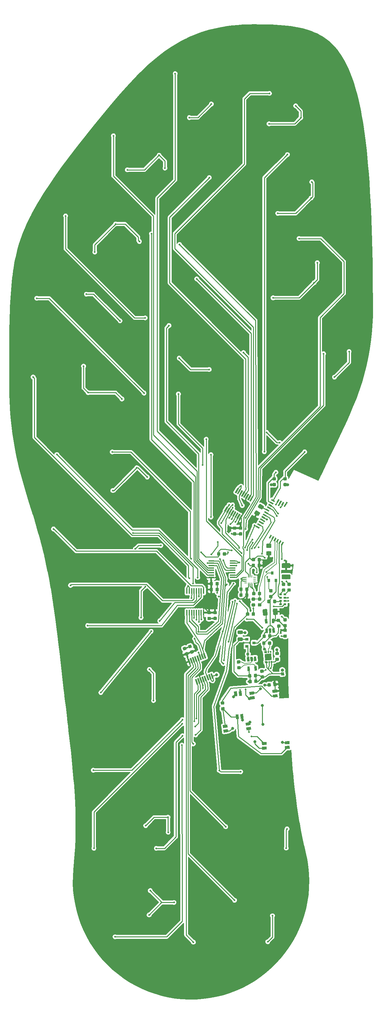
<source format=gbl>
G04 #@! TF.GenerationSoftware,KiCad,Pcbnew,(5.0.0)*
G04 #@! TF.CreationDate,2020-01-29T13:46:14+01:00*
G04 #@! TF.ProjectId,Insole_PCB,496E736F6C655F5043422E6B69636164,rev?*
G04 #@! TF.SameCoordinates,Original*
G04 #@! TF.FileFunction,Copper,L2,Bot,Signal*
G04 #@! TF.FilePolarity,Positive*
%FSLAX46Y46*%
G04 Gerber Fmt 4.6, Leading zero omitted, Abs format (unit mm)*
G04 Created by KiCad (PCBNEW (5.0.0)) date 01/29/20 13:46:14*
%MOMM*%
%LPD*%
G01*
G04 APERTURE LIST*
G04 #@! TA.AperFunction,ComponentPad*
%ADD10C,0.850000*%
G04 #@! TD*
G04 #@! TA.AperFunction,Conductor*
%ADD11C,0.850000*%
G04 #@! TD*
G04 #@! TA.AperFunction,Conductor*
%ADD12C,0.100000*%
G04 #@! TD*
G04 #@! TA.AperFunction,SMDPad,CuDef*
%ADD13R,0.675000X0.250000*%
G04 #@! TD*
G04 #@! TA.AperFunction,SMDPad,CuDef*
%ADD14R,0.250000X0.675000*%
G04 #@! TD*
G04 #@! TA.AperFunction,SMDPad,CuDef*
%ADD15C,0.875000*%
G04 #@! TD*
G04 #@! TA.AperFunction,SMDPad,CuDef*
%ADD16C,1.150000*%
G04 #@! TD*
G04 #@! TA.AperFunction,SMDPad,CuDef*
%ADD17C,0.450000*%
G04 #@! TD*
G04 #@! TA.AperFunction,SMDPad,CuDef*
%ADD18R,1.500000X0.450000*%
G04 #@! TD*
G04 #@! TA.AperFunction,SMDPad,CuDef*
%ADD19R,0.450000X1.500000*%
G04 #@! TD*
G04 #@! TA.AperFunction,SMDPad,CuDef*
%ADD20R,0.800000X0.900000*%
G04 #@! TD*
G04 #@! TA.AperFunction,SMDPad,CuDef*
%ADD21C,0.650000*%
G04 #@! TD*
G04 #@! TA.AperFunction,SMDPad,CuDef*
%ADD22C,0.410000*%
G04 #@! TD*
G04 #@! TA.AperFunction,SMDPad,CuDef*
%ADD23C,1.800000*%
G04 #@! TD*
G04 #@! TA.AperFunction,SMDPad,CuDef*
%ADD24C,0.500000*%
G04 #@! TD*
G04 #@! TA.AperFunction,SMDPad,CuDef*
%ADD25C,0.400000*%
G04 #@! TD*
G04 #@! TA.AperFunction,SMDPad,CuDef*
%ADD26C,0.800000*%
G04 #@! TD*
G04 #@! TA.AperFunction,SMDPad,CuDef*
%ADD27C,1.325000*%
G04 #@! TD*
G04 #@! TA.AperFunction,SMDPad,CuDef*
%ADD28C,1.250000*%
G04 #@! TD*
G04 #@! TA.AperFunction,SMDPad,CuDef*
%ADD29R,0.900000X0.800000*%
G04 #@! TD*
G04 #@! TA.AperFunction,SMDPad,CuDef*
%ADD30C,0.975000*%
G04 #@! TD*
G04 #@! TA.AperFunction,SMDPad,CuDef*
%ADD31R,0.800000X0.500000*%
G04 #@! TD*
G04 #@! TA.AperFunction,ViaPad*
%ADD32C,0.800000*%
G04 #@! TD*
G04 #@! TA.AperFunction,ViaPad*
%ADD33C,0.500000*%
G04 #@! TD*
G04 #@! TA.AperFunction,ViaPad*
%ADD34C,0.600000*%
G04 #@! TD*
G04 #@! TA.AperFunction,Conductor*
%ADD35C,0.250000*%
G04 #@! TD*
G04 #@! TA.AperFunction,Conductor*
%ADD36C,0.160000*%
G04 #@! TD*
G04 #@! TA.AperFunction,Conductor*
%ADD37C,0.200000*%
G04 #@! TD*
G04 APERTURE END LIST*
D10*
G04 #@! TO.P,J2,2*
G04 #@! TO.N,+BATT*
X201259697Y-188783143D03*
D11*
G04 #@! TD*
G04 #@! TO.N,+BATT*
G04 #@! TO.C,J2*
X201259697Y-188783143D02*
X201259697Y-188783143D01*
D10*
G04 #@! TO.P,J2,1*
G04 #@! TO.N,-BATT*
X201329453Y-189780707D03*
D12*
G04 #@! TD*
G04 #@! TO.N,-BATT*
G04 #@! TO.C,J2*
G36*
X200935135Y-190234318D02*
X200875842Y-189386389D01*
X201723771Y-189327096D01*
X201783064Y-190175025D01*
X200935135Y-190234318D01*
X200935135Y-190234318D01*
G37*
D13*
G04 #@! TO.P,U2,11*
G04 #@! TO.N,N/C*
X193701953Y-163380707D03*
G04 #@! TO.P,U2,10*
X193701953Y-163880707D03*
G04 #@! TO.P,U2,9*
X193701953Y-164380707D03*
G04 #@! TO.P,U2,8*
G04 #@! TO.N,+3V3*
X193701953Y-164880707D03*
G04 #@! TO.P,U2,4*
G04 #@! TO.N,N/C*
X191176953Y-164880707D03*
G04 #@! TO.P,U2,3*
G04 #@! TO.N,GND*
X191176953Y-164380707D03*
G04 #@! TO.P,U2,2*
X191176953Y-163880707D03*
G04 #@! TO.P,U2,1*
X191176953Y-163380707D03*
D14*
G04 #@! TO.P,U2,7*
X192939453Y-165143207D03*
G04 #@! TO.P,U2,6*
X192439453Y-165143207D03*
G04 #@! TO.P,U2,5*
G04 #@! TO.N,+3V3*
X191939453Y-165143207D03*
G04 #@! TO.P,U2,12*
G04 #@! TO.N,N/C*
X192939453Y-163118207D03*
G04 #@! TO.P,U2,14*
G04 #@! TO.N,/SDA*
X191939453Y-163118207D03*
G04 #@! TO.P,U2,13*
G04 #@! TO.N,/SCL*
X192439453Y-163118207D03*
G04 #@! TD*
D12*
G04 #@! TO.N,-BATT*
G04 #@! TO.C,C1*
G36*
X196062359Y-190163196D02*
X196083496Y-190166947D01*
X196104163Y-190172751D01*
X196124162Y-190180554D01*
X196143300Y-190190279D01*
X196161393Y-190201833D01*
X196178266Y-190215104D01*
X196193757Y-190229966D01*
X196207716Y-190246275D01*
X196220010Y-190263873D01*
X196230520Y-190282591D01*
X196239144Y-190302250D01*
X196245800Y-190322659D01*
X196250424Y-190343622D01*
X196252970Y-190364938D01*
X196283488Y-190801372D01*
X196283933Y-190822834D01*
X196282272Y-190844237D01*
X196278521Y-190865374D01*
X196272717Y-190886042D01*
X196264914Y-190906041D01*
X196255189Y-190925179D01*
X196243635Y-190943271D01*
X196230364Y-190960144D01*
X196215502Y-190975635D01*
X196199193Y-190989594D01*
X196181595Y-191001888D01*
X196162877Y-191012398D01*
X196143218Y-191021022D01*
X196122809Y-191027678D01*
X196101846Y-191032302D01*
X196080530Y-191034848D01*
X195569278Y-191070598D01*
X195547816Y-191071043D01*
X195526413Y-191069382D01*
X195505276Y-191065631D01*
X195484609Y-191059827D01*
X195464610Y-191052024D01*
X195445472Y-191042299D01*
X195427379Y-191030745D01*
X195410506Y-191017474D01*
X195395015Y-191002612D01*
X195381056Y-190986303D01*
X195368762Y-190968705D01*
X195358252Y-190949987D01*
X195349628Y-190930328D01*
X195342972Y-190909919D01*
X195338348Y-190888956D01*
X195335802Y-190867640D01*
X195305284Y-190431206D01*
X195304839Y-190409744D01*
X195306500Y-190388341D01*
X195310251Y-190367204D01*
X195316055Y-190346536D01*
X195323858Y-190326537D01*
X195333583Y-190307399D01*
X195345137Y-190289307D01*
X195358408Y-190272434D01*
X195373270Y-190256943D01*
X195389579Y-190242984D01*
X195407177Y-190230690D01*
X195425895Y-190220180D01*
X195445554Y-190211556D01*
X195465963Y-190204900D01*
X195486926Y-190200276D01*
X195508242Y-190197730D01*
X196019494Y-190161980D01*
X196040956Y-190161535D01*
X196062359Y-190163196D01*
X196062359Y-190163196D01*
G37*
D15*
G04 #@! TD*
G04 #@! TO.P,C1,2*
G04 #@! TO.N,-BATT*
X195794386Y-190616289D03*
D12*
G04 #@! TO.N,Net-(C1-Pad1)*
G04 #@! TO.C,C1*
G36*
X195952493Y-188592032D02*
X195973630Y-188595783D01*
X195994297Y-188601587D01*
X196014296Y-188609390D01*
X196033434Y-188619115D01*
X196051527Y-188630669D01*
X196068400Y-188643940D01*
X196083891Y-188658802D01*
X196097850Y-188675111D01*
X196110144Y-188692709D01*
X196120654Y-188711427D01*
X196129278Y-188731086D01*
X196135934Y-188751495D01*
X196140558Y-188772458D01*
X196143104Y-188793774D01*
X196173622Y-189230208D01*
X196174067Y-189251670D01*
X196172406Y-189273073D01*
X196168655Y-189294210D01*
X196162851Y-189314878D01*
X196155048Y-189334877D01*
X196145323Y-189354015D01*
X196133769Y-189372107D01*
X196120498Y-189388980D01*
X196105636Y-189404471D01*
X196089327Y-189418430D01*
X196071729Y-189430724D01*
X196053011Y-189441234D01*
X196033352Y-189449858D01*
X196012943Y-189456514D01*
X195991980Y-189461138D01*
X195970664Y-189463684D01*
X195459412Y-189499434D01*
X195437950Y-189499879D01*
X195416547Y-189498218D01*
X195395410Y-189494467D01*
X195374743Y-189488663D01*
X195354744Y-189480860D01*
X195335606Y-189471135D01*
X195317513Y-189459581D01*
X195300640Y-189446310D01*
X195285149Y-189431448D01*
X195271190Y-189415139D01*
X195258896Y-189397541D01*
X195248386Y-189378823D01*
X195239762Y-189359164D01*
X195233106Y-189338755D01*
X195228482Y-189317792D01*
X195225936Y-189296476D01*
X195195418Y-188860042D01*
X195194973Y-188838580D01*
X195196634Y-188817177D01*
X195200385Y-188796040D01*
X195206189Y-188775372D01*
X195213992Y-188755373D01*
X195223717Y-188736235D01*
X195235271Y-188718143D01*
X195248542Y-188701270D01*
X195263404Y-188685779D01*
X195279713Y-188671820D01*
X195297311Y-188659526D01*
X195316029Y-188649016D01*
X195335688Y-188640392D01*
X195356097Y-188633736D01*
X195377060Y-188629112D01*
X195398376Y-188626566D01*
X195909628Y-188590816D01*
X195931090Y-188590371D01*
X195952493Y-188592032D01*
X195952493Y-188592032D01*
G37*
D15*
G04 #@! TD*
G04 #@! TO.P,C1,1*
G04 #@! TO.N,Net-(C1-Pad1)*
X195684520Y-189045125D03*
D12*
G04 #@! TO.N,+3V3*
G04 #@! TO.C,C2*
G36*
X175255690Y-183810961D02*
X175276767Y-183815034D01*
X175297343Y-183821153D01*
X175317221Y-183829260D01*
X175336208Y-183839276D01*
X175354122Y-183851105D01*
X175370790Y-183864633D01*
X175386052Y-183879730D01*
X175399761Y-183896249D01*
X175411785Y-183914033D01*
X175422008Y-183932910D01*
X175430331Y-183952698D01*
X175579965Y-184363813D01*
X175586308Y-184384321D01*
X175590611Y-184405353D01*
X175592832Y-184426705D01*
X175592949Y-184448172D01*
X175590961Y-184469546D01*
X175586888Y-184490624D01*
X175580769Y-184511200D01*
X175572662Y-184531078D01*
X175562646Y-184550065D01*
X175550817Y-184567979D01*
X175537289Y-184584647D01*
X175522192Y-184599909D01*
X175505673Y-184613618D01*
X175487889Y-184625642D01*
X175469012Y-184635865D01*
X175449224Y-184644188D01*
X174967632Y-184819473D01*
X174947123Y-184825816D01*
X174926092Y-184830119D01*
X174904740Y-184832340D01*
X174883273Y-184832457D01*
X174861898Y-184830469D01*
X174840821Y-184826396D01*
X174820245Y-184820277D01*
X174800367Y-184812170D01*
X174781380Y-184802154D01*
X174763466Y-184790325D01*
X174746798Y-184776797D01*
X174731536Y-184761700D01*
X174717827Y-184745181D01*
X174705803Y-184727397D01*
X174695580Y-184708520D01*
X174687257Y-184688732D01*
X174537623Y-184277617D01*
X174531280Y-184257109D01*
X174526977Y-184236077D01*
X174524756Y-184214725D01*
X174524639Y-184193258D01*
X174526627Y-184171884D01*
X174530700Y-184150806D01*
X174536819Y-184130230D01*
X174544926Y-184110352D01*
X174554942Y-184091365D01*
X174566771Y-184073451D01*
X174580299Y-184056783D01*
X174595396Y-184041521D01*
X174611915Y-184027812D01*
X174629699Y-184015788D01*
X174648576Y-184005565D01*
X174668364Y-183997242D01*
X175149956Y-183821957D01*
X175170465Y-183815614D01*
X175191496Y-183811311D01*
X175212848Y-183809090D01*
X175234315Y-183808973D01*
X175255690Y-183810961D01*
X175255690Y-183810961D01*
G37*
D15*
G04 #@! TD*
G04 #@! TO.P,C2,2*
G04 #@! TO.N,+3V3*
X175058794Y-184320715D03*
D12*
G04 #@! TO.N,GND*
G04 #@! TO.C,C2*
G36*
X174717008Y-182330945D02*
X174738085Y-182335018D01*
X174758661Y-182341137D01*
X174778539Y-182349244D01*
X174797526Y-182359260D01*
X174815440Y-182371089D01*
X174832108Y-182384617D01*
X174847370Y-182399714D01*
X174861079Y-182416233D01*
X174873103Y-182434017D01*
X174883326Y-182452894D01*
X174891649Y-182472682D01*
X175041283Y-182883797D01*
X175047626Y-182904305D01*
X175051929Y-182925337D01*
X175054150Y-182946689D01*
X175054267Y-182968156D01*
X175052279Y-182989530D01*
X175048206Y-183010608D01*
X175042087Y-183031184D01*
X175033980Y-183051062D01*
X175023964Y-183070049D01*
X175012135Y-183087963D01*
X174998607Y-183104631D01*
X174983510Y-183119893D01*
X174966991Y-183133602D01*
X174949207Y-183145626D01*
X174930330Y-183155849D01*
X174910542Y-183164172D01*
X174428950Y-183339457D01*
X174408441Y-183345800D01*
X174387410Y-183350103D01*
X174366058Y-183352324D01*
X174344591Y-183352441D01*
X174323216Y-183350453D01*
X174302139Y-183346380D01*
X174281563Y-183340261D01*
X174261685Y-183332154D01*
X174242698Y-183322138D01*
X174224784Y-183310309D01*
X174208116Y-183296781D01*
X174192854Y-183281684D01*
X174179145Y-183265165D01*
X174167121Y-183247381D01*
X174156898Y-183228504D01*
X174148575Y-183208716D01*
X173998941Y-182797601D01*
X173992598Y-182777093D01*
X173988295Y-182756061D01*
X173986074Y-182734709D01*
X173985957Y-182713242D01*
X173987945Y-182691868D01*
X173992018Y-182670790D01*
X173998137Y-182650214D01*
X174006244Y-182630336D01*
X174016260Y-182611349D01*
X174028089Y-182593435D01*
X174041617Y-182576767D01*
X174056714Y-182561505D01*
X174073233Y-182547796D01*
X174091017Y-182535772D01*
X174109894Y-182525549D01*
X174129682Y-182517226D01*
X174611274Y-182341941D01*
X174631783Y-182335598D01*
X174652814Y-182331295D01*
X174674166Y-182329074D01*
X174695633Y-182328957D01*
X174717008Y-182330945D01*
X174717008Y-182330945D01*
G37*
D15*
G04 #@! TD*
G04 #@! TO.P,C2,1*
G04 #@! TO.N,GND*
X174520112Y-182840699D03*
D12*
G04 #@! TO.N,GND*
G04 #@! TO.C,C3*
G36*
X198092302Y-178925659D02*
X198113370Y-178929778D01*
X198133933Y-178935942D01*
X198153793Y-178944092D01*
X198172758Y-178954150D01*
X198190647Y-178966018D01*
X198207285Y-178979582D01*
X198222514Y-178994712D01*
X198236187Y-179011261D01*
X198248172Y-179029072D01*
X198258354Y-179047971D01*
X198266633Y-179067777D01*
X198272932Y-179088299D01*
X198277189Y-179109340D01*
X198279363Y-179130697D01*
X198306185Y-179642494D01*
X198306255Y-179663961D01*
X198304221Y-179685331D01*
X198300102Y-179706399D01*
X198293938Y-179726962D01*
X198285788Y-179746822D01*
X198275730Y-179765787D01*
X198263862Y-179783676D01*
X198250298Y-179800314D01*
X198235168Y-179815543D01*
X198218618Y-179829216D01*
X198200808Y-179841201D01*
X198181909Y-179851383D01*
X198162103Y-179859663D01*
X198141581Y-179865961D01*
X198120540Y-179870218D01*
X198099184Y-179872392D01*
X197662284Y-179895289D01*
X197640817Y-179895359D01*
X197619446Y-179893325D01*
X197598378Y-179889206D01*
X197577815Y-179883042D01*
X197557955Y-179874892D01*
X197538990Y-179864834D01*
X197521101Y-179852966D01*
X197504463Y-179839402D01*
X197489234Y-179824272D01*
X197475561Y-179807723D01*
X197463576Y-179789912D01*
X197453394Y-179771013D01*
X197445115Y-179751207D01*
X197438816Y-179730685D01*
X197434559Y-179709644D01*
X197432385Y-179688287D01*
X197405563Y-179176490D01*
X197405493Y-179155023D01*
X197407527Y-179133653D01*
X197411646Y-179112585D01*
X197417810Y-179092022D01*
X197425960Y-179072162D01*
X197436018Y-179053197D01*
X197447886Y-179035308D01*
X197461450Y-179018670D01*
X197476580Y-179003441D01*
X197493130Y-178989768D01*
X197510940Y-178977783D01*
X197529839Y-178967601D01*
X197549645Y-178959321D01*
X197570167Y-178953023D01*
X197591208Y-178948766D01*
X197612564Y-178946592D01*
X198049464Y-178923695D01*
X198070931Y-178923625D01*
X198092302Y-178925659D01*
X198092302Y-178925659D01*
G37*
D15*
G04 #@! TD*
G04 #@! TO.P,C3,1*
G04 #@! TO.N,GND*
X197855874Y-179409492D03*
D12*
G04 #@! TO.N,/+BATT_CUT*
G04 #@! TO.C,C3*
G36*
X196519460Y-179008089D02*
X196540528Y-179012208D01*
X196561091Y-179018372D01*
X196580951Y-179026522D01*
X196599916Y-179036580D01*
X196617805Y-179048448D01*
X196634443Y-179062012D01*
X196649672Y-179077142D01*
X196663345Y-179093691D01*
X196675330Y-179111502D01*
X196685512Y-179130401D01*
X196693791Y-179150207D01*
X196700090Y-179170729D01*
X196704347Y-179191770D01*
X196706521Y-179213127D01*
X196733343Y-179724924D01*
X196733413Y-179746391D01*
X196731379Y-179767761D01*
X196727260Y-179788829D01*
X196721096Y-179809392D01*
X196712946Y-179829252D01*
X196702888Y-179848217D01*
X196691020Y-179866106D01*
X196677456Y-179882744D01*
X196662326Y-179897973D01*
X196645776Y-179911646D01*
X196627966Y-179923631D01*
X196609067Y-179933813D01*
X196589261Y-179942093D01*
X196568739Y-179948391D01*
X196547698Y-179952648D01*
X196526342Y-179954822D01*
X196089442Y-179977719D01*
X196067975Y-179977789D01*
X196046604Y-179975755D01*
X196025536Y-179971636D01*
X196004973Y-179965472D01*
X195985113Y-179957322D01*
X195966148Y-179947264D01*
X195948259Y-179935396D01*
X195931621Y-179921832D01*
X195916392Y-179906702D01*
X195902719Y-179890153D01*
X195890734Y-179872342D01*
X195880552Y-179853443D01*
X195872273Y-179833637D01*
X195865974Y-179813115D01*
X195861717Y-179792074D01*
X195859543Y-179770717D01*
X195832721Y-179258920D01*
X195832651Y-179237453D01*
X195834685Y-179216083D01*
X195838804Y-179195015D01*
X195844968Y-179174452D01*
X195853118Y-179154592D01*
X195863176Y-179135627D01*
X195875044Y-179117738D01*
X195888608Y-179101100D01*
X195903738Y-179085871D01*
X195920288Y-179072198D01*
X195938098Y-179060213D01*
X195956997Y-179050031D01*
X195976803Y-179041751D01*
X195997325Y-179035453D01*
X196018366Y-179031196D01*
X196039722Y-179029022D01*
X196476622Y-179006125D01*
X196498089Y-179006055D01*
X196519460Y-179008089D01*
X196519460Y-179008089D01*
G37*
D15*
G04 #@! TD*
G04 #@! TO.P,C3,2*
G04 #@! TO.N,/+BATT_CUT*
X196283032Y-179491922D03*
D12*
G04 #@! TO.N,GND*
G04 #@! TO.C,C4*
G36*
X200574359Y-176251196D02*
X200595496Y-176254947D01*
X200616163Y-176260751D01*
X200636162Y-176268554D01*
X200655300Y-176278279D01*
X200673393Y-176289833D01*
X200690266Y-176303104D01*
X200705757Y-176317966D01*
X200719716Y-176334275D01*
X200732010Y-176351873D01*
X200742520Y-176370591D01*
X200751144Y-176390250D01*
X200757800Y-176410659D01*
X200762424Y-176431622D01*
X200764970Y-176452938D01*
X200795488Y-176889372D01*
X200795933Y-176910834D01*
X200794272Y-176932237D01*
X200790521Y-176953374D01*
X200784717Y-176974042D01*
X200776914Y-176994041D01*
X200767189Y-177013179D01*
X200755635Y-177031271D01*
X200742364Y-177048144D01*
X200727502Y-177063635D01*
X200711193Y-177077594D01*
X200693595Y-177089888D01*
X200674877Y-177100398D01*
X200655218Y-177109022D01*
X200634809Y-177115678D01*
X200613846Y-177120302D01*
X200592530Y-177122848D01*
X200081278Y-177158598D01*
X200059816Y-177159043D01*
X200038413Y-177157382D01*
X200017276Y-177153631D01*
X199996609Y-177147827D01*
X199976610Y-177140024D01*
X199957472Y-177130299D01*
X199939379Y-177118745D01*
X199922506Y-177105474D01*
X199907015Y-177090612D01*
X199893056Y-177074303D01*
X199880762Y-177056705D01*
X199870252Y-177037987D01*
X199861628Y-177018328D01*
X199854972Y-176997919D01*
X199850348Y-176976956D01*
X199847802Y-176955640D01*
X199817284Y-176519206D01*
X199816839Y-176497744D01*
X199818500Y-176476341D01*
X199822251Y-176455204D01*
X199828055Y-176434536D01*
X199835858Y-176414537D01*
X199845583Y-176395399D01*
X199857137Y-176377307D01*
X199870408Y-176360434D01*
X199885270Y-176344943D01*
X199901579Y-176330984D01*
X199919177Y-176318690D01*
X199937895Y-176308180D01*
X199957554Y-176299556D01*
X199977963Y-176292900D01*
X199998926Y-176288276D01*
X200020242Y-176285730D01*
X200531494Y-176249980D01*
X200552956Y-176249535D01*
X200574359Y-176251196D01*
X200574359Y-176251196D01*
G37*
D15*
G04 #@! TD*
G04 #@! TO.P,C4,2*
G04 #@! TO.N,GND*
X200306386Y-176704289D03*
D12*
G04 #@! TO.N,+3V3*
G04 #@! TO.C,C4*
G36*
X200464493Y-174680032D02*
X200485630Y-174683783D01*
X200506297Y-174689587D01*
X200526296Y-174697390D01*
X200545434Y-174707115D01*
X200563527Y-174718669D01*
X200580400Y-174731940D01*
X200595891Y-174746802D01*
X200609850Y-174763111D01*
X200622144Y-174780709D01*
X200632654Y-174799427D01*
X200641278Y-174819086D01*
X200647934Y-174839495D01*
X200652558Y-174860458D01*
X200655104Y-174881774D01*
X200685622Y-175318208D01*
X200686067Y-175339670D01*
X200684406Y-175361073D01*
X200680655Y-175382210D01*
X200674851Y-175402878D01*
X200667048Y-175422877D01*
X200657323Y-175442015D01*
X200645769Y-175460107D01*
X200632498Y-175476980D01*
X200617636Y-175492471D01*
X200601327Y-175506430D01*
X200583729Y-175518724D01*
X200565011Y-175529234D01*
X200545352Y-175537858D01*
X200524943Y-175544514D01*
X200503980Y-175549138D01*
X200482664Y-175551684D01*
X199971412Y-175587434D01*
X199949950Y-175587879D01*
X199928547Y-175586218D01*
X199907410Y-175582467D01*
X199886743Y-175576663D01*
X199866744Y-175568860D01*
X199847606Y-175559135D01*
X199829513Y-175547581D01*
X199812640Y-175534310D01*
X199797149Y-175519448D01*
X199783190Y-175503139D01*
X199770896Y-175485541D01*
X199760386Y-175466823D01*
X199751762Y-175447164D01*
X199745106Y-175426755D01*
X199740482Y-175405792D01*
X199737936Y-175384476D01*
X199707418Y-174948042D01*
X199706973Y-174926580D01*
X199708634Y-174905177D01*
X199712385Y-174884040D01*
X199718189Y-174863372D01*
X199725992Y-174843373D01*
X199735717Y-174824235D01*
X199747271Y-174806143D01*
X199760542Y-174789270D01*
X199775404Y-174773779D01*
X199791713Y-174759820D01*
X199809311Y-174747526D01*
X199828029Y-174737016D01*
X199847688Y-174728392D01*
X199868097Y-174721736D01*
X199889060Y-174717112D01*
X199910376Y-174714566D01*
X200421628Y-174678816D01*
X200443090Y-174678371D01*
X200464493Y-174680032D01*
X200464493Y-174680032D01*
G37*
D15*
G04 #@! TD*
G04 #@! TO.P,C4,1*
G04 #@! TO.N,+3V3*
X200196520Y-175133125D03*
D12*
G04 #@! TO.N,+3V3*
G04 #@! TO.C,C5*
G36*
X176705690Y-183260961D02*
X176726767Y-183265034D01*
X176747343Y-183271153D01*
X176767221Y-183279260D01*
X176786208Y-183289276D01*
X176804122Y-183301105D01*
X176820790Y-183314633D01*
X176836052Y-183329730D01*
X176849761Y-183346249D01*
X176861785Y-183364033D01*
X176872008Y-183382910D01*
X176880331Y-183402698D01*
X177029965Y-183813813D01*
X177036308Y-183834321D01*
X177040611Y-183855353D01*
X177042832Y-183876705D01*
X177042949Y-183898172D01*
X177040961Y-183919546D01*
X177036888Y-183940624D01*
X177030769Y-183961200D01*
X177022662Y-183981078D01*
X177012646Y-184000065D01*
X177000817Y-184017979D01*
X176987289Y-184034647D01*
X176972192Y-184049909D01*
X176955673Y-184063618D01*
X176937889Y-184075642D01*
X176919012Y-184085865D01*
X176899224Y-184094188D01*
X176417632Y-184269473D01*
X176397123Y-184275816D01*
X176376092Y-184280119D01*
X176354740Y-184282340D01*
X176333273Y-184282457D01*
X176311898Y-184280469D01*
X176290821Y-184276396D01*
X176270245Y-184270277D01*
X176250367Y-184262170D01*
X176231380Y-184252154D01*
X176213466Y-184240325D01*
X176196798Y-184226797D01*
X176181536Y-184211700D01*
X176167827Y-184195181D01*
X176155803Y-184177397D01*
X176145580Y-184158520D01*
X176137257Y-184138732D01*
X175987623Y-183727617D01*
X175981280Y-183707109D01*
X175976977Y-183686077D01*
X175974756Y-183664725D01*
X175974639Y-183643258D01*
X175976627Y-183621884D01*
X175980700Y-183600806D01*
X175986819Y-183580230D01*
X175994926Y-183560352D01*
X176004942Y-183541365D01*
X176016771Y-183523451D01*
X176030299Y-183506783D01*
X176045396Y-183491521D01*
X176061915Y-183477812D01*
X176079699Y-183465788D01*
X176098576Y-183455565D01*
X176118364Y-183447242D01*
X176599956Y-183271957D01*
X176620465Y-183265614D01*
X176641496Y-183261311D01*
X176662848Y-183259090D01*
X176684315Y-183258973D01*
X176705690Y-183260961D01*
X176705690Y-183260961D01*
G37*
D15*
G04 #@! TD*
G04 #@! TO.P,C5,2*
G04 #@! TO.N,+3V3*
X176508794Y-183770715D03*
D12*
G04 #@! TO.N,GND*
G04 #@! TO.C,C5*
G36*
X176167008Y-181780945D02*
X176188085Y-181785018D01*
X176208661Y-181791137D01*
X176228539Y-181799244D01*
X176247526Y-181809260D01*
X176265440Y-181821089D01*
X176282108Y-181834617D01*
X176297370Y-181849714D01*
X176311079Y-181866233D01*
X176323103Y-181884017D01*
X176333326Y-181902894D01*
X176341649Y-181922682D01*
X176491283Y-182333797D01*
X176497626Y-182354305D01*
X176501929Y-182375337D01*
X176504150Y-182396689D01*
X176504267Y-182418156D01*
X176502279Y-182439530D01*
X176498206Y-182460608D01*
X176492087Y-182481184D01*
X176483980Y-182501062D01*
X176473964Y-182520049D01*
X176462135Y-182537963D01*
X176448607Y-182554631D01*
X176433510Y-182569893D01*
X176416991Y-182583602D01*
X176399207Y-182595626D01*
X176380330Y-182605849D01*
X176360542Y-182614172D01*
X175878950Y-182789457D01*
X175858441Y-182795800D01*
X175837410Y-182800103D01*
X175816058Y-182802324D01*
X175794591Y-182802441D01*
X175773216Y-182800453D01*
X175752139Y-182796380D01*
X175731563Y-182790261D01*
X175711685Y-182782154D01*
X175692698Y-182772138D01*
X175674784Y-182760309D01*
X175658116Y-182746781D01*
X175642854Y-182731684D01*
X175629145Y-182715165D01*
X175617121Y-182697381D01*
X175606898Y-182678504D01*
X175598575Y-182658716D01*
X175448941Y-182247601D01*
X175442598Y-182227093D01*
X175438295Y-182206061D01*
X175436074Y-182184709D01*
X175435957Y-182163242D01*
X175437945Y-182141868D01*
X175442018Y-182120790D01*
X175448137Y-182100214D01*
X175456244Y-182080336D01*
X175466260Y-182061349D01*
X175478089Y-182043435D01*
X175491617Y-182026767D01*
X175506714Y-182011505D01*
X175523233Y-181997796D01*
X175541017Y-181985772D01*
X175559894Y-181975549D01*
X175579682Y-181967226D01*
X176061274Y-181791941D01*
X176081783Y-181785598D01*
X176102814Y-181781295D01*
X176124166Y-181779074D01*
X176145633Y-181778957D01*
X176167008Y-181780945D01*
X176167008Y-181780945D01*
G37*
D15*
G04 #@! TD*
G04 #@! TO.P,C5,1*
G04 #@! TO.N,GND*
X175970112Y-182290699D03*
D12*
G04 #@! TO.N,+3V3*
G04 #@! TO.C,C6*
G36*
X183117144Y-172594260D02*
X183138379Y-172597410D01*
X183159203Y-172602626D01*
X183179415Y-172609858D01*
X183198821Y-172619037D01*
X183217234Y-172630073D01*
X183234477Y-172642861D01*
X183250383Y-172657277D01*
X183264799Y-172673183D01*
X183277587Y-172690426D01*
X183288623Y-172708839D01*
X183297802Y-172728245D01*
X183305034Y-172748457D01*
X183310250Y-172769281D01*
X183313400Y-172790516D01*
X183314453Y-172811957D01*
X183314453Y-173249457D01*
X183313400Y-173270898D01*
X183310250Y-173292133D01*
X183305034Y-173312957D01*
X183297802Y-173333169D01*
X183288623Y-173352575D01*
X183277587Y-173370988D01*
X183264799Y-173388231D01*
X183250383Y-173404137D01*
X183234477Y-173418553D01*
X183217234Y-173431341D01*
X183198821Y-173442377D01*
X183179415Y-173451556D01*
X183159203Y-173458788D01*
X183138379Y-173464004D01*
X183117144Y-173467154D01*
X183095703Y-173468207D01*
X182583203Y-173468207D01*
X182561762Y-173467154D01*
X182540527Y-173464004D01*
X182519703Y-173458788D01*
X182499491Y-173451556D01*
X182480085Y-173442377D01*
X182461672Y-173431341D01*
X182444429Y-173418553D01*
X182428523Y-173404137D01*
X182414107Y-173388231D01*
X182401319Y-173370988D01*
X182390283Y-173352575D01*
X182381104Y-173333169D01*
X182373872Y-173312957D01*
X182368656Y-173292133D01*
X182365506Y-173270898D01*
X182364453Y-173249457D01*
X182364453Y-172811957D01*
X182365506Y-172790516D01*
X182368656Y-172769281D01*
X182373872Y-172748457D01*
X182381104Y-172728245D01*
X182390283Y-172708839D01*
X182401319Y-172690426D01*
X182414107Y-172673183D01*
X182428523Y-172657277D01*
X182444429Y-172642861D01*
X182461672Y-172630073D01*
X182480085Y-172619037D01*
X182499491Y-172609858D01*
X182519703Y-172602626D01*
X182540527Y-172597410D01*
X182561762Y-172594260D01*
X182583203Y-172593207D01*
X183095703Y-172593207D01*
X183117144Y-172594260D01*
X183117144Y-172594260D01*
G37*
D15*
G04 #@! TD*
G04 #@! TO.P,C6,2*
G04 #@! TO.N,+3V3*
X182839453Y-173030707D03*
D12*
G04 #@! TO.N,GND*
G04 #@! TO.C,C6*
G36*
X183117144Y-174169260D02*
X183138379Y-174172410D01*
X183159203Y-174177626D01*
X183179415Y-174184858D01*
X183198821Y-174194037D01*
X183217234Y-174205073D01*
X183234477Y-174217861D01*
X183250383Y-174232277D01*
X183264799Y-174248183D01*
X183277587Y-174265426D01*
X183288623Y-174283839D01*
X183297802Y-174303245D01*
X183305034Y-174323457D01*
X183310250Y-174344281D01*
X183313400Y-174365516D01*
X183314453Y-174386957D01*
X183314453Y-174824457D01*
X183313400Y-174845898D01*
X183310250Y-174867133D01*
X183305034Y-174887957D01*
X183297802Y-174908169D01*
X183288623Y-174927575D01*
X183277587Y-174945988D01*
X183264799Y-174963231D01*
X183250383Y-174979137D01*
X183234477Y-174993553D01*
X183217234Y-175006341D01*
X183198821Y-175017377D01*
X183179415Y-175026556D01*
X183159203Y-175033788D01*
X183138379Y-175039004D01*
X183117144Y-175042154D01*
X183095703Y-175043207D01*
X182583203Y-175043207D01*
X182561762Y-175042154D01*
X182540527Y-175039004D01*
X182519703Y-175033788D01*
X182499491Y-175026556D01*
X182480085Y-175017377D01*
X182461672Y-175006341D01*
X182444429Y-174993553D01*
X182428523Y-174979137D01*
X182414107Y-174963231D01*
X182401319Y-174945988D01*
X182390283Y-174927575D01*
X182381104Y-174908169D01*
X182373872Y-174887957D01*
X182368656Y-174867133D01*
X182365506Y-174845898D01*
X182364453Y-174824457D01*
X182364453Y-174386957D01*
X182365506Y-174365516D01*
X182368656Y-174344281D01*
X182373872Y-174323457D01*
X182381104Y-174303245D01*
X182390283Y-174283839D01*
X182401319Y-174265426D01*
X182414107Y-174248183D01*
X182428523Y-174232277D01*
X182444429Y-174217861D01*
X182461672Y-174205073D01*
X182480085Y-174194037D01*
X182499491Y-174184858D01*
X182519703Y-174177626D01*
X182540527Y-174172410D01*
X182561762Y-174169260D01*
X182583203Y-174168207D01*
X183095703Y-174168207D01*
X183117144Y-174169260D01*
X183117144Y-174169260D01*
G37*
D15*
G04 #@! TD*
G04 #@! TO.P,C6,1*
G04 #@! TO.N,GND*
X182839453Y-174605707D03*
D12*
G04 #@! TO.N,+3V3*
G04 #@! TO.C,C7*
G36*
X181517144Y-172606760D02*
X181538379Y-172609910D01*
X181559203Y-172615126D01*
X181579415Y-172622358D01*
X181598821Y-172631537D01*
X181617234Y-172642573D01*
X181634477Y-172655361D01*
X181650383Y-172669777D01*
X181664799Y-172685683D01*
X181677587Y-172702926D01*
X181688623Y-172721339D01*
X181697802Y-172740745D01*
X181705034Y-172760957D01*
X181710250Y-172781781D01*
X181713400Y-172803016D01*
X181714453Y-172824457D01*
X181714453Y-173261957D01*
X181713400Y-173283398D01*
X181710250Y-173304633D01*
X181705034Y-173325457D01*
X181697802Y-173345669D01*
X181688623Y-173365075D01*
X181677587Y-173383488D01*
X181664799Y-173400731D01*
X181650383Y-173416637D01*
X181634477Y-173431053D01*
X181617234Y-173443841D01*
X181598821Y-173454877D01*
X181579415Y-173464056D01*
X181559203Y-173471288D01*
X181538379Y-173476504D01*
X181517144Y-173479654D01*
X181495703Y-173480707D01*
X180983203Y-173480707D01*
X180961762Y-173479654D01*
X180940527Y-173476504D01*
X180919703Y-173471288D01*
X180899491Y-173464056D01*
X180880085Y-173454877D01*
X180861672Y-173443841D01*
X180844429Y-173431053D01*
X180828523Y-173416637D01*
X180814107Y-173400731D01*
X180801319Y-173383488D01*
X180790283Y-173365075D01*
X180781104Y-173345669D01*
X180773872Y-173325457D01*
X180768656Y-173304633D01*
X180765506Y-173283398D01*
X180764453Y-173261957D01*
X180764453Y-172824457D01*
X180765506Y-172803016D01*
X180768656Y-172781781D01*
X180773872Y-172760957D01*
X180781104Y-172740745D01*
X180790283Y-172721339D01*
X180801319Y-172702926D01*
X180814107Y-172685683D01*
X180828523Y-172669777D01*
X180844429Y-172655361D01*
X180861672Y-172642573D01*
X180880085Y-172631537D01*
X180899491Y-172622358D01*
X180919703Y-172615126D01*
X180940527Y-172609910D01*
X180961762Y-172606760D01*
X180983203Y-172605707D01*
X181495703Y-172605707D01*
X181517144Y-172606760D01*
X181517144Y-172606760D01*
G37*
D15*
G04 #@! TD*
G04 #@! TO.P,C7,2*
G04 #@! TO.N,+3V3*
X181239453Y-173043207D03*
D12*
G04 #@! TO.N,GND*
G04 #@! TO.C,C7*
G36*
X181517144Y-174181760D02*
X181538379Y-174184910D01*
X181559203Y-174190126D01*
X181579415Y-174197358D01*
X181598821Y-174206537D01*
X181617234Y-174217573D01*
X181634477Y-174230361D01*
X181650383Y-174244777D01*
X181664799Y-174260683D01*
X181677587Y-174277926D01*
X181688623Y-174296339D01*
X181697802Y-174315745D01*
X181705034Y-174335957D01*
X181710250Y-174356781D01*
X181713400Y-174378016D01*
X181714453Y-174399457D01*
X181714453Y-174836957D01*
X181713400Y-174858398D01*
X181710250Y-174879633D01*
X181705034Y-174900457D01*
X181697802Y-174920669D01*
X181688623Y-174940075D01*
X181677587Y-174958488D01*
X181664799Y-174975731D01*
X181650383Y-174991637D01*
X181634477Y-175006053D01*
X181617234Y-175018841D01*
X181598821Y-175029877D01*
X181579415Y-175039056D01*
X181559203Y-175046288D01*
X181538379Y-175051504D01*
X181517144Y-175054654D01*
X181495703Y-175055707D01*
X180983203Y-175055707D01*
X180961762Y-175054654D01*
X180940527Y-175051504D01*
X180919703Y-175046288D01*
X180899491Y-175039056D01*
X180880085Y-175029877D01*
X180861672Y-175018841D01*
X180844429Y-175006053D01*
X180828523Y-174991637D01*
X180814107Y-174975731D01*
X180801319Y-174958488D01*
X180790283Y-174940075D01*
X180781104Y-174920669D01*
X180773872Y-174900457D01*
X180768656Y-174879633D01*
X180765506Y-174858398D01*
X180764453Y-174836957D01*
X180764453Y-174399457D01*
X180765506Y-174378016D01*
X180768656Y-174356781D01*
X180773872Y-174335957D01*
X180781104Y-174315745D01*
X180790283Y-174296339D01*
X180801319Y-174277926D01*
X180814107Y-174260683D01*
X180828523Y-174244777D01*
X180844429Y-174230361D01*
X180861672Y-174217573D01*
X180880085Y-174206537D01*
X180899491Y-174197358D01*
X180919703Y-174190126D01*
X180940527Y-174184910D01*
X180961762Y-174181760D01*
X180983203Y-174180707D01*
X181495703Y-174180707D01*
X181517144Y-174181760D01*
X181517144Y-174181760D01*
G37*
D15*
G04 #@! TD*
G04 #@! TO.P,C7,1*
G04 #@! TO.N,GND*
X181239453Y-174618207D03*
D12*
G04 #@! TO.N,+3V3*
G04 #@! TO.C,C8*
G36*
X182079644Y-166256760D02*
X182100879Y-166259910D01*
X182121703Y-166265126D01*
X182141915Y-166272358D01*
X182161321Y-166281537D01*
X182179734Y-166292573D01*
X182196977Y-166305361D01*
X182212883Y-166319777D01*
X182227299Y-166335683D01*
X182240087Y-166352926D01*
X182251123Y-166371339D01*
X182260302Y-166390745D01*
X182267534Y-166410957D01*
X182272750Y-166431781D01*
X182275900Y-166453016D01*
X182276953Y-166474457D01*
X182276953Y-166986957D01*
X182275900Y-167008398D01*
X182272750Y-167029633D01*
X182267534Y-167050457D01*
X182260302Y-167070669D01*
X182251123Y-167090075D01*
X182240087Y-167108488D01*
X182227299Y-167125731D01*
X182212883Y-167141637D01*
X182196977Y-167156053D01*
X182179734Y-167168841D01*
X182161321Y-167179877D01*
X182141915Y-167189056D01*
X182121703Y-167196288D01*
X182100879Y-167201504D01*
X182079644Y-167204654D01*
X182058203Y-167205707D01*
X181620703Y-167205707D01*
X181599262Y-167204654D01*
X181578027Y-167201504D01*
X181557203Y-167196288D01*
X181536991Y-167189056D01*
X181517585Y-167179877D01*
X181499172Y-167168841D01*
X181481929Y-167156053D01*
X181466023Y-167141637D01*
X181451607Y-167125731D01*
X181438819Y-167108488D01*
X181427783Y-167090075D01*
X181418604Y-167070669D01*
X181411372Y-167050457D01*
X181406156Y-167029633D01*
X181403006Y-167008398D01*
X181401953Y-166986957D01*
X181401953Y-166474457D01*
X181403006Y-166453016D01*
X181406156Y-166431781D01*
X181411372Y-166410957D01*
X181418604Y-166390745D01*
X181427783Y-166371339D01*
X181438819Y-166352926D01*
X181451607Y-166335683D01*
X181466023Y-166319777D01*
X181481929Y-166305361D01*
X181499172Y-166292573D01*
X181517585Y-166281537D01*
X181536991Y-166272358D01*
X181557203Y-166265126D01*
X181578027Y-166259910D01*
X181599262Y-166256760D01*
X181620703Y-166255707D01*
X182058203Y-166255707D01*
X182079644Y-166256760D01*
X182079644Y-166256760D01*
G37*
D15*
G04 #@! TD*
G04 #@! TO.P,C8,2*
G04 #@! TO.N,+3V3*
X181839453Y-166730707D03*
D12*
G04 #@! TO.N,GND*
G04 #@! TO.C,C8*
G36*
X183654644Y-166256760D02*
X183675879Y-166259910D01*
X183696703Y-166265126D01*
X183716915Y-166272358D01*
X183736321Y-166281537D01*
X183754734Y-166292573D01*
X183771977Y-166305361D01*
X183787883Y-166319777D01*
X183802299Y-166335683D01*
X183815087Y-166352926D01*
X183826123Y-166371339D01*
X183835302Y-166390745D01*
X183842534Y-166410957D01*
X183847750Y-166431781D01*
X183850900Y-166453016D01*
X183851953Y-166474457D01*
X183851953Y-166986957D01*
X183850900Y-167008398D01*
X183847750Y-167029633D01*
X183842534Y-167050457D01*
X183835302Y-167070669D01*
X183826123Y-167090075D01*
X183815087Y-167108488D01*
X183802299Y-167125731D01*
X183787883Y-167141637D01*
X183771977Y-167156053D01*
X183754734Y-167168841D01*
X183736321Y-167179877D01*
X183716915Y-167189056D01*
X183696703Y-167196288D01*
X183675879Y-167201504D01*
X183654644Y-167204654D01*
X183633203Y-167205707D01*
X183195703Y-167205707D01*
X183174262Y-167204654D01*
X183153027Y-167201504D01*
X183132203Y-167196288D01*
X183111991Y-167189056D01*
X183092585Y-167179877D01*
X183074172Y-167168841D01*
X183056929Y-167156053D01*
X183041023Y-167141637D01*
X183026607Y-167125731D01*
X183013819Y-167108488D01*
X183002783Y-167090075D01*
X182993604Y-167070669D01*
X182986372Y-167050457D01*
X182981156Y-167029633D01*
X182978006Y-167008398D01*
X182976953Y-166986957D01*
X182976953Y-166474457D01*
X182978006Y-166453016D01*
X182981156Y-166431781D01*
X182986372Y-166410957D01*
X182993604Y-166390745D01*
X183002783Y-166371339D01*
X183013819Y-166352926D01*
X183026607Y-166335683D01*
X183041023Y-166319777D01*
X183056929Y-166305361D01*
X183074172Y-166292573D01*
X183092585Y-166281537D01*
X183111991Y-166272358D01*
X183132203Y-166265126D01*
X183153027Y-166259910D01*
X183174262Y-166256760D01*
X183195703Y-166255707D01*
X183633203Y-166255707D01*
X183654644Y-166256760D01*
X183654644Y-166256760D01*
G37*
D15*
G04 #@! TD*
G04 #@! TO.P,C8,1*
G04 #@! TO.N,GND*
X183414453Y-166730707D03*
D12*
G04 #@! TO.N,+3V3*
G04 #@! TO.C,C9*
G36*
X182079644Y-164656760D02*
X182100879Y-164659910D01*
X182121703Y-164665126D01*
X182141915Y-164672358D01*
X182161321Y-164681537D01*
X182179734Y-164692573D01*
X182196977Y-164705361D01*
X182212883Y-164719777D01*
X182227299Y-164735683D01*
X182240087Y-164752926D01*
X182251123Y-164771339D01*
X182260302Y-164790745D01*
X182267534Y-164810957D01*
X182272750Y-164831781D01*
X182275900Y-164853016D01*
X182276953Y-164874457D01*
X182276953Y-165386957D01*
X182275900Y-165408398D01*
X182272750Y-165429633D01*
X182267534Y-165450457D01*
X182260302Y-165470669D01*
X182251123Y-165490075D01*
X182240087Y-165508488D01*
X182227299Y-165525731D01*
X182212883Y-165541637D01*
X182196977Y-165556053D01*
X182179734Y-165568841D01*
X182161321Y-165579877D01*
X182141915Y-165589056D01*
X182121703Y-165596288D01*
X182100879Y-165601504D01*
X182079644Y-165604654D01*
X182058203Y-165605707D01*
X181620703Y-165605707D01*
X181599262Y-165604654D01*
X181578027Y-165601504D01*
X181557203Y-165596288D01*
X181536991Y-165589056D01*
X181517585Y-165579877D01*
X181499172Y-165568841D01*
X181481929Y-165556053D01*
X181466023Y-165541637D01*
X181451607Y-165525731D01*
X181438819Y-165508488D01*
X181427783Y-165490075D01*
X181418604Y-165470669D01*
X181411372Y-165450457D01*
X181406156Y-165429633D01*
X181403006Y-165408398D01*
X181401953Y-165386957D01*
X181401953Y-164874457D01*
X181403006Y-164853016D01*
X181406156Y-164831781D01*
X181411372Y-164810957D01*
X181418604Y-164790745D01*
X181427783Y-164771339D01*
X181438819Y-164752926D01*
X181451607Y-164735683D01*
X181466023Y-164719777D01*
X181481929Y-164705361D01*
X181499172Y-164692573D01*
X181517585Y-164681537D01*
X181536991Y-164672358D01*
X181557203Y-164665126D01*
X181578027Y-164659910D01*
X181599262Y-164656760D01*
X181620703Y-164655707D01*
X182058203Y-164655707D01*
X182079644Y-164656760D01*
X182079644Y-164656760D01*
G37*
D15*
G04 #@! TD*
G04 #@! TO.P,C9,2*
G04 #@! TO.N,+3V3*
X181839453Y-165130707D03*
D12*
G04 #@! TO.N,GND*
G04 #@! TO.C,C9*
G36*
X183654644Y-164656760D02*
X183675879Y-164659910D01*
X183696703Y-164665126D01*
X183716915Y-164672358D01*
X183736321Y-164681537D01*
X183754734Y-164692573D01*
X183771977Y-164705361D01*
X183787883Y-164719777D01*
X183802299Y-164735683D01*
X183815087Y-164752926D01*
X183826123Y-164771339D01*
X183835302Y-164790745D01*
X183842534Y-164810957D01*
X183847750Y-164831781D01*
X183850900Y-164853016D01*
X183851953Y-164874457D01*
X183851953Y-165386957D01*
X183850900Y-165408398D01*
X183847750Y-165429633D01*
X183842534Y-165450457D01*
X183835302Y-165470669D01*
X183826123Y-165490075D01*
X183815087Y-165508488D01*
X183802299Y-165525731D01*
X183787883Y-165541637D01*
X183771977Y-165556053D01*
X183754734Y-165568841D01*
X183736321Y-165579877D01*
X183716915Y-165589056D01*
X183696703Y-165596288D01*
X183675879Y-165601504D01*
X183654644Y-165604654D01*
X183633203Y-165605707D01*
X183195703Y-165605707D01*
X183174262Y-165604654D01*
X183153027Y-165601504D01*
X183132203Y-165596288D01*
X183111991Y-165589056D01*
X183092585Y-165579877D01*
X183074172Y-165568841D01*
X183056929Y-165556053D01*
X183041023Y-165541637D01*
X183026607Y-165525731D01*
X183013819Y-165508488D01*
X183002783Y-165490075D01*
X182993604Y-165470669D01*
X182986372Y-165450457D01*
X182981156Y-165429633D01*
X182978006Y-165408398D01*
X182976953Y-165386957D01*
X182976953Y-164874457D01*
X182978006Y-164853016D01*
X182981156Y-164831781D01*
X182986372Y-164810957D01*
X182993604Y-164790745D01*
X183002783Y-164771339D01*
X183013819Y-164752926D01*
X183026607Y-164735683D01*
X183041023Y-164719777D01*
X183056929Y-164705361D01*
X183074172Y-164692573D01*
X183092585Y-164681537D01*
X183111991Y-164672358D01*
X183132203Y-164665126D01*
X183153027Y-164659910D01*
X183174262Y-164656760D01*
X183195703Y-164655707D01*
X183633203Y-164655707D01*
X183654644Y-164656760D01*
X183654644Y-164656760D01*
G37*
D15*
G04 #@! TD*
G04 #@! TO.P,C9,1*
G04 #@! TO.N,GND*
X183414453Y-165130707D03*
D12*
G04 #@! TO.N,+3V3*
G04 #@! TO.C,C10*
G36*
X188492144Y-149469260D02*
X188513379Y-149472410D01*
X188534203Y-149477626D01*
X188554415Y-149484858D01*
X188573821Y-149494037D01*
X188592234Y-149505073D01*
X188609477Y-149517861D01*
X188625383Y-149532277D01*
X188639799Y-149548183D01*
X188652587Y-149565426D01*
X188663623Y-149583839D01*
X188672802Y-149603245D01*
X188680034Y-149623457D01*
X188685250Y-149644281D01*
X188688400Y-149665516D01*
X188689453Y-149686957D01*
X188689453Y-150124457D01*
X188688400Y-150145898D01*
X188685250Y-150167133D01*
X188680034Y-150187957D01*
X188672802Y-150208169D01*
X188663623Y-150227575D01*
X188652587Y-150245988D01*
X188639799Y-150263231D01*
X188625383Y-150279137D01*
X188609477Y-150293553D01*
X188592234Y-150306341D01*
X188573821Y-150317377D01*
X188554415Y-150326556D01*
X188534203Y-150333788D01*
X188513379Y-150339004D01*
X188492144Y-150342154D01*
X188470703Y-150343207D01*
X187958203Y-150343207D01*
X187936762Y-150342154D01*
X187915527Y-150339004D01*
X187894703Y-150333788D01*
X187874491Y-150326556D01*
X187855085Y-150317377D01*
X187836672Y-150306341D01*
X187819429Y-150293553D01*
X187803523Y-150279137D01*
X187789107Y-150263231D01*
X187776319Y-150245988D01*
X187765283Y-150227575D01*
X187756104Y-150208169D01*
X187748872Y-150187957D01*
X187743656Y-150167133D01*
X187740506Y-150145898D01*
X187739453Y-150124457D01*
X187739453Y-149686957D01*
X187740506Y-149665516D01*
X187743656Y-149644281D01*
X187748872Y-149623457D01*
X187756104Y-149603245D01*
X187765283Y-149583839D01*
X187776319Y-149565426D01*
X187789107Y-149548183D01*
X187803523Y-149532277D01*
X187819429Y-149517861D01*
X187836672Y-149505073D01*
X187855085Y-149494037D01*
X187874491Y-149484858D01*
X187894703Y-149477626D01*
X187915527Y-149472410D01*
X187936762Y-149469260D01*
X187958203Y-149468207D01*
X188470703Y-149468207D01*
X188492144Y-149469260D01*
X188492144Y-149469260D01*
G37*
D15*
G04 #@! TD*
G04 #@! TO.P,C10,2*
G04 #@! TO.N,+3V3*
X188214453Y-149905707D03*
D12*
G04 #@! TO.N,GND*
G04 #@! TO.C,C10*
G36*
X188492144Y-151044260D02*
X188513379Y-151047410D01*
X188534203Y-151052626D01*
X188554415Y-151059858D01*
X188573821Y-151069037D01*
X188592234Y-151080073D01*
X188609477Y-151092861D01*
X188625383Y-151107277D01*
X188639799Y-151123183D01*
X188652587Y-151140426D01*
X188663623Y-151158839D01*
X188672802Y-151178245D01*
X188680034Y-151198457D01*
X188685250Y-151219281D01*
X188688400Y-151240516D01*
X188689453Y-151261957D01*
X188689453Y-151699457D01*
X188688400Y-151720898D01*
X188685250Y-151742133D01*
X188680034Y-151762957D01*
X188672802Y-151783169D01*
X188663623Y-151802575D01*
X188652587Y-151820988D01*
X188639799Y-151838231D01*
X188625383Y-151854137D01*
X188609477Y-151868553D01*
X188592234Y-151881341D01*
X188573821Y-151892377D01*
X188554415Y-151901556D01*
X188534203Y-151908788D01*
X188513379Y-151914004D01*
X188492144Y-151917154D01*
X188470703Y-151918207D01*
X187958203Y-151918207D01*
X187936762Y-151917154D01*
X187915527Y-151914004D01*
X187894703Y-151908788D01*
X187874491Y-151901556D01*
X187855085Y-151892377D01*
X187836672Y-151881341D01*
X187819429Y-151868553D01*
X187803523Y-151854137D01*
X187789107Y-151838231D01*
X187776319Y-151820988D01*
X187765283Y-151802575D01*
X187756104Y-151783169D01*
X187748872Y-151762957D01*
X187743656Y-151742133D01*
X187740506Y-151720898D01*
X187739453Y-151699457D01*
X187739453Y-151261957D01*
X187740506Y-151240516D01*
X187743656Y-151219281D01*
X187748872Y-151198457D01*
X187756104Y-151178245D01*
X187765283Y-151158839D01*
X187776319Y-151140426D01*
X187789107Y-151123183D01*
X187803523Y-151107277D01*
X187819429Y-151092861D01*
X187836672Y-151080073D01*
X187855085Y-151069037D01*
X187874491Y-151059858D01*
X187894703Y-151052626D01*
X187915527Y-151047410D01*
X187936762Y-151044260D01*
X187958203Y-151043207D01*
X188470703Y-151043207D01*
X188492144Y-151044260D01*
X188492144Y-151044260D01*
G37*
D15*
G04 #@! TD*
G04 #@! TO.P,C10,1*
G04 #@! TO.N,GND*
X188214453Y-151480707D03*
D12*
G04 #@! TO.N,+3V3*
G04 #@! TO.C,C11*
G36*
X190117144Y-149481760D02*
X190138379Y-149484910D01*
X190159203Y-149490126D01*
X190179415Y-149497358D01*
X190198821Y-149506537D01*
X190217234Y-149517573D01*
X190234477Y-149530361D01*
X190250383Y-149544777D01*
X190264799Y-149560683D01*
X190277587Y-149577926D01*
X190288623Y-149596339D01*
X190297802Y-149615745D01*
X190305034Y-149635957D01*
X190310250Y-149656781D01*
X190313400Y-149678016D01*
X190314453Y-149699457D01*
X190314453Y-150136957D01*
X190313400Y-150158398D01*
X190310250Y-150179633D01*
X190305034Y-150200457D01*
X190297802Y-150220669D01*
X190288623Y-150240075D01*
X190277587Y-150258488D01*
X190264799Y-150275731D01*
X190250383Y-150291637D01*
X190234477Y-150306053D01*
X190217234Y-150318841D01*
X190198821Y-150329877D01*
X190179415Y-150339056D01*
X190159203Y-150346288D01*
X190138379Y-150351504D01*
X190117144Y-150354654D01*
X190095703Y-150355707D01*
X189583203Y-150355707D01*
X189561762Y-150354654D01*
X189540527Y-150351504D01*
X189519703Y-150346288D01*
X189499491Y-150339056D01*
X189480085Y-150329877D01*
X189461672Y-150318841D01*
X189444429Y-150306053D01*
X189428523Y-150291637D01*
X189414107Y-150275731D01*
X189401319Y-150258488D01*
X189390283Y-150240075D01*
X189381104Y-150220669D01*
X189373872Y-150200457D01*
X189368656Y-150179633D01*
X189365506Y-150158398D01*
X189364453Y-150136957D01*
X189364453Y-149699457D01*
X189365506Y-149678016D01*
X189368656Y-149656781D01*
X189373872Y-149635957D01*
X189381104Y-149615745D01*
X189390283Y-149596339D01*
X189401319Y-149577926D01*
X189414107Y-149560683D01*
X189428523Y-149544777D01*
X189444429Y-149530361D01*
X189461672Y-149517573D01*
X189480085Y-149506537D01*
X189499491Y-149497358D01*
X189519703Y-149490126D01*
X189540527Y-149484910D01*
X189561762Y-149481760D01*
X189583203Y-149480707D01*
X190095703Y-149480707D01*
X190117144Y-149481760D01*
X190117144Y-149481760D01*
G37*
D15*
G04 #@! TD*
G04 #@! TO.P,C11,2*
G04 #@! TO.N,+3V3*
X189839453Y-149918207D03*
D12*
G04 #@! TO.N,GND*
G04 #@! TO.C,C11*
G36*
X190117144Y-151056760D02*
X190138379Y-151059910D01*
X190159203Y-151065126D01*
X190179415Y-151072358D01*
X190198821Y-151081537D01*
X190217234Y-151092573D01*
X190234477Y-151105361D01*
X190250383Y-151119777D01*
X190264799Y-151135683D01*
X190277587Y-151152926D01*
X190288623Y-151171339D01*
X190297802Y-151190745D01*
X190305034Y-151210957D01*
X190310250Y-151231781D01*
X190313400Y-151253016D01*
X190314453Y-151274457D01*
X190314453Y-151711957D01*
X190313400Y-151733398D01*
X190310250Y-151754633D01*
X190305034Y-151775457D01*
X190297802Y-151795669D01*
X190288623Y-151815075D01*
X190277587Y-151833488D01*
X190264799Y-151850731D01*
X190250383Y-151866637D01*
X190234477Y-151881053D01*
X190217234Y-151893841D01*
X190198821Y-151904877D01*
X190179415Y-151914056D01*
X190159203Y-151921288D01*
X190138379Y-151926504D01*
X190117144Y-151929654D01*
X190095703Y-151930707D01*
X189583203Y-151930707D01*
X189561762Y-151929654D01*
X189540527Y-151926504D01*
X189519703Y-151921288D01*
X189499491Y-151914056D01*
X189480085Y-151904877D01*
X189461672Y-151893841D01*
X189444429Y-151881053D01*
X189428523Y-151866637D01*
X189414107Y-151850731D01*
X189401319Y-151833488D01*
X189390283Y-151815075D01*
X189381104Y-151795669D01*
X189373872Y-151775457D01*
X189368656Y-151754633D01*
X189365506Y-151733398D01*
X189364453Y-151711957D01*
X189364453Y-151274457D01*
X189365506Y-151253016D01*
X189368656Y-151231781D01*
X189373872Y-151210957D01*
X189381104Y-151190745D01*
X189390283Y-151171339D01*
X189401319Y-151152926D01*
X189414107Y-151135683D01*
X189428523Y-151119777D01*
X189444429Y-151105361D01*
X189461672Y-151092573D01*
X189480085Y-151081537D01*
X189499491Y-151072358D01*
X189519703Y-151065126D01*
X189540527Y-151059910D01*
X189561762Y-151056760D01*
X189583203Y-151055707D01*
X190095703Y-151055707D01*
X190117144Y-151056760D01*
X190117144Y-151056760D01*
G37*
D15*
G04 #@! TD*
G04 #@! TO.P,C11,1*
G04 #@! TO.N,GND*
X189839453Y-151493207D03*
D12*
G04 #@! TO.N,+3V3*
G04 #@! TO.C,C12*
G36*
X191779644Y-167756760D02*
X191800879Y-167759910D01*
X191821703Y-167765126D01*
X191841915Y-167772358D01*
X191861321Y-167781537D01*
X191879734Y-167792573D01*
X191896977Y-167805361D01*
X191912883Y-167819777D01*
X191927299Y-167835683D01*
X191940087Y-167852926D01*
X191951123Y-167871339D01*
X191960302Y-167890745D01*
X191967534Y-167910957D01*
X191972750Y-167931781D01*
X191975900Y-167953016D01*
X191976953Y-167974457D01*
X191976953Y-168486957D01*
X191975900Y-168508398D01*
X191972750Y-168529633D01*
X191967534Y-168550457D01*
X191960302Y-168570669D01*
X191951123Y-168590075D01*
X191940087Y-168608488D01*
X191927299Y-168625731D01*
X191912883Y-168641637D01*
X191896977Y-168656053D01*
X191879734Y-168668841D01*
X191861321Y-168679877D01*
X191841915Y-168689056D01*
X191821703Y-168696288D01*
X191800879Y-168701504D01*
X191779644Y-168704654D01*
X191758203Y-168705707D01*
X191320703Y-168705707D01*
X191299262Y-168704654D01*
X191278027Y-168701504D01*
X191257203Y-168696288D01*
X191236991Y-168689056D01*
X191217585Y-168679877D01*
X191199172Y-168668841D01*
X191181929Y-168656053D01*
X191166023Y-168641637D01*
X191151607Y-168625731D01*
X191138819Y-168608488D01*
X191127783Y-168590075D01*
X191118604Y-168570669D01*
X191111372Y-168550457D01*
X191106156Y-168529633D01*
X191103006Y-168508398D01*
X191101953Y-168486957D01*
X191101953Y-167974457D01*
X191103006Y-167953016D01*
X191106156Y-167931781D01*
X191111372Y-167910957D01*
X191118604Y-167890745D01*
X191127783Y-167871339D01*
X191138819Y-167852926D01*
X191151607Y-167835683D01*
X191166023Y-167819777D01*
X191181929Y-167805361D01*
X191199172Y-167792573D01*
X191217585Y-167781537D01*
X191236991Y-167772358D01*
X191257203Y-167765126D01*
X191278027Y-167759910D01*
X191299262Y-167756760D01*
X191320703Y-167755707D01*
X191758203Y-167755707D01*
X191779644Y-167756760D01*
X191779644Y-167756760D01*
G37*
D15*
G04 #@! TD*
G04 #@! TO.P,C12,2*
G04 #@! TO.N,+3V3*
X191539453Y-168230707D03*
D12*
G04 #@! TO.N,GND*
G04 #@! TO.C,C12*
G36*
X190204644Y-167756760D02*
X190225879Y-167759910D01*
X190246703Y-167765126D01*
X190266915Y-167772358D01*
X190286321Y-167781537D01*
X190304734Y-167792573D01*
X190321977Y-167805361D01*
X190337883Y-167819777D01*
X190352299Y-167835683D01*
X190365087Y-167852926D01*
X190376123Y-167871339D01*
X190385302Y-167890745D01*
X190392534Y-167910957D01*
X190397750Y-167931781D01*
X190400900Y-167953016D01*
X190401953Y-167974457D01*
X190401953Y-168486957D01*
X190400900Y-168508398D01*
X190397750Y-168529633D01*
X190392534Y-168550457D01*
X190385302Y-168570669D01*
X190376123Y-168590075D01*
X190365087Y-168608488D01*
X190352299Y-168625731D01*
X190337883Y-168641637D01*
X190321977Y-168656053D01*
X190304734Y-168668841D01*
X190286321Y-168679877D01*
X190266915Y-168689056D01*
X190246703Y-168696288D01*
X190225879Y-168701504D01*
X190204644Y-168704654D01*
X190183203Y-168705707D01*
X189745703Y-168705707D01*
X189724262Y-168704654D01*
X189703027Y-168701504D01*
X189682203Y-168696288D01*
X189661991Y-168689056D01*
X189642585Y-168679877D01*
X189624172Y-168668841D01*
X189606929Y-168656053D01*
X189591023Y-168641637D01*
X189576607Y-168625731D01*
X189563819Y-168608488D01*
X189552783Y-168590075D01*
X189543604Y-168570669D01*
X189536372Y-168550457D01*
X189531156Y-168529633D01*
X189528006Y-168508398D01*
X189526953Y-168486957D01*
X189526953Y-167974457D01*
X189528006Y-167953016D01*
X189531156Y-167931781D01*
X189536372Y-167910957D01*
X189543604Y-167890745D01*
X189552783Y-167871339D01*
X189563819Y-167852926D01*
X189576607Y-167835683D01*
X189591023Y-167819777D01*
X189606929Y-167805361D01*
X189624172Y-167792573D01*
X189642585Y-167781537D01*
X189661991Y-167772358D01*
X189682203Y-167765126D01*
X189703027Y-167759910D01*
X189724262Y-167756760D01*
X189745703Y-167755707D01*
X190183203Y-167755707D01*
X190204644Y-167756760D01*
X190204644Y-167756760D01*
G37*
D15*
G04 #@! TD*
G04 #@! TO.P,C12,1*
G04 #@! TO.N,GND*
X189964453Y-168230707D03*
D12*
G04 #@! TO.N,+3V3*
G04 #@! TO.C,C13*
G36*
X191779644Y-166156760D02*
X191800879Y-166159910D01*
X191821703Y-166165126D01*
X191841915Y-166172358D01*
X191861321Y-166181537D01*
X191879734Y-166192573D01*
X191896977Y-166205361D01*
X191912883Y-166219777D01*
X191927299Y-166235683D01*
X191940087Y-166252926D01*
X191951123Y-166271339D01*
X191960302Y-166290745D01*
X191967534Y-166310957D01*
X191972750Y-166331781D01*
X191975900Y-166353016D01*
X191976953Y-166374457D01*
X191976953Y-166886957D01*
X191975900Y-166908398D01*
X191972750Y-166929633D01*
X191967534Y-166950457D01*
X191960302Y-166970669D01*
X191951123Y-166990075D01*
X191940087Y-167008488D01*
X191927299Y-167025731D01*
X191912883Y-167041637D01*
X191896977Y-167056053D01*
X191879734Y-167068841D01*
X191861321Y-167079877D01*
X191841915Y-167089056D01*
X191821703Y-167096288D01*
X191800879Y-167101504D01*
X191779644Y-167104654D01*
X191758203Y-167105707D01*
X191320703Y-167105707D01*
X191299262Y-167104654D01*
X191278027Y-167101504D01*
X191257203Y-167096288D01*
X191236991Y-167089056D01*
X191217585Y-167079877D01*
X191199172Y-167068841D01*
X191181929Y-167056053D01*
X191166023Y-167041637D01*
X191151607Y-167025731D01*
X191138819Y-167008488D01*
X191127783Y-166990075D01*
X191118604Y-166970669D01*
X191111372Y-166950457D01*
X191106156Y-166929633D01*
X191103006Y-166908398D01*
X191101953Y-166886957D01*
X191101953Y-166374457D01*
X191103006Y-166353016D01*
X191106156Y-166331781D01*
X191111372Y-166310957D01*
X191118604Y-166290745D01*
X191127783Y-166271339D01*
X191138819Y-166252926D01*
X191151607Y-166235683D01*
X191166023Y-166219777D01*
X191181929Y-166205361D01*
X191199172Y-166192573D01*
X191217585Y-166181537D01*
X191236991Y-166172358D01*
X191257203Y-166165126D01*
X191278027Y-166159910D01*
X191299262Y-166156760D01*
X191320703Y-166155707D01*
X191758203Y-166155707D01*
X191779644Y-166156760D01*
X191779644Y-166156760D01*
G37*
D15*
G04 #@! TD*
G04 #@! TO.P,C13,2*
G04 #@! TO.N,+3V3*
X191539453Y-166630707D03*
D12*
G04 #@! TO.N,GND*
G04 #@! TO.C,C13*
G36*
X190204644Y-166156760D02*
X190225879Y-166159910D01*
X190246703Y-166165126D01*
X190266915Y-166172358D01*
X190286321Y-166181537D01*
X190304734Y-166192573D01*
X190321977Y-166205361D01*
X190337883Y-166219777D01*
X190352299Y-166235683D01*
X190365087Y-166252926D01*
X190376123Y-166271339D01*
X190385302Y-166290745D01*
X190392534Y-166310957D01*
X190397750Y-166331781D01*
X190400900Y-166353016D01*
X190401953Y-166374457D01*
X190401953Y-166886957D01*
X190400900Y-166908398D01*
X190397750Y-166929633D01*
X190392534Y-166950457D01*
X190385302Y-166970669D01*
X190376123Y-166990075D01*
X190365087Y-167008488D01*
X190352299Y-167025731D01*
X190337883Y-167041637D01*
X190321977Y-167056053D01*
X190304734Y-167068841D01*
X190286321Y-167079877D01*
X190266915Y-167089056D01*
X190246703Y-167096288D01*
X190225879Y-167101504D01*
X190204644Y-167104654D01*
X190183203Y-167105707D01*
X189745703Y-167105707D01*
X189724262Y-167104654D01*
X189703027Y-167101504D01*
X189682203Y-167096288D01*
X189661991Y-167089056D01*
X189642585Y-167079877D01*
X189624172Y-167068841D01*
X189606929Y-167056053D01*
X189591023Y-167041637D01*
X189576607Y-167025731D01*
X189563819Y-167008488D01*
X189552783Y-166990075D01*
X189543604Y-166970669D01*
X189536372Y-166950457D01*
X189531156Y-166929633D01*
X189528006Y-166908398D01*
X189526953Y-166886957D01*
X189526953Y-166374457D01*
X189528006Y-166353016D01*
X189531156Y-166331781D01*
X189536372Y-166310957D01*
X189543604Y-166290745D01*
X189552783Y-166271339D01*
X189563819Y-166252926D01*
X189576607Y-166235683D01*
X189591023Y-166219777D01*
X189606929Y-166205361D01*
X189624172Y-166192573D01*
X189642585Y-166181537D01*
X189661991Y-166172358D01*
X189682203Y-166165126D01*
X189703027Y-166159910D01*
X189724262Y-166156760D01*
X189745703Y-166155707D01*
X190183203Y-166155707D01*
X190204644Y-166156760D01*
X190204644Y-166156760D01*
G37*
D15*
G04 #@! TD*
G04 #@! TO.P,C13,1*
G04 #@! TO.N,GND*
X189964453Y-166630707D03*
D12*
G04 #@! TO.N,GND*
G04 #@! TO.C,C14*
G36*
X193692144Y-167356760D02*
X193713379Y-167359910D01*
X193734203Y-167365126D01*
X193754415Y-167372358D01*
X193773821Y-167381537D01*
X193792234Y-167392573D01*
X193809477Y-167405361D01*
X193825383Y-167419777D01*
X193839799Y-167435683D01*
X193852587Y-167452926D01*
X193863623Y-167471339D01*
X193872802Y-167490745D01*
X193880034Y-167510957D01*
X193885250Y-167531781D01*
X193888400Y-167553016D01*
X193889453Y-167574457D01*
X193889453Y-168086957D01*
X193888400Y-168108398D01*
X193885250Y-168129633D01*
X193880034Y-168150457D01*
X193872802Y-168170669D01*
X193863623Y-168190075D01*
X193852587Y-168208488D01*
X193839799Y-168225731D01*
X193825383Y-168241637D01*
X193809477Y-168256053D01*
X193792234Y-168268841D01*
X193773821Y-168279877D01*
X193754415Y-168289056D01*
X193734203Y-168296288D01*
X193713379Y-168301504D01*
X193692144Y-168304654D01*
X193670703Y-168305707D01*
X193233203Y-168305707D01*
X193211762Y-168304654D01*
X193190527Y-168301504D01*
X193169703Y-168296288D01*
X193149491Y-168289056D01*
X193130085Y-168279877D01*
X193111672Y-168268841D01*
X193094429Y-168256053D01*
X193078523Y-168241637D01*
X193064107Y-168225731D01*
X193051319Y-168208488D01*
X193040283Y-168190075D01*
X193031104Y-168170669D01*
X193023872Y-168150457D01*
X193018656Y-168129633D01*
X193015506Y-168108398D01*
X193014453Y-168086957D01*
X193014453Y-167574457D01*
X193015506Y-167553016D01*
X193018656Y-167531781D01*
X193023872Y-167510957D01*
X193031104Y-167490745D01*
X193040283Y-167471339D01*
X193051319Y-167452926D01*
X193064107Y-167435683D01*
X193078523Y-167419777D01*
X193094429Y-167405361D01*
X193111672Y-167392573D01*
X193130085Y-167381537D01*
X193149491Y-167372358D01*
X193169703Y-167365126D01*
X193190527Y-167359910D01*
X193211762Y-167356760D01*
X193233203Y-167355707D01*
X193670703Y-167355707D01*
X193692144Y-167356760D01*
X193692144Y-167356760D01*
G37*
D15*
G04 #@! TD*
G04 #@! TO.P,C14,2*
G04 #@! TO.N,GND*
X193451953Y-167830707D03*
D12*
G04 #@! TO.N,Analog_Batt_Lvl*
G04 #@! TO.C,C14*
G36*
X195267144Y-167356760D02*
X195288379Y-167359910D01*
X195309203Y-167365126D01*
X195329415Y-167372358D01*
X195348821Y-167381537D01*
X195367234Y-167392573D01*
X195384477Y-167405361D01*
X195400383Y-167419777D01*
X195414799Y-167435683D01*
X195427587Y-167452926D01*
X195438623Y-167471339D01*
X195447802Y-167490745D01*
X195455034Y-167510957D01*
X195460250Y-167531781D01*
X195463400Y-167553016D01*
X195464453Y-167574457D01*
X195464453Y-168086957D01*
X195463400Y-168108398D01*
X195460250Y-168129633D01*
X195455034Y-168150457D01*
X195447802Y-168170669D01*
X195438623Y-168190075D01*
X195427587Y-168208488D01*
X195414799Y-168225731D01*
X195400383Y-168241637D01*
X195384477Y-168256053D01*
X195367234Y-168268841D01*
X195348821Y-168279877D01*
X195329415Y-168289056D01*
X195309203Y-168296288D01*
X195288379Y-168301504D01*
X195267144Y-168304654D01*
X195245703Y-168305707D01*
X194808203Y-168305707D01*
X194786762Y-168304654D01*
X194765527Y-168301504D01*
X194744703Y-168296288D01*
X194724491Y-168289056D01*
X194705085Y-168279877D01*
X194686672Y-168268841D01*
X194669429Y-168256053D01*
X194653523Y-168241637D01*
X194639107Y-168225731D01*
X194626319Y-168208488D01*
X194615283Y-168190075D01*
X194606104Y-168170669D01*
X194598872Y-168150457D01*
X194593656Y-168129633D01*
X194590506Y-168108398D01*
X194589453Y-168086957D01*
X194589453Y-167574457D01*
X194590506Y-167553016D01*
X194593656Y-167531781D01*
X194598872Y-167510957D01*
X194606104Y-167490745D01*
X194615283Y-167471339D01*
X194626319Y-167452926D01*
X194639107Y-167435683D01*
X194653523Y-167419777D01*
X194669429Y-167405361D01*
X194686672Y-167392573D01*
X194705085Y-167381537D01*
X194724491Y-167372358D01*
X194744703Y-167365126D01*
X194765527Y-167359910D01*
X194786762Y-167356760D01*
X194808203Y-167355707D01*
X195245703Y-167355707D01*
X195267144Y-167356760D01*
X195267144Y-167356760D01*
G37*
D15*
G04 #@! TD*
G04 #@! TO.P,C14,1*
G04 #@! TO.N,Analog_Batt_Lvl*
X195026953Y-167830707D03*
D12*
G04 #@! TO.N,/+3V3_VDDR*
G04 #@! TO.C,L1*
G36*
X198043958Y-154176911D02*
X198068226Y-154180511D01*
X198092025Y-154186472D01*
X198115124Y-154194737D01*
X198137303Y-154205227D01*
X198158346Y-154217839D01*
X198178052Y-154232454D01*
X198196230Y-154248930D01*
X198212706Y-154267108D01*
X198227321Y-154286814D01*
X198239933Y-154307857D01*
X198250423Y-154330036D01*
X198258688Y-154353135D01*
X198264649Y-154376934D01*
X198268249Y-154401202D01*
X198269453Y-154425706D01*
X198269453Y-155075708D01*
X198268249Y-155100212D01*
X198264649Y-155124480D01*
X198258688Y-155148279D01*
X198250423Y-155171378D01*
X198239933Y-155193557D01*
X198227321Y-155214600D01*
X198212706Y-155234306D01*
X198196230Y-155252484D01*
X198178052Y-155268960D01*
X198158346Y-155283575D01*
X198137303Y-155296187D01*
X198115124Y-155306677D01*
X198092025Y-155314942D01*
X198068226Y-155320903D01*
X198043958Y-155324503D01*
X198019454Y-155325707D01*
X197119452Y-155325707D01*
X197094948Y-155324503D01*
X197070680Y-155320903D01*
X197046881Y-155314942D01*
X197023782Y-155306677D01*
X197001603Y-155296187D01*
X196980560Y-155283575D01*
X196960854Y-155268960D01*
X196942676Y-155252484D01*
X196926200Y-155234306D01*
X196911585Y-155214600D01*
X196898973Y-155193557D01*
X196888483Y-155171378D01*
X196880218Y-155148279D01*
X196874257Y-155124480D01*
X196870657Y-155100212D01*
X196869453Y-155075708D01*
X196869453Y-154425706D01*
X196870657Y-154401202D01*
X196874257Y-154376934D01*
X196880218Y-154353135D01*
X196888483Y-154330036D01*
X196898973Y-154307857D01*
X196911585Y-154286814D01*
X196926200Y-154267108D01*
X196942676Y-154248930D01*
X196960854Y-154232454D01*
X196980560Y-154217839D01*
X197001603Y-154205227D01*
X197023782Y-154194737D01*
X197046881Y-154186472D01*
X197070680Y-154180511D01*
X197094948Y-154176911D01*
X197119452Y-154175707D01*
X198019454Y-154175707D01*
X198043958Y-154176911D01*
X198043958Y-154176911D01*
G37*
D16*
G04 #@! TD*
G04 #@! TO.P,L1,2*
G04 #@! TO.N,/+3V3_VDDR*
X197569453Y-154750707D03*
D12*
G04 #@! TO.N,+3V3*
G04 #@! TO.C,L1*
G36*
X198043958Y-156226911D02*
X198068226Y-156230511D01*
X198092025Y-156236472D01*
X198115124Y-156244737D01*
X198137303Y-156255227D01*
X198158346Y-156267839D01*
X198178052Y-156282454D01*
X198196230Y-156298930D01*
X198212706Y-156317108D01*
X198227321Y-156336814D01*
X198239933Y-156357857D01*
X198250423Y-156380036D01*
X198258688Y-156403135D01*
X198264649Y-156426934D01*
X198268249Y-156451202D01*
X198269453Y-156475706D01*
X198269453Y-157125708D01*
X198268249Y-157150212D01*
X198264649Y-157174480D01*
X198258688Y-157198279D01*
X198250423Y-157221378D01*
X198239933Y-157243557D01*
X198227321Y-157264600D01*
X198212706Y-157284306D01*
X198196230Y-157302484D01*
X198178052Y-157318960D01*
X198158346Y-157333575D01*
X198137303Y-157346187D01*
X198115124Y-157356677D01*
X198092025Y-157364942D01*
X198068226Y-157370903D01*
X198043958Y-157374503D01*
X198019454Y-157375707D01*
X197119452Y-157375707D01*
X197094948Y-157374503D01*
X197070680Y-157370903D01*
X197046881Y-157364942D01*
X197023782Y-157356677D01*
X197001603Y-157346187D01*
X196980560Y-157333575D01*
X196960854Y-157318960D01*
X196942676Y-157302484D01*
X196926200Y-157284306D01*
X196911585Y-157264600D01*
X196898973Y-157243557D01*
X196888483Y-157221378D01*
X196880218Y-157198279D01*
X196874257Y-157174480D01*
X196870657Y-157150212D01*
X196869453Y-157125708D01*
X196869453Y-156475706D01*
X196870657Y-156451202D01*
X196874257Y-156426934D01*
X196880218Y-156403135D01*
X196888483Y-156380036D01*
X196898973Y-156357857D01*
X196911585Y-156336814D01*
X196926200Y-156317108D01*
X196942676Y-156298930D01*
X196960854Y-156282454D01*
X196980560Y-156267839D01*
X197001603Y-156255227D01*
X197023782Y-156244737D01*
X197046881Y-156236472D01*
X197070680Y-156230511D01*
X197094948Y-156226911D01*
X197119452Y-156225707D01*
X198019454Y-156225707D01*
X198043958Y-156226911D01*
X198043958Y-156226911D01*
G37*
D16*
G04 #@! TD*
G04 #@! TO.P,L1,1*
G04 #@! TO.N,+3V3*
X197569453Y-156800707D03*
D12*
G04 #@! TO.N,/+3V3_VDD*
G04 #@! TO.C,L2*
G36*
X195207372Y-143298711D02*
X195231510Y-143303103D01*
X195255100Y-143309839D01*
X195277917Y-143318856D01*
X195299740Y-143330065D01*
X196079165Y-143780066D01*
X196099785Y-143793361D01*
X196119002Y-143808613D01*
X196136631Y-143825675D01*
X196152504Y-143844382D01*
X196166466Y-143864556D01*
X196178383Y-143886000D01*
X196188142Y-143908510D01*
X196195646Y-143931867D01*
X196200826Y-143955848D01*
X196203630Y-143980221D01*
X196204031Y-144004752D01*
X196202026Y-144029203D01*
X196197634Y-144053341D01*
X196190898Y-144076931D01*
X196181881Y-144099748D01*
X196170672Y-144121571D01*
X195845671Y-144684490D01*
X195832376Y-144705110D01*
X195817124Y-144724327D01*
X195800062Y-144741956D01*
X195781355Y-144757828D01*
X195761182Y-144771791D01*
X195739737Y-144783708D01*
X195717227Y-144793466D01*
X195693870Y-144800971D01*
X195669889Y-144806151D01*
X195645516Y-144808955D01*
X195620985Y-144809356D01*
X195596534Y-144807351D01*
X195572396Y-144802959D01*
X195548806Y-144796223D01*
X195525989Y-144787206D01*
X195504166Y-144775997D01*
X194724741Y-144325996D01*
X194704121Y-144312701D01*
X194684904Y-144297449D01*
X194667275Y-144280387D01*
X194651402Y-144261680D01*
X194637440Y-144241506D01*
X194625523Y-144220062D01*
X194615764Y-144197552D01*
X194608260Y-144174195D01*
X194603080Y-144150214D01*
X194600276Y-144125841D01*
X194599875Y-144101310D01*
X194601880Y-144076859D01*
X194606272Y-144052721D01*
X194613008Y-144029131D01*
X194622025Y-144006314D01*
X194633234Y-143984491D01*
X194958235Y-143421572D01*
X194971530Y-143400952D01*
X194986782Y-143381735D01*
X195003844Y-143364106D01*
X195022551Y-143348234D01*
X195042724Y-143334271D01*
X195064169Y-143322354D01*
X195086679Y-143312596D01*
X195110036Y-143305091D01*
X195134017Y-143299911D01*
X195158390Y-143297107D01*
X195182921Y-143296706D01*
X195207372Y-143298711D01*
X195207372Y-143298711D01*
G37*
D16*
G04 #@! TD*
G04 #@! TO.P,L2,2*
G04 #@! TO.N,/+3V3_VDD*
X195401953Y-144053031D03*
D12*
G04 #@! TO.N,+3V3*
G04 #@! TO.C,L2*
G36*
X194182372Y-145074063D02*
X194206510Y-145078455D01*
X194230100Y-145085191D01*
X194252917Y-145094208D01*
X194274740Y-145105417D01*
X195054165Y-145555418D01*
X195074785Y-145568713D01*
X195094002Y-145583965D01*
X195111631Y-145601027D01*
X195127504Y-145619734D01*
X195141466Y-145639908D01*
X195153383Y-145661352D01*
X195163142Y-145683862D01*
X195170646Y-145707219D01*
X195175826Y-145731200D01*
X195178630Y-145755573D01*
X195179031Y-145780104D01*
X195177026Y-145804555D01*
X195172634Y-145828693D01*
X195165898Y-145852283D01*
X195156881Y-145875100D01*
X195145672Y-145896923D01*
X194820671Y-146459842D01*
X194807376Y-146480462D01*
X194792124Y-146499679D01*
X194775062Y-146517308D01*
X194756355Y-146533180D01*
X194736182Y-146547143D01*
X194714737Y-146559060D01*
X194692227Y-146568818D01*
X194668870Y-146576323D01*
X194644889Y-146581503D01*
X194620516Y-146584307D01*
X194595985Y-146584708D01*
X194571534Y-146582703D01*
X194547396Y-146578311D01*
X194523806Y-146571575D01*
X194500989Y-146562558D01*
X194479166Y-146551349D01*
X193699741Y-146101348D01*
X193679121Y-146088053D01*
X193659904Y-146072801D01*
X193642275Y-146055739D01*
X193626402Y-146037032D01*
X193612440Y-146016858D01*
X193600523Y-145995414D01*
X193590764Y-145972904D01*
X193583260Y-145949547D01*
X193578080Y-145925566D01*
X193575276Y-145901193D01*
X193574875Y-145876662D01*
X193576880Y-145852211D01*
X193581272Y-145828073D01*
X193588008Y-145804483D01*
X193597025Y-145781666D01*
X193608234Y-145759843D01*
X193933235Y-145196924D01*
X193946530Y-145176304D01*
X193961782Y-145157087D01*
X193978844Y-145139458D01*
X193997551Y-145123586D01*
X194017724Y-145109623D01*
X194039169Y-145097706D01*
X194061679Y-145087948D01*
X194085036Y-145080443D01*
X194109017Y-145075263D01*
X194133390Y-145072459D01*
X194157921Y-145072058D01*
X194182372Y-145074063D01*
X194182372Y-145074063D01*
G37*
D16*
G04 #@! TD*
G04 #@! TO.P,L2,1*
G04 #@! TO.N,+3V3*
X194376953Y-145828383D03*
D17*
G04 #@! TO.P,MUX1,16*
G04 #@! TO.N,+3V3*
X189834661Y-147022982D03*
D12*
G04 #@! TD*
G04 #@! TO.N,+3V3*
G04 #@! TO.C,MUX1*
G36*
X190014805Y-146260963D02*
X190404517Y-146485963D01*
X189654517Y-147785001D01*
X189264805Y-147560001D01*
X190014805Y-146260963D01*
X190014805Y-146260963D01*
G37*
D17*
G04 #@! TO.P,MUX1,15*
G04 #@! TO.N,/U1_A2*
X189271744Y-146697982D03*
D12*
G04 #@! TD*
G04 #@! TO.N,/U1_A2*
G04 #@! TO.C,MUX1*
G36*
X189451888Y-145935963D02*
X189841600Y-146160963D01*
X189091600Y-147460001D01*
X188701888Y-147235001D01*
X189451888Y-145935963D01*
X189451888Y-145935963D01*
G37*
D17*
G04 #@! TO.P,MUX1,14*
G04 #@! TO.N,/U1_A1*
X188708828Y-146372982D03*
D12*
G04 #@! TD*
G04 #@! TO.N,/U1_A1*
G04 #@! TO.C,MUX1*
G36*
X188888972Y-145610963D02*
X189278684Y-145835963D01*
X188528684Y-147135001D01*
X188138972Y-146910001D01*
X188888972Y-145610963D01*
X188888972Y-145610963D01*
G37*
D17*
G04 #@! TO.P,MUX1,13*
G04 #@! TO.N,/U1_A0*
X188145911Y-146047982D03*
D12*
G04 #@! TD*
G04 #@! TO.N,/U1_A0*
G04 #@! TO.C,MUX1*
G36*
X188326055Y-145285963D02*
X188715767Y-145510963D01*
X187965767Y-146810001D01*
X187576055Y-146585001D01*
X188326055Y-145285963D01*
X188326055Y-145285963D01*
G37*
D17*
G04 #@! TO.P,MUX1,12*
G04 #@! TO.N,/U1_A3*
X187582995Y-145722982D03*
D12*
G04 #@! TD*
G04 #@! TO.N,/U1_A3*
G04 #@! TO.C,MUX1*
G36*
X187763139Y-144960963D02*
X188152851Y-145185963D01*
X187402851Y-146485001D01*
X187013139Y-146260001D01*
X187763139Y-144960963D01*
X187763139Y-144960963D01*
G37*
D17*
G04 #@! TO.P,MUX1,11*
G04 #@! TO.N,/S0*
X187020078Y-145397982D03*
D12*
G04 #@! TD*
G04 #@! TO.N,/S0*
G04 #@! TO.C,MUX1*
G36*
X187200222Y-144635963D02*
X187589934Y-144860963D01*
X186839934Y-146160001D01*
X186450222Y-145935001D01*
X187200222Y-144635963D01*
X187200222Y-144635963D01*
G37*
D17*
G04 #@! TO.P,MUX1,10*
G04 #@! TO.N,/S1*
X186457162Y-145072982D03*
D12*
G04 #@! TD*
G04 #@! TO.N,/S1*
G04 #@! TO.C,MUX1*
G36*
X186637306Y-144310963D02*
X187027018Y-144535963D01*
X186277018Y-145835001D01*
X185887306Y-145610001D01*
X186637306Y-144310963D01*
X186637306Y-144310963D01*
G37*
D17*
G04 #@! TO.P,MUX1,9*
G04 #@! TO.N,/S2*
X185894245Y-144747982D03*
D12*
G04 #@! TD*
G04 #@! TO.N,/S2*
G04 #@! TO.C,MUX1*
G36*
X186074389Y-143985963D02*
X186464101Y-144210963D01*
X185714101Y-145510001D01*
X185324389Y-145285001D01*
X186074389Y-143985963D01*
X186074389Y-143985963D01*
G37*
D17*
G04 #@! TO.P,MUX1,8*
G04 #@! TO.N,GND*
X188844245Y-139638432D03*
D12*
G04 #@! TD*
G04 #@! TO.N,GND*
G04 #@! TO.C,MUX1*
G36*
X189024389Y-138876413D02*
X189414101Y-139101413D01*
X188664101Y-140400451D01*
X188274389Y-140175451D01*
X189024389Y-138876413D01*
X189024389Y-138876413D01*
G37*
D17*
G04 #@! TO.P,MUX1,7*
G04 #@! TO.N,GND*
X189407162Y-139963432D03*
D12*
G04 #@! TD*
G04 #@! TO.N,GND*
G04 #@! TO.C,MUX1*
G36*
X189587306Y-139201413D02*
X189977018Y-139426413D01*
X189227018Y-140725451D01*
X188837306Y-140500451D01*
X189587306Y-139201413D01*
X189587306Y-139201413D01*
G37*
D17*
G04 #@! TO.P,MUX1,6*
G04 #@! TO.N,/MUX_E*
X189970078Y-140288432D03*
D12*
G04 #@! TD*
G04 #@! TO.N,/MUX_E*
G04 #@! TO.C,MUX1*
G36*
X190150222Y-139526413D02*
X190539934Y-139751413D01*
X189789934Y-141050451D01*
X189400222Y-140825451D01*
X190150222Y-139526413D01*
X190150222Y-139526413D01*
G37*
D17*
G04 #@! TO.P,MUX1,5*
G04 #@! TO.N,/U1_A5*
X190532995Y-140613432D03*
D12*
G04 #@! TD*
G04 #@! TO.N,/U1_A5*
G04 #@! TO.C,MUX1*
G36*
X190713139Y-139851413D02*
X191102851Y-140076413D01*
X190352851Y-141375451D01*
X189963139Y-141150451D01*
X190713139Y-139851413D01*
X190713139Y-139851413D01*
G37*
D17*
G04 #@! TO.P,MUX1,4*
G04 #@! TO.N,/U1_A7*
X191095911Y-140938432D03*
D12*
G04 #@! TD*
G04 #@! TO.N,/U1_A7*
G04 #@! TO.C,MUX1*
G36*
X191276055Y-140176413D02*
X191665767Y-140401413D01*
X190915767Y-141700451D01*
X190526055Y-141475451D01*
X191276055Y-140176413D01*
X191276055Y-140176413D01*
G37*
D17*
G04 #@! TO.P,MUX1,3*
G04 #@! TO.N,+3V3*
X191658828Y-141263432D03*
D12*
G04 #@! TD*
G04 #@! TO.N,+3V3*
G04 #@! TO.C,MUX1*
G36*
X191838972Y-140501413D02*
X192228684Y-140726413D01*
X191478684Y-142025451D01*
X191088972Y-141800451D01*
X191838972Y-140501413D01*
X191838972Y-140501413D01*
G37*
D17*
G04 #@! TO.P,MUX1,2*
G04 #@! TO.N,/U1_A6*
X192221744Y-141588432D03*
D12*
G04 #@! TD*
G04 #@! TO.N,/U1_A6*
G04 #@! TO.C,MUX1*
G36*
X192401888Y-140826413D02*
X192791600Y-141051413D01*
X192041600Y-142350451D01*
X191651888Y-142125451D01*
X192401888Y-140826413D01*
X192401888Y-140826413D01*
G37*
D17*
G04 #@! TO.P,MUX1,1*
G04 #@! TO.N,/U1_A4*
X192784661Y-141913432D03*
D12*
G04 #@! TD*
G04 #@! TO.N,/U1_A4*
G04 #@! TO.C,MUX1*
G36*
X192964805Y-141151413D02*
X193354517Y-141376413D01*
X192604517Y-142675451D01*
X192214805Y-142450451D01*
X192964805Y-141151413D01*
X192964805Y-141151413D01*
G37*
D18*
G04 #@! TO.P,MUX2,16*
G04 #@! TO.N,+3V3*
X181789453Y-163405707D03*
G04 #@! TO.P,MUX2,15*
G04 #@! TO.N,/U2_A2*
X181789453Y-162755707D03*
G04 #@! TO.P,MUX2,14*
G04 #@! TO.N,/U2_A1*
X181789453Y-162105707D03*
G04 #@! TO.P,MUX2,13*
G04 #@! TO.N,/U2_A0*
X181789453Y-161455707D03*
G04 #@! TO.P,MUX2,12*
G04 #@! TO.N,/U2_A3*
X181789453Y-160805707D03*
G04 #@! TO.P,MUX2,11*
G04 #@! TO.N,/S0*
X181789453Y-160155707D03*
G04 #@! TO.P,MUX2,10*
G04 #@! TO.N,/S1*
X181789453Y-159505707D03*
G04 #@! TO.P,MUX2,9*
G04 #@! TO.N,/S2*
X181789453Y-158855707D03*
G04 #@! TO.P,MUX2,8*
G04 #@! TO.N,GND*
X187689453Y-158855707D03*
G04 #@! TO.P,MUX2,7*
X187689453Y-159505707D03*
G04 #@! TO.P,MUX2,6*
G04 #@! TO.N,/MUX_E*
X187689453Y-160155707D03*
G04 #@! TO.P,MUX2,5*
G04 #@! TO.N,/U2_A5*
X187689453Y-160805707D03*
G04 #@! TO.P,MUX2,4*
G04 #@! TO.N,/U2_A7*
X187689453Y-161455707D03*
G04 #@! TO.P,MUX2,3*
G04 #@! TO.N,+3V3*
X187689453Y-162105707D03*
G04 #@! TO.P,MUX2,2*
G04 #@! TO.N,/U2_A6*
X187689453Y-162755707D03*
G04 #@! TO.P,MUX2,1*
G04 #@! TO.N,/U2_A4*
X187689453Y-163405707D03*
G04 #@! TD*
D19*
G04 #@! TO.P,MUX3,16*
G04 #@! TO.N,+3V3*
X179714453Y-173030707D03*
G04 #@! TO.P,MUX3,15*
G04 #@! TO.N,/U3_A2*
X179064453Y-173030707D03*
G04 #@! TO.P,MUX3,14*
G04 #@! TO.N,/U3_A1*
X178414453Y-173030707D03*
G04 #@! TO.P,MUX3,13*
G04 #@! TO.N,/U3_A0*
X177764453Y-173030707D03*
G04 #@! TO.P,MUX3,12*
G04 #@! TO.N,/U3_A3*
X177114453Y-173030707D03*
G04 #@! TO.P,MUX3,11*
G04 #@! TO.N,/S0*
X176464453Y-173030707D03*
G04 #@! TO.P,MUX3,10*
G04 #@! TO.N,/S1*
X175814453Y-173030707D03*
G04 #@! TO.P,MUX3,9*
G04 #@! TO.N,/S2*
X175164453Y-173030707D03*
G04 #@! TO.P,MUX3,8*
G04 #@! TO.N,GND*
X175164453Y-167130707D03*
G04 #@! TO.P,MUX3,7*
X175814453Y-167130707D03*
G04 #@! TO.P,MUX3,6*
G04 #@! TO.N,/MUX_E*
X176464453Y-167130707D03*
G04 #@! TO.P,MUX3,5*
G04 #@! TO.N,/U3_A5*
X177114453Y-167130707D03*
G04 #@! TO.P,MUX3,4*
G04 #@! TO.N,/U3_A7*
X177764453Y-167130707D03*
G04 #@! TO.P,MUX3,3*
G04 #@! TO.N,+3V3*
X178414453Y-167130707D03*
G04 #@! TO.P,MUX3,2*
G04 #@! TO.N,/U3_A6*
X179064453Y-167130707D03*
G04 #@! TO.P,MUX3,1*
G04 #@! TO.N,/U3_A4*
X179714453Y-167130707D03*
G04 #@! TD*
D17*
G04 #@! TO.P,MUX4,16*
G04 #@! TO.N,+3V3*
X175742693Y-186386710D03*
D12*
G04 #@! TD*
G04 #@! TO.N,+3V3*
G04 #@! TO.C,MUX4*
G36*
X176210639Y-187014525D02*
X175787777Y-187168434D01*
X175274747Y-185758895D01*
X175697609Y-185604986D01*
X176210639Y-187014525D01*
X176210639Y-187014525D01*
G37*
D17*
G04 #@! TO.P,MUX4,15*
G04 #@! TO.N,/U4_A2*
X176353493Y-186164397D03*
D12*
G04 #@! TD*
G04 #@! TO.N,/U4_A2*
G04 #@! TO.C,MUX4*
G36*
X176821439Y-186792212D02*
X176398577Y-186946121D01*
X175885547Y-185536582D01*
X176308409Y-185382673D01*
X176821439Y-186792212D01*
X176821439Y-186792212D01*
G37*
D17*
G04 #@! TO.P,MUX4,14*
G04 #@! TO.N,/U4_A1*
X176964293Y-185942083D03*
D12*
G04 #@! TD*
G04 #@! TO.N,/U4_A1*
G04 #@! TO.C,MUX4*
G36*
X177432239Y-186569898D02*
X177009377Y-186723807D01*
X176496347Y-185314268D01*
X176919209Y-185160359D01*
X177432239Y-186569898D01*
X177432239Y-186569898D01*
G37*
D17*
G04 #@! TO.P,MUX4,13*
G04 #@! TO.N,/U4_A0*
X177575093Y-185719770D03*
D12*
G04 #@! TD*
G04 #@! TO.N,/U4_A0*
G04 #@! TO.C,MUX4*
G36*
X178043039Y-186347585D02*
X177620177Y-186501494D01*
X177107147Y-185091955D01*
X177530009Y-184938046D01*
X178043039Y-186347585D01*
X178043039Y-186347585D01*
G37*
D17*
G04 #@! TO.P,MUX4,12*
G04 #@! TO.N,/U4_A3*
X178185894Y-185497457D03*
D12*
G04 #@! TD*
G04 #@! TO.N,/U4_A3*
G04 #@! TO.C,MUX4*
G36*
X178653840Y-186125272D02*
X178230978Y-186279181D01*
X177717948Y-184869642D01*
X178140810Y-184715733D01*
X178653840Y-186125272D01*
X178653840Y-186125272D01*
G37*
D17*
G04 #@! TO.P,MUX4,11*
G04 #@! TO.N,/S0*
X178796694Y-185275144D03*
D12*
G04 #@! TD*
G04 #@! TO.N,/S0*
G04 #@! TO.C,MUX4*
G36*
X179264640Y-185902959D02*
X178841778Y-186056868D01*
X178328748Y-184647329D01*
X178751610Y-184493420D01*
X179264640Y-185902959D01*
X179264640Y-185902959D01*
G37*
D17*
G04 #@! TO.P,MUX4,10*
G04 #@! TO.N,/S1*
X179407494Y-185052831D03*
D12*
G04 #@! TD*
G04 #@! TO.N,/S1*
G04 #@! TO.C,MUX4*
G36*
X179875440Y-185680646D02*
X179452578Y-185834555D01*
X178939548Y-184425016D01*
X179362410Y-184271107D01*
X179875440Y-185680646D01*
X179875440Y-185680646D01*
G37*
D17*
G04 #@! TO.P,MUX4,9*
G04 #@! TO.N,/S2*
X180018294Y-184830518D03*
D12*
G04 #@! TD*
G04 #@! TO.N,/S2*
G04 #@! TO.C,MUX4*
G36*
X180486240Y-185458333D02*
X180063378Y-185612242D01*
X179550348Y-184202703D01*
X179973210Y-184048794D01*
X180486240Y-185458333D01*
X180486240Y-185458333D01*
G37*
D17*
G04 #@! TO.P,MUX4,8*
G04 #@! TO.N,GND*
X182036213Y-190374704D03*
D12*
G04 #@! TD*
G04 #@! TO.N,GND*
G04 #@! TO.C,MUX4*
G36*
X182504159Y-191002519D02*
X182081297Y-191156428D01*
X181568267Y-189746889D01*
X181991129Y-189592980D01*
X182504159Y-191002519D01*
X182504159Y-191002519D01*
G37*
D17*
G04 #@! TO.P,MUX4,7*
G04 #@! TO.N,GND*
X181425413Y-190597017D03*
D12*
G04 #@! TD*
G04 #@! TO.N,GND*
G04 #@! TO.C,MUX4*
G36*
X181893359Y-191224832D02*
X181470497Y-191378741D01*
X180957467Y-189969202D01*
X181380329Y-189815293D01*
X181893359Y-191224832D01*
X181893359Y-191224832D01*
G37*
D17*
G04 #@! TO.P,MUX4,6*
G04 #@! TO.N,/MUX_E*
X180814613Y-190819331D03*
D12*
G04 #@! TD*
G04 #@! TO.N,/MUX_E*
G04 #@! TO.C,MUX4*
G36*
X181282559Y-191447146D02*
X180859697Y-191601055D01*
X180346667Y-190191516D01*
X180769529Y-190037607D01*
X181282559Y-191447146D01*
X181282559Y-191447146D01*
G37*
D17*
G04 #@! TO.P,MUX4,5*
G04 #@! TO.N,/U4_A5*
X180203813Y-191041644D03*
D12*
G04 #@! TD*
G04 #@! TO.N,/U4_A5*
G04 #@! TO.C,MUX4*
G36*
X180671759Y-191669459D02*
X180248897Y-191823368D01*
X179735867Y-190413829D01*
X180158729Y-190259920D01*
X180671759Y-191669459D01*
X180671759Y-191669459D01*
G37*
D17*
G04 #@! TO.P,MUX4,4*
G04 #@! TO.N,/U4_A7*
X179593012Y-191263957D03*
D12*
G04 #@! TD*
G04 #@! TO.N,/U4_A7*
G04 #@! TO.C,MUX4*
G36*
X180060958Y-191891772D02*
X179638096Y-192045681D01*
X179125066Y-190636142D01*
X179547928Y-190482233D01*
X180060958Y-191891772D01*
X180060958Y-191891772D01*
G37*
D17*
G04 #@! TO.P,MUX4,3*
G04 #@! TO.N,+3V3*
X178982212Y-191486270D03*
D12*
G04 #@! TD*
G04 #@! TO.N,+3V3*
G04 #@! TO.C,MUX4*
G36*
X179450158Y-192114085D02*
X179027296Y-192267994D01*
X178514266Y-190858455D01*
X178937128Y-190704546D01*
X179450158Y-192114085D01*
X179450158Y-192114085D01*
G37*
D17*
G04 #@! TO.P,MUX4,2*
G04 #@! TO.N,/U4_A6*
X178371412Y-191708583D03*
D12*
G04 #@! TD*
G04 #@! TO.N,/U4_A6*
G04 #@! TO.C,MUX4*
G36*
X178839358Y-192336398D02*
X178416496Y-192490307D01*
X177903466Y-191080768D01*
X178326328Y-190926859D01*
X178839358Y-192336398D01*
X178839358Y-192336398D01*
G37*
D17*
G04 #@! TO.P,MUX4,1*
G04 #@! TO.N,/U4_A4*
X177760612Y-191930896D03*
D12*
G04 #@! TD*
G04 #@! TO.N,/U4_A4*
G04 #@! TO.C,MUX4*
G36*
X178228558Y-192558711D02*
X177805696Y-192712620D01*
X177292666Y-191303081D01*
X177715528Y-191149172D01*
X178228558Y-192558711D01*
X178228558Y-192558711D01*
G37*
D20*
G04 #@! TO.P,Q2,3*
G04 #@! TO.N,Net-(Q2-Pad3)*
X198539453Y-162230707D03*
G04 #@! TO.P,Q2,2*
G04 #@! TO.N,/+BATT_CUT*
X199489453Y-164230707D03*
G04 #@! TO.P,Q2,1*
G04 #@! TO.N,Enable_Batt_Lvl*
X197589453Y-164230707D03*
G04 #@! TD*
D12*
G04 #@! TO.N,-BATT*
G04 #@! TO.C,R1*
G36*
X189592862Y-186079518D02*
X189613930Y-186083637D01*
X189634493Y-186089801D01*
X189654353Y-186097951D01*
X189673318Y-186108009D01*
X189691207Y-186119877D01*
X189707845Y-186133441D01*
X189723074Y-186148571D01*
X189736747Y-186165121D01*
X189748732Y-186182931D01*
X189758914Y-186201830D01*
X189767194Y-186221636D01*
X189773492Y-186242158D01*
X189777749Y-186263199D01*
X189779923Y-186284555D01*
X189802820Y-186721455D01*
X189802890Y-186742922D01*
X189800856Y-186764293D01*
X189796737Y-186785361D01*
X189790573Y-186805924D01*
X189782423Y-186825784D01*
X189772365Y-186844749D01*
X189760497Y-186862638D01*
X189746933Y-186879276D01*
X189731803Y-186894505D01*
X189715254Y-186908178D01*
X189697443Y-186920163D01*
X189678544Y-186930345D01*
X189658738Y-186938624D01*
X189638216Y-186944923D01*
X189617175Y-186949180D01*
X189595818Y-186951354D01*
X189084021Y-186978176D01*
X189062554Y-186978246D01*
X189041184Y-186976212D01*
X189020116Y-186972093D01*
X188999553Y-186965929D01*
X188979693Y-186957779D01*
X188960728Y-186947721D01*
X188942839Y-186935853D01*
X188926201Y-186922289D01*
X188910972Y-186907159D01*
X188897299Y-186890609D01*
X188885314Y-186872799D01*
X188875132Y-186853900D01*
X188866852Y-186834094D01*
X188860554Y-186813572D01*
X188856297Y-186792531D01*
X188854123Y-186771175D01*
X188831226Y-186334275D01*
X188831156Y-186312808D01*
X188833190Y-186291437D01*
X188837309Y-186270369D01*
X188843473Y-186249806D01*
X188851623Y-186229946D01*
X188861681Y-186210981D01*
X188873549Y-186193092D01*
X188887113Y-186176454D01*
X188902243Y-186161225D01*
X188918792Y-186147552D01*
X188936603Y-186135567D01*
X188955502Y-186125385D01*
X188975308Y-186117106D01*
X188995830Y-186110807D01*
X189016871Y-186106550D01*
X189038228Y-186104376D01*
X189550025Y-186077554D01*
X189571492Y-186077484D01*
X189592862Y-186079518D01*
X189592862Y-186079518D01*
G37*
D15*
G04 #@! TD*
G04 #@! TO.P,R1,2*
G04 #@! TO.N,-BATT*
X189317023Y-186527865D03*
D12*
G04 #@! TO.N,Net-(R1-Pad1)*
G04 #@! TO.C,R1*
G36*
X189675292Y-187652360D02*
X189696360Y-187656479D01*
X189716923Y-187662643D01*
X189736783Y-187670793D01*
X189755748Y-187680851D01*
X189773637Y-187692719D01*
X189790275Y-187706283D01*
X189805504Y-187721413D01*
X189819177Y-187737963D01*
X189831162Y-187755773D01*
X189841344Y-187774672D01*
X189849624Y-187794478D01*
X189855922Y-187815000D01*
X189860179Y-187836041D01*
X189862353Y-187857397D01*
X189885250Y-188294297D01*
X189885320Y-188315764D01*
X189883286Y-188337135D01*
X189879167Y-188358203D01*
X189873003Y-188378766D01*
X189864853Y-188398626D01*
X189854795Y-188417591D01*
X189842927Y-188435480D01*
X189829363Y-188452118D01*
X189814233Y-188467347D01*
X189797684Y-188481020D01*
X189779873Y-188493005D01*
X189760974Y-188503187D01*
X189741168Y-188511466D01*
X189720646Y-188517765D01*
X189699605Y-188522022D01*
X189678248Y-188524196D01*
X189166451Y-188551018D01*
X189144984Y-188551088D01*
X189123614Y-188549054D01*
X189102546Y-188544935D01*
X189081983Y-188538771D01*
X189062123Y-188530621D01*
X189043158Y-188520563D01*
X189025269Y-188508695D01*
X189008631Y-188495131D01*
X188993402Y-188480001D01*
X188979729Y-188463451D01*
X188967744Y-188445641D01*
X188957562Y-188426742D01*
X188949282Y-188406936D01*
X188942984Y-188386414D01*
X188938727Y-188365373D01*
X188936553Y-188344017D01*
X188913656Y-187907117D01*
X188913586Y-187885650D01*
X188915620Y-187864279D01*
X188919739Y-187843211D01*
X188925903Y-187822648D01*
X188934053Y-187802788D01*
X188944111Y-187783823D01*
X188955979Y-187765934D01*
X188969543Y-187749296D01*
X188984673Y-187734067D01*
X189001222Y-187720394D01*
X189019033Y-187708409D01*
X189037932Y-187698227D01*
X189057738Y-187689948D01*
X189078260Y-187683649D01*
X189099301Y-187679392D01*
X189120658Y-187677218D01*
X189632455Y-187650396D01*
X189653922Y-187650326D01*
X189675292Y-187652360D01*
X189675292Y-187652360D01*
G37*
D15*
G04 #@! TD*
G04 #@! TO.P,R1,1*
G04 #@! TO.N,Net-(R1-Pad1)*
X189399453Y-188100707D03*
D12*
G04 #@! TO.N,/SDA*
G04 #@! TO.C,R2*
G36*
X193604644Y-158056760D02*
X193625879Y-158059910D01*
X193646703Y-158065126D01*
X193666915Y-158072358D01*
X193686321Y-158081537D01*
X193704734Y-158092573D01*
X193721977Y-158105361D01*
X193737883Y-158119777D01*
X193752299Y-158135683D01*
X193765087Y-158152926D01*
X193776123Y-158171339D01*
X193785302Y-158190745D01*
X193792534Y-158210957D01*
X193797750Y-158231781D01*
X193800900Y-158253016D01*
X193801953Y-158274457D01*
X193801953Y-158786957D01*
X193800900Y-158808398D01*
X193797750Y-158829633D01*
X193792534Y-158850457D01*
X193785302Y-158870669D01*
X193776123Y-158890075D01*
X193765087Y-158908488D01*
X193752299Y-158925731D01*
X193737883Y-158941637D01*
X193721977Y-158956053D01*
X193704734Y-158968841D01*
X193686321Y-158979877D01*
X193666915Y-158989056D01*
X193646703Y-158996288D01*
X193625879Y-159001504D01*
X193604644Y-159004654D01*
X193583203Y-159005707D01*
X193145703Y-159005707D01*
X193124262Y-159004654D01*
X193103027Y-159001504D01*
X193082203Y-158996288D01*
X193061991Y-158989056D01*
X193042585Y-158979877D01*
X193024172Y-158968841D01*
X193006929Y-158956053D01*
X192991023Y-158941637D01*
X192976607Y-158925731D01*
X192963819Y-158908488D01*
X192952783Y-158890075D01*
X192943604Y-158870669D01*
X192936372Y-158850457D01*
X192931156Y-158829633D01*
X192928006Y-158808398D01*
X192926953Y-158786957D01*
X192926953Y-158274457D01*
X192928006Y-158253016D01*
X192931156Y-158231781D01*
X192936372Y-158210957D01*
X192943604Y-158190745D01*
X192952783Y-158171339D01*
X192963819Y-158152926D01*
X192976607Y-158135683D01*
X192991023Y-158119777D01*
X193006929Y-158105361D01*
X193024172Y-158092573D01*
X193042585Y-158081537D01*
X193061991Y-158072358D01*
X193082203Y-158065126D01*
X193103027Y-158059910D01*
X193124262Y-158056760D01*
X193145703Y-158055707D01*
X193583203Y-158055707D01*
X193604644Y-158056760D01*
X193604644Y-158056760D01*
G37*
D15*
G04 #@! TD*
G04 #@! TO.P,R2,2*
G04 #@! TO.N,/SDA*
X193364453Y-158530707D03*
D12*
G04 #@! TO.N,+3V3*
G04 #@! TO.C,R2*
G36*
X195179644Y-158056760D02*
X195200879Y-158059910D01*
X195221703Y-158065126D01*
X195241915Y-158072358D01*
X195261321Y-158081537D01*
X195279734Y-158092573D01*
X195296977Y-158105361D01*
X195312883Y-158119777D01*
X195327299Y-158135683D01*
X195340087Y-158152926D01*
X195351123Y-158171339D01*
X195360302Y-158190745D01*
X195367534Y-158210957D01*
X195372750Y-158231781D01*
X195375900Y-158253016D01*
X195376953Y-158274457D01*
X195376953Y-158786957D01*
X195375900Y-158808398D01*
X195372750Y-158829633D01*
X195367534Y-158850457D01*
X195360302Y-158870669D01*
X195351123Y-158890075D01*
X195340087Y-158908488D01*
X195327299Y-158925731D01*
X195312883Y-158941637D01*
X195296977Y-158956053D01*
X195279734Y-158968841D01*
X195261321Y-158979877D01*
X195241915Y-158989056D01*
X195221703Y-158996288D01*
X195200879Y-159001504D01*
X195179644Y-159004654D01*
X195158203Y-159005707D01*
X194720703Y-159005707D01*
X194699262Y-159004654D01*
X194678027Y-159001504D01*
X194657203Y-158996288D01*
X194636991Y-158989056D01*
X194617585Y-158979877D01*
X194599172Y-158968841D01*
X194581929Y-158956053D01*
X194566023Y-158941637D01*
X194551607Y-158925731D01*
X194538819Y-158908488D01*
X194527783Y-158890075D01*
X194518604Y-158870669D01*
X194511372Y-158850457D01*
X194506156Y-158829633D01*
X194503006Y-158808398D01*
X194501953Y-158786957D01*
X194501953Y-158274457D01*
X194503006Y-158253016D01*
X194506156Y-158231781D01*
X194511372Y-158210957D01*
X194518604Y-158190745D01*
X194527783Y-158171339D01*
X194538819Y-158152926D01*
X194551607Y-158135683D01*
X194566023Y-158119777D01*
X194581929Y-158105361D01*
X194599172Y-158092573D01*
X194617585Y-158081537D01*
X194636991Y-158072358D01*
X194657203Y-158065126D01*
X194678027Y-158059910D01*
X194699262Y-158056760D01*
X194720703Y-158055707D01*
X195158203Y-158055707D01*
X195179644Y-158056760D01*
X195179644Y-158056760D01*
G37*
D15*
G04 #@! TD*
G04 #@! TO.P,R2,1*
G04 #@! TO.N,+3V3*
X194939453Y-158530707D03*
D12*
G04 #@! TO.N,/SCL*
G04 #@! TO.C,R3*
G36*
X193592144Y-159656760D02*
X193613379Y-159659910D01*
X193634203Y-159665126D01*
X193654415Y-159672358D01*
X193673821Y-159681537D01*
X193692234Y-159692573D01*
X193709477Y-159705361D01*
X193725383Y-159719777D01*
X193739799Y-159735683D01*
X193752587Y-159752926D01*
X193763623Y-159771339D01*
X193772802Y-159790745D01*
X193780034Y-159810957D01*
X193785250Y-159831781D01*
X193788400Y-159853016D01*
X193789453Y-159874457D01*
X193789453Y-160386957D01*
X193788400Y-160408398D01*
X193785250Y-160429633D01*
X193780034Y-160450457D01*
X193772802Y-160470669D01*
X193763623Y-160490075D01*
X193752587Y-160508488D01*
X193739799Y-160525731D01*
X193725383Y-160541637D01*
X193709477Y-160556053D01*
X193692234Y-160568841D01*
X193673821Y-160579877D01*
X193654415Y-160589056D01*
X193634203Y-160596288D01*
X193613379Y-160601504D01*
X193592144Y-160604654D01*
X193570703Y-160605707D01*
X193133203Y-160605707D01*
X193111762Y-160604654D01*
X193090527Y-160601504D01*
X193069703Y-160596288D01*
X193049491Y-160589056D01*
X193030085Y-160579877D01*
X193011672Y-160568841D01*
X192994429Y-160556053D01*
X192978523Y-160541637D01*
X192964107Y-160525731D01*
X192951319Y-160508488D01*
X192940283Y-160490075D01*
X192931104Y-160470669D01*
X192923872Y-160450457D01*
X192918656Y-160429633D01*
X192915506Y-160408398D01*
X192914453Y-160386957D01*
X192914453Y-159874457D01*
X192915506Y-159853016D01*
X192918656Y-159831781D01*
X192923872Y-159810957D01*
X192931104Y-159790745D01*
X192940283Y-159771339D01*
X192951319Y-159752926D01*
X192964107Y-159735683D01*
X192978523Y-159719777D01*
X192994429Y-159705361D01*
X193011672Y-159692573D01*
X193030085Y-159681537D01*
X193049491Y-159672358D01*
X193069703Y-159665126D01*
X193090527Y-159659910D01*
X193111762Y-159656760D01*
X193133203Y-159655707D01*
X193570703Y-159655707D01*
X193592144Y-159656760D01*
X193592144Y-159656760D01*
G37*
D15*
G04 #@! TD*
G04 #@! TO.P,R3,2*
G04 #@! TO.N,/SCL*
X193351953Y-160130707D03*
D12*
G04 #@! TO.N,+3V3*
G04 #@! TO.C,R3*
G36*
X195167144Y-159656760D02*
X195188379Y-159659910D01*
X195209203Y-159665126D01*
X195229415Y-159672358D01*
X195248821Y-159681537D01*
X195267234Y-159692573D01*
X195284477Y-159705361D01*
X195300383Y-159719777D01*
X195314799Y-159735683D01*
X195327587Y-159752926D01*
X195338623Y-159771339D01*
X195347802Y-159790745D01*
X195355034Y-159810957D01*
X195360250Y-159831781D01*
X195363400Y-159853016D01*
X195364453Y-159874457D01*
X195364453Y-160386957D01*
X195363400Y-160408398D01*
X195360250Y-160429633D01*
X195355034Y-160450457D01*
X195347802Y-160470669D01*
X195338623Y-160490075D01*
X195327587Y-160508488D01*
X195314799Y-160525731D01*
X195300383Y-160541637D01*
X195284477Y-160556053D01*
X195267234Y-160568841D01*
X195248821Y-160579877D01*
X195229415Y-160589056D01*
X195209203Y-160596288D01*
X195188379Y-160601504D01*
X195167144Y-160604654D01*
X195145703Y-160605707D01*
X194708203Y-160605707D01*
X194686762Y-160604654D01*
X194665527Y-160601504D01*
X194644703Y-160596288D01*
X194624491Y-160589056D01*
X194605085Y-160579877D01*
X194586672Y-160568841D01*
X194569429Y-160556053D01*
X194553523Y-160541637D01*
X194539107Y-160525731D01*
X194526319Y-160508488D01*
X194515283Y-160490075D01*
X194506104Y-160470669D01*
X194498872Y-160450457D01*
X194493656Y-160429633D01*
X194490506Y-160408398D01*
X194489453Y-160386957D01*
X194489453Y-159874457D01*
X194490506Y-159853016D01*
X194493656Y-159831781D01*
X194498872Y-159810957D01*
X194506104Y-159790745D01*
X194515283Y-159771339D01*
X194526319Y-159752926D01*
X194539107Y-159735683D01*
X194553523Y-159719777D01*
X194569429Y-159705361D01*
X194586672Y-159692573D01*
X194605085Y-159681537D01*
X194624491Y-159672358D01*
X194644703Y-159665126D01*
X194665527Y-159659910D01*
X194686762Y-159656760D01*
X194708203Y-159655707D01*
X195145703Y-159655707D01*
X195167144Y-159656760D01*
X195167144Y-159656760D01*
G37*
D15*
G04 #@! TD*
G04 #@! TO.P,R3,1*
G04 #@! TO.N,+3V3*
X194926953Y-160130707D03*
D12*
G04 #@! TO.N,Net-(C1-Pad1)*
G04 #@! TO.C,R4*
G36*
X200127144Y-185351760D02*
X200148379Y-185354910D01*
X200169203Y-185360126D01*
X200189415Y-185367358D01*
X200208821Y-185376537D01*
X200227234Y-185387573D01*
X200244477Y-185400361D01*
X200260383Y-185414777D01*
X200274799Y-185430683D01*
X200287587Y-185447926D01*
X200298623Y-185466339D01*
X200307802Y-185485745D01*
X200315034Y-185505957D01*
X200320250Y-185526781D01*
X200323400Y-185548016D01*
X200324453Y-185569457D01*
X200324453Y-186006957D01*
X200323400Y-186028398D01*
X200320250Y-186049633D01*
X200315034Y-186070457D01*
X200307802Y-186090669D01*
X200298623Y-186110075D01*
X200287587Y-186128488D01*
X200274799Y-186145731D01*
X200260383Y-186161637D01*
X200244477Y-186176053D01*
X200227234Y-186188841D01*
X200208821Y-186199877D01*
X200189415Y-186209056D01*
X200169203Y-186216288D01*
X200148379Y-186221504D01*
X200127144Y-186224654D01*
X200105703Y-186225707D01*
X199593203Y-186225707D01*
X199571762Y-186224654D01*
X199550527Y-186221504D01*
X199529703Y-186216288D01*
X199509491Y-186209056D01*
X199490085Y-186199877D01*
X199471672Y-186188841D01*
X199454429Y-186176053D01*
X199438523Y-186161637D01*
X199424107Y-186145731D01*
X199411319Y-186128488D01*
X199400283Y-186110075D01*
X199391104Y-186090669D01*
X199383872Y-186070457D01*
X199378656Y-186049633D01*
X199375506Y-186028398D01*
X199374453Y-186006957D01*
X199374453Y-185569457D01*
X199375506Y-185548016D01*
X199378656Y-185526781D01*
X199383872Y-185505957D01*
X199391104Y-185485745D01*
X199400283Y-185466339D01*
X199411319Y-185447926D01*
X199424107Y-185430683D01*
X199438523Y-185414777D01*
X199454429Y-185400361D01*
X199471672Y-185387573D01*
X199490085Y-185376537D01*
X199509491Y-185367358D01*
X199529703Y-185360126D01*
X199550527Y-185354910D01*
X199571762Y-185351760D01*
X199593203Y-185350707D01*
X200105703Y-185350707D01*
X200127144Y-185351760D01*
X200127144Y-185351760D01*
G37*
D15*
G04 #@! TD*
G04 #@! TO.P,R4,2*
G04 #@! TO.N,Net-(C1-Pad1)*
X199849453Y-185788207D03*
D12*
G04 #@! TO.N,+BATT*
G04 #@! TO.C,R4*
G36*
X200127144Y-183776760D02*
X200148379Y-183779910D01*
X200169203Y-183785126D01*
X200189415Y-183792358D01*
X200208821Y-183801537D01*
X200227234Y-183812573D01*
X200244477Y-183825361D01*
X200260383Y-183839777D01*
X200274799Y-183855683D01*
X200287587Y-183872926D01*
X200298623Y-183891339D01*
X200307802Y-183910745D01*
X200315034Y-183930957D01*
X200320250Y-183951781D01*
X200323400Y-183973016D01*
X200324453Y-183994457D01*
X200324453Y-184431957D01*
X200323400Y-184453398D01*
X200320250Y-184474633D01*
X200315034Y-184495457D01*
X200307802Y-184515669D01*
X200298623Y-184535075D01*
X200287587Y-184553488D01*
X200274799Y-184570731D01*
X200260383Y-184586637D01*
X200244477Y-184601053D01*
X200227234Y-184613841D01*
X200208821Y-184624877D01*
X200189415Y-184634056D01*
X200169203Y-184641288D01*
X200148379Y-184646504D01*
X200127144Y-184649654D01*
X200105703Y-184650707D01*
X199593203Y-184650707D01*
X199571762Y-184649654D01*
X199550527Y-184646504D01*
X199529703Y-184641288D01*
X199509491Y-184634056D01*
X199490085Y-184624877D01*
X199471672Y-184613841D01*
X199454429Y-184601053D01*
X199438523Y-184586637D01*
X199424107Y-184570731D01*
X199411319Y-184553488D01*
X199400283Y-184535075D01*
X199391104Y-184515669D01*
X199383872Y-184495457D01*
X199378656Y-184474633D01*
X199375506Y-184453398D01*
X199374453Y-184431957D01*
X199374453Y-183994457D01*
X199375506Y-183973016D01*
X199378656Y-183951781D01*
X199383872Y-183930957D01*
X199391104Y-183910745D01*
X199400283Y-183891339D01*
X199411319Y-183872926D01*
X199424107Y-183855683D01*
X199438523Y-183839777D01*
X199454429Y-183825361D01*
X199471672Y-183812573D01*
X199490085Y-183801537D01*
X199509491Y-183792358D01*
X199529703Y-183785126D01*
X199550527Y-183779910D01*
X199571762Y-183776760D01*
X199593203Y-183775707D01*
X200105703Y-183775707D01*
X200127144Y-183776760D01*
X200127144Y-183776760D01*
G37*
D15*
G04 #@! TD*
G04 #@! TO.P,R4,1*
G04 #@! TO.N,+BATT*
X199849453Y-184213207D03*
D12*
G04 #@! TO.N,Net-(R5-Pad2)*
G04 #@! TO.C,R5*
G36*
X185152493Y-197292032D02*
X185173630Y-197295783D01*
X185194297Y-197301587D01*
X185214296Y-197309390D01*
X185233434Y-197319115D01*
X185251527Y-197330669D01*
X185268400Y-197343940D01*
X185283891Y-197358802D01*
X185297850Y-197375111D01*
X185310144Y-197392709D01*
X185320654Y-197411427D01*
X185329278Y-197431086D01*
X185335934Y-197451495D01*
X185340558Y-197472458D01*
X185343104Y-197493774D01*
X185373622Y-197930208D01*
X185374067Y-197951670D01*
X185372406Y-197973073D01*
X185368655Y-197994210D01*
X185362851Y-198014878D01*
X185355048Y-198034877D01*
X185345323Y-198054015D01*
X185333769Y-198072107D01*
X185320498Y-198088980D01*
X185305636Y-198104471D01*
X185289327Y-198118430D01*
X185271729Y-198130724D01*
X185253011Y-198141234D01*
X185233352Y-198149858D01*
X185212943Y-198156514D01*
X185191980Y-198161138D01*
X185170664Y-198163684D01*
X184659412Y-198199434D01*
X184637950Y-198199879D01*
X184616547Y-198198218D01*
X184595410Y-198194467D01*
X184574743Y-198188663D01*
X184554744Y-198180860D01*
X184535606Y-198171135D01*
X184517513Y-198159581D01*
X184500640Y-198146310D01*
X184485149Y-198131448D01*
X184471190Y-198115139D01*
X184458896Y-198097541D01*
X184448386Y-198078823D01*
X184439762Y-198059164D01*
X184433106Y-198038755D01*
X184428482Y-198017792D01*
X184425936Y-197996476D01*
X184395418Y-197560042D01*
X184394973Y-197538580D01*
X184396634Y-197517177D01*
X184400385Y-197496040D01*
X184406189Y-197475372D01*
X184413992Y-197455373D01*
X184423717Y-197436235D01*
X184435271Y-197418143D01*
X184448542Y-197401270D01*
X184463404Y-197385779D01*
X184479713Y-197371820D01*
X184497311Y-197359526D01*
X184516029Y-197349016D01*
X184535688Y-197340392D01*
X184556097Y-197333736D01*
X184577060Y-197329112D01*
X184598376Y-197326566D01*
X185109628Y-197290816D01*
X185131090Y-197290371D01*
X185152493Y-197292032D01*
X185152493Y-197292032D01*
G37*
D15*
G04 #@! TD*
G04 #@! TO.P,R5,2*
G04 #@! TO.N,Net-(R5-Pad2)*
X184884520Y-197745125D03*
D12*
G04 #@! TO.N,Net-(R5-Pad1)*
G04 #@! TO.C,R5*
G36*
X185262359Y-198863196D02*
X185283496Y-198866947D01*
X185304163Y-198872751D01*
X185324162Y-198880554D01*
X185343300Y-198890279D01*
X185361393Y-198901833D01*
X185378266Y-198915104D01*
X185393757Y-198929966D01*
X185407716Y-198946275D01*
X185420010Y-198963873D01*
X185430520Y-198982591D01*
X185439144Y-199002250D01*
X185445800Y-199022659D01*
X185450424Y-199043622D01*
X185452970Y-199064938D01*
X185483488Y-199501372D01*
X185483933Y-199522834D01*
X185482272Y-199544237D01*
X185478521Y-199565374D01*
X185472717Y-199586042D01*
X185464914Y-199606041D01*
X185455189Y-199625179D01*
X185443635Y-199643271D01*
X185430364Y-199660144D01*
X185415502Y-199675635D01*
X185399193Y-199689594D01*
X185381595Y-199701888D01*
X185362877Y-199712398D01*
X185343218Y-199721022D01*
X185322809Y-199727678D01*
X185301846Y-199732302D01*
X185280530Y-199734848D01*
X184769278Y-199770598D01*
X184747816Y-199771043D01*
X184726413Y-199769382D01*
X184705276Y-199765631D01*
X184684609Y-199759827D01*
X184664610Y-199752024D01*
X184645472Y-199742299D01*
X184627379Y-199730745D01*
X184610506Y-199717474D01*
X184595015Y-199702612D01*
X184581056Y-199686303D01*
X184568762Y-199668705D01*
X184558252Y-199649987D01*
X184549628Y-199630328D01*
X184542972Y-199609919D01*
X184538348Y-199588956D01*
X184535802Y-199567640D01*
X184505284Y-199131206D01*
X184504839Y-199109744D01*
X184506500Y-199088341D01*
X184510251Y-199067204D01*
X184516055Y-199046536D01*
X184523858Y-199026537D01*
X184533583Y-199007399D01*
X184545137Y-198989307D01*
X184558408Y-198972434D01*
X184573270Y-198956943D01*
X184589579Y-198942984D01*
X184607177Y-198930690D01*
X184625895Y-198920180D01*
X184645554Y-198911556D01*
X184665963Y-198904900D01*
X184686926Y-198900276D01*
X184708242Y-198897730D01*
X185219494Y-198861980D01*
X185240956Y-198861535D01*
X185262359Y-198863196D01*
X185262359Y-198863196D01*
G37*
D15*
G04 #@! TD*
G04 #@! TO.P,R5,1*
G04 #@! TO.N,Net-(R5-Pad1)*
X184994386Y-199316289D03*
D12*
G04 #@! TO.N,/U4_Data*
G04 #@! TO.C,R6*
G36*
X192004644Y-172956760D02*
X192025879Y-172959910D01*
X192046703Y-172965126D01*
X192066915Y-172972358D01*
X192086321Y-172981537D01*
X192104734Y-172992573D01*
X192121977Y-173005361D01*
X192137883Y-173019777D01*
X192152299Y-173035683D01*
X192165087Y-173052926D01*
X192176123Y-173071339D01*
X192185302Y-173090745D01*
X192192534Y-173110957D01*
X192197750Y-173131781D01*
X192200900Y-173153016D01*
X192201953Y-173174457D01*
X192201953Y-173686957D01*
X192200900Y-173708398D01*
X192197750Y-173729633D01*
X192192534Y-173750457D01*
X192185302Y-173770669D01*
X192176123Y-173790075D01*
X192165087Y-173808488D01*
X192152299Y-173825731D01*
X192137883Y-173841637D01*
X192121977Y-173856053D01*
X192104734Y-173868841D01*
X192086321Y-173879877D01*
X192066915Y-173889056D01*
X192046703Y-173896288D01*
X192025879Y-173901504D01*
X192004644Y-173904654D01*
X191983203Y-173905707D01*
X191545703Y-173905707D01*
X191524262Y-173904654D01*
X191503027Y-173901504D01*
X191482203Y-173896288D01*
X191461991Y-173889056D01*
X191442585Y-173879877D01*
X191424172Y-173868841D01*
X191406929Y-173856053D01*
X191391023Y-173841637D01*
X191376607Y-173825731D01*
X191363819Y-173808488D01*
X191352783Y-173790075D01*
X191343604Y-173770669D01*
X191336372Y-173750457D01*
X191331156Y-173729633D01*
X191328006Y-173708398D01*
X191326953Y-173686957D01*
X191326953Y-173174457D01*
X191328006Y-173153016D01*
X191331156Y-173131781D01*
X191336372Y-173110957D01*
X191343604Y-173090745D01*
X191352783Y-173071339D01*
X191363819Y-173052926D01*
X191376607Y-173035683D01*
X191391023Y-173019777D01*
X191406929Y-173005361D01*
X191424172Y-172992573D01*
X191442585Y-172981537D01*
X191461991Y-172972358D01*
X191482203Y-172965126D01*
X191503027Y-172959910D01*
X191524262Y-172956760D01*
X191545703Y-172955707D01*
X191983203Y-172955707D01*
X192004644Y-172956760D01*
X192004644Y-172956760D01*
G37*
D15*
G04 #@! TD*
G04 #@! TO.P,R6,2*
G04 #@! TO.N,/U4_Data*
X191764453Y-173430707D03*
D12*
G04 #@! TO.N,GND*
G04 #@! TO.C,R6*
G36*
X193579644Y-172956760D02*
X193600879Y-172959910D01*
X193621703Y-172965126D01*
X193641915Y-172972358D01*
X193661321Y-172981537D01*
X193679734Y-172992573D01*
X193696977Y-173005361D01*
X193712883Y-173019777D01*
X193727299Y-173035683D01*
X193740087Y-173052926D01*
X193751123Y-173071339D01*
X193760302Y-173090745D01*
X193767534Y-173110957D01*
X193772750Y-173131781D01*
X193775900Y-173153016D01*
X193776953Y-173174457D01*
X193776953Y-173686957D01*
X193775900Y-173708398D01*
X193772750Y-173729633D01*
X193767534Y-173750457D01*
X193760302Y-173770669D01*
X193751123Y-173790075D01*
X193740087Y-173808488D01*
X193727299Y-173825731D01*
X193712883Y-173841637D01*
X193696977Y-173856053D01*
X193679734Y-173868841D01*
X193661321Y-173879877D01*
X193641915Y-173889056D01*
X193621703Y-173896288D01*
X193600879Y-173901504D01*
X193579644Y-173904654D01*
X193558203Y-173905707D01*
X193120703Y-173905707D01*
X193099262Y-173904654D01*
X193078027Y-173901504D01*
X193057203Y-173896288D01*
X193036991Y-173889056D01*
X193017585Y-173879877D01*
X192999172Y-173868841D01*
X192981929Y-173856053D01*
X192966023Y-173841637D01*
X192951607Y-173825731D01*
X192938819Y-173808488D01*
X192927783Y-173790075D01*
X192918604Y-173770669D01*
X192911372Y-173750457D01*
X192906156Y-173729633D01*
X192903006Y-173708398D01*
X192901953Y-173686957D01*
X192901953Y-173174457D01*
X192903006Y-173153016D01*
X192906156Y-173131781D01*
X192911372Y-173110957D01*
X192918604Y-173090745D01*
X192927783Y-173071339D01*
X192938819Y-173052926D01*
X192951607Y-173035683D01*
X192966023Y-173019777D01*
X192981929Y-173005361D01*
X192999172Y-172992573D01*
X193017585Y-172981537D01*
X193036991Y-172972358D01*
X193057203Y-172965126D01*
X193078027Y-172959910D01*
X193099262Y-172956760D01*
X193120703Y-172955707D01*
X193558203Y-172955707D01*
X193579644Y-172956760D01*
X193579644Y-172956760D01*
G37*
D15*
G04 #@! TD*
G04 #@! TO.P,R6,1*
G04 #@! TO.N,GND*
X193339453Y-173430707D03*
D12*
G04 #@! TO.N,/U3_Data*
G04 #@! TO.C,R7*
G36*
X184092144Y-156506760D02*
X184113379Y-156509910D01*
X184134203Y-156515126D01*
X184154415Y-156522358D01*
X184173821Y-156531537D01*
X184192234Y-156542573D01*
X184209477Y-156555361D01*
X184225383Y-156569777D01*
X184239799Y-156585683D01*
X184252587Y-156602926D01*
X184263623Y-156621339D01*
X184272802Y-156640745D01*
X184280034Y-156660957D01*
X184285250Y-156681781D01*
X184288400Y-156703016D01*
X184289453Y-156724457D01*
X184289453Y-157236957D01*
X184288400Y-157258398D01*
X184285250Y-157279633D01*
X184280034Y-157300457D01*
X184272802Y-157320669D01*
X184263623Y-157340075D01*
X184252587Y-157358488D01*
X184239799Y-157375731D01*
X184225383Y-157391637D01*
X184209477Y-157406053D01*
X184192234Y-157418841D01*
X184173821Y-157429877D01*
X184154415Y-157439056D01*
X184134203Y-157446288D01*
X184113379Y-157451504D01*
X184092144Y-157454654D01*
X184070703Y-157455707D01*
X183633203Y-157455707D01*
X183611762Y-157454654D01*
X183590527Y-157451504D01*
X183569703Y-157446288D01*
X183549491Y-157439056D01*
X183530085Y-157429877D01*
X183511672Y-157418841D01*
X183494429Y-157406053D01*
X183478523Y-157391637D01*
X183464107Y-157375731D01*
X183451319Y-157358488D01*
X183440283Y-157340075D01*
X183431104Y-157320669D01*
X183423872Y-157300457D01*
X183418656Y-157279633D01*
X183415506Y-157258398D01*
X183414453Y-157236957D01*
X183414453Y-156724457D01*
X183415506Y-156703016D01*
X183418656Y-156681781D01*
X183423872Y-156660957D01*
X183431104Y-156640745D01*
X183440283Y-156621339D01*
X183451319Y-156602926D01*
X183464107Y-156585683D01*
X183478523Y-156569777D01*
X183494429Y-156555361D01*
X183511672Y-156542573D01*
X183530085Y-156531537D01*
X183549491Y-156522358D01*
X183569703Y-156515126D01*
X183590527Y-156509910D01*
X183611762Y-156506760D01*
X183633203Y-156505707D01*
X184070703Y-156505707D01*
X184092144Y-156506760D01*
X184092144Y-156506760D01*
G37*
D15*
G04 #@! TD*
G04 #@! TO.P,R7,2*
G04 #@! TO.N,/U3_Data*
X183851953Y-156980707D03*
D12*
G04 #@! TO.N,GND*
G04 #@! TO.C,R7*
G36*
X185667144Y-156506760D02*
X185688379Y-156509910D01*
X185709203Y-156515126D01*
X185729415Y-156522358D01*
X185748821Y-156531537D01*
X185767234Y-156542573D01*
X185784477Y-156555361D01*
X185800383Y-156569777D01*
X185814799Y-156585683D01*
X185827587Y-156602926D01*
X185838623Y-156621339D01*
X185847802Y-156640745D01*
X185855034Y-156660957D01*
X185860250Y-156681781D01*
X185863400Y-156703016D01*
X185864453Y-156724457D01*
X185864453Y-157236957D01*
X185863400Y-157258398D01*
X185860250Y-157279633D01*
X185855034Y-157300457D01*
X185847802Y-157320669D01*
X185838623Y-157340075D01*
X185827587Y-157358488D01*
X185814799Y-157375731D01*
X185800383Y-157391637D01*
X185784477Y-157406053D01*
X185767234Y-157418841D01*
X185748821Y-157429877D01*
X185729415Y-157439056D01*
X185709203Y-157446288D01*
X185688379Y-157451504D01*
X185667144Y-157454654D01*
X185645703Y-157455707D01*
X185208203Y-157455707D01*
X185186762Y-157454654D01*
X185165527Y-157451504D01*
X185144703Y-157446288D01*
X185124491Y-157439056D01*
X185105085Y-157429877D01*
X185086672Y-157418841D01*
X185069429Y-157406053D01*
X185053523Y-157391637D01*
X185039107Y-157375731D01*
X185026319Y-157358488D01*
X185015283Y-157340075D01*
X185006104Y-157320669D01*
X184998872Y-157300457D01*
X184993656Y-157279633D01*
X184990506Y-157258398D01*
X184989453Y-157236957D01*
X184989453Y-156724457D01*
X184990506Y-156703016D01*
X184993656Y-156681781D01*
X184998872Y-156660957D01*
X185006104Y-156640745D01*
X185015283Y-156621339D01*
X185026319Y-156602926D01*
X185039107Y-156585683D01*
X185053523Y-156569777D01*
X185069429Y-156555361D01*
X185086672Y-156542573D01*
X185105085Y-156531537D01*
X185124491Y-156522358D01*
X185144703Y-156515126D01*
X185165527Y-156509910D01*
X185186762Y-156506760D01*
X185208203Y-156505707D01*
X185645703Y-156505707D01*
X185667144Y-156506760D01*
X185667144Y-156506760D01*
G37*
D15*
G04 #@! TD*
G04 #@! TO.P,R7,1*
G04 #@! TO.N,GND*
X185426953Y-156980707D03*
D12*
G04 #@! TO.N,/U2_Data*
G04 #@! TO.C,R8*
G36*
X199317144Y-135994260D02*
X199338379Y-135997410D01*
X199359203Y-136002626D01*
X199379415Y-136009858D01*
X199398821Y-136019037D01*
X199417234Y-136030073D01*
X199434477Y-136042861D01*
X199450383Y-136057277D01*
X199464799Y-136073183D01*
X199477587Y-136090426D01*
X199488623Y-136108839D01*
X199497802Y-136128245D01*
X199505034Y-136148457D01*
X199510250Y-136169281D01*
X199513400Y-136190516D01*
X199514453Y-136211957D01*
X199514453Y-136649457D01*
X199513400Y-136670898D01*
X199510250Y-136692133D01*
X199505034Y-136712957D01*
X199497802Y-136733169D01*
X199488623Y-136752575D01*
X199477587Y-136770988D01*
X199464799Y-136788231D01*
X199450383Y-136804137D01*
X199434477Y-136818553D01*
X199417234Y-136831341D01*
X199398821Y-136842377D01*
X199379415Y-136851556D01*
X199359203Y-136858788D01*
X199338379Y-136864004D01*
X199317144Y-136867154D01*
X199295703Y-136868207D01*
X198783203Y-136868207D01*
X198761762Y-136867154D01*
X198740527Y-136864004D01*
X198719703Y-136858788D01*
X198699491Y-136851556D01*
X198680085Y-136842377D01*
X198661672Y-136831341D01*
X198644429Y-136818553D01*
X198628523Y-136804137D01*
X198614107Y-136788231D01*
X198601319Y-136770988D01*
X198590283Y-136752575D01*
X198581104Y-136733169D01*
X198573872Y-136712957D01*
X198568656Y-136692133D01*
X198565506Y-136670898D01*
X198564453Y-136649457D01*
X198564453Y-136211957D01*
X198565506Y-136190516D01*
X198568656Y-136169281D01*
X198573872Y-136148457D01*
X198581104Y-136128245D01*
X198590283Y-136108839D01*
X198601319Y-136090426D01*
X198614107Y-136073183D01*
X198628523Y-136057277D01*
X198644429Y-136042861D01*
X198661672Y-136030073D01*
X198680085Y-136019037D01*
X198699491Y-136009858D01*
X198719703Y-136002626D01*
X198740527Y-135997410D01*
X198761762Y-135994260D01*
X198783203Y-135993207D01*
X199295703Y-135993207D01*
X199317144Y-135994260D01*
X199317144Y-135994260D01*
G37*
D15*
G04 #@! TD*
G04 #@! TO.P,R8,2*
G04 #@! TO.N,/U2_Data*
X199039453Y-136430707D03*
D12*
G04 #@! TO.N,GND*
G04 #@! TO.C,R8*
G36*
X199317144Y-137569260D02*
X199338379Y-137572410D01*
X199359203Y-137577626D01*
X199379415Y-137584858D01*
X199398821Y-137594037D01*
X199417234Y-137605073D01*
X199434477Y-137617861D01*
X199450383Y-137632277D01*
X199464799Y-137648183D01*
X199477587Y-137665426D01*
X199488623Y-137683839D01*
X199497802Y-137703245D01*
X199505034Y-137723457D01*
X199510250Y-137744281D01*
X199513400Y-137765516D01*
X199514453Y-137786957D01*
X199514453Y-138224457D01*
X199513400Y-138245898D01*
X199510250Y-138267133D01*
X199505034Y-138287957D01*
X199497802Y-138308169D01*
X199488623Y-138327575D01*
X199477587Y-138345988D01*
X199464799Y-138363231D01*
X199450383Y-138379137D01*
X199434477Y-138393553D01*
X199417234Y-138406341D01*
X199398821Y-138417377D01*
X199379415Y-138426556D01*
X199359203Y-138433788D01*
X199338379Y-138439004D01*
X199317144Y-138442154D01*
X199295703Y-138443207D01*
X198783203Y-138443207D01*
X198761762Y-138442154D01*
X198740527Y-138439004D01*
X198719703Y-138433788D01*
X198699491Y-138426556D01*
X198680085Y-138417377D01*
X198661672Y-138406341D01*
X198644429Y-138393553D01*
X198628523Y-138379137D01*
X198614107Y-138363231D01*
X198601319Y-138345988D01*
X198590283Y-138327575D01*
X198581104Y-138308169D01*
X198573872Y-138287957D01*
X198568656Y-138267133D01*
X198565506Y-138245898D01*
X198564453Y-138224457D01*
X198564453Y-137786957D01*
X198565506Y-137765516D01*
X198568656Y-137744281D01*
X198573872Y-137723457D01*
X198581104Y-137703245D01*
X198590283Y-137683839D01*
X198601319Y-137665426D01*
X198614107Y-137648183D01*
X198628523Y-137632277D01*
X198644429Y-137617861D01*
X198661672Y-137605073D01*
X198680085Y-137594037D01*
X198699491Y-137584858D01*
X198719703Y-137577626D01*
X198740527Y-137572410D01*
X198761762Y-137569260D01*
X198783203Y-137568207D01*
X199295703Y-137568207D01*
X199317144Y-137569260D01*
X199317144Y-137569260D01*
G37*
D15*
G04 #@! TD*
G04 #@! TO.P,R8,1*
G04 #@! TO.N,GND*
X199039453Y-138005707D03*
D12*
G04 #@! TO.N,/U1_Data*
G04 #@! TO.C,R9*
G36*
X202317144Y-136006760D02*
X202338379Y-136009910D01*
X202359203Y-136015126D01*
X202379415Y-136022358D01*
X202398821Y-136031537D01*
X202417234Y-136042573D01*
X202434477Y-136055361D01*
X202450383Y-136069777D01*
X202464799Y-136085683D01*
X202477587Y-136102926D01*
X202488623Y-136121339D01*
X202497802Y-136140745D01*
X202505034Y-136160957D01*
X202510250Y-136181781D01*
X202513400Y-136203016D01*
X202514453Y-136224457D01*
X202514453Y-136661957D01*
X202513400Y-136683398D01*
X202510250Y-136704633D01*
X202505034Y-136725457D01*
X202497802Y-136745669D01*
X202488623Y-136765075D01*
X202477587Y-136783488D01*
X202464799Y-136800731D01*
X202450383Y-136816637D01*
X202434477Y-136831053D01*
X202417234Y-136843841D01*
X202398821Y-136854877D01*
X202379415Y-136864056D01*
X202359203Y-136871288D01*
X202338379Y-136876504D01*
X202317144Y-136879654D01*
X202295703Y-136880707D01*
X201783203Y-136880707D01*
X201761762Y-136879654D01*
X201740527Y-136876504D01*
X201719703Y-136871288D01*
X201699491Y-136864056D01*
X201680085Y-136854877D01*
X201661672Y-136843841D01*
X201644429Y-136831053D01*
X201628523Y-136816637D01*
X201614107Y-136800731D01*
X201601319Y-136783488D01*
X201590283Y-136765075D01*
X201581104Y-136745669D01*
X201573872Y-136725457D01*
X201568656Y-136704633D01*
X201565506Y-136683398D01*
X201564453Y-136661957D01*
X201564453Y-136224457D01*
X201565506Y-136203016D01*
X201568656Y-136181781D01*
X201573872Y-136160957D01*
X201581104Y-136140745D01*
X201590283Y-136121339D01*
X201601319Y-136102926D01*
X201614107Y-136085683D01*
X201628523Y-136069777D01*
X201644429Y-136055361D01*
X201661672Y-136042573D01*
X201680085Y-136031537D01*
X201699491Y-136022358D01*
X201719703Y-136015126D01*
X201740527Y-136009910D01*
X201761762Y-136006760D01*
X201783203Y-136005707D01*
X202295703Y-136005707D01*
X202317144Y-136006760D01*
X202317144Y-136006760D01*
G37*
D15*
G04 #@! TD*
G04 #@! TO.P,R9,2*
G04 #@! TO.N,/U1_Data*
X202039453Y-136443207D03*
D12*
G04 #@! TO.N,GND*
G04 #@! TO.C,R9*
G36*
X202317144Y-137581760D02*
X202338379Y-137584910D01*
X202359203Y-137590126D01*
X202379415Y-137597358D01*
X202398821Y-137606537D01*
X202417234Y-137617573D01*
X202434477Y-137630361D01*
X202450383Y-137644777D01*
X202464799Y-137660683D01*
X202477587Y-137677926D01*
X202488623Y-137696339D01*
X202497802Y-137715745D01*
X202505034Y-137735957D01*
X202510250Y-137756781D01*
X202513400Y-137778016D01*
X202514453Y-137799457D01*
X202514453Y-138236957D01*
X202513400Y-138258398D01*
X202510250Y-138279633D01*
X202505034Y-138300457D01*
X202497802Y-138320669D01*
X202488623Y-138340075D01*
X202477587Y-138358488D01*
X202464799Y-138375731D01*
X202450383Y-138391637D01*
X202434477Y-138406053D01*
X202417234Y-138418841D01*
X202398821Y-138429877D01*
X202379415Y-138439056D01*
X202359203Y-138446288D01*
X202338379Y-138451504D01*
X202317144Y-138454654D01*
X202295703Y-138455707D01*
X201783203Y-138455707D01*
X201761762Y-138454654D01*
X201740527Y-138451504D01*
X201719703Y-138446288D01*
X201699491Y-138439056D01*
X201680085Y-138429877D01*
X201661672Y-138418841D01*
X201644429Y-138406053D01*
X201628523Y-138391637D01*
X201614107Y-138375731D01*
X201601319Y-138358488D01*
X201590283Y-138340075D01*
X201581104Y-138320669D01*
X201573872Y-138300457D01*
X201568656Y-138279633D01*
X201565506Y-138258398D01*
X201564453Y-138236957D01*
X201564453Y-137799457D01*
X201565506Y-137778016D01*
X201568656Y-137756781D01*
X201573872Y-137735957D01*
X201581104Y-137715745D01*
X201590283Y-137696339D01*
X201601319Y-137677926D01*
X201614107Y-137660683D01*
X201628523Y-137644777D01*
X201644429Y-137630361D01*
X201661672Y-137617573D01*
X201680085Y-137606537D01*
X201699491Y-137597358D01*
X201719703Y-137590126D01*
X201740527Y-137584910D01*
X201761762Y-137581760D01*
X201783203Y-137580707D01*
X202295703Y-137580707D01*
X202317144Y-137581760D01*
X202317144Y-137581760D01*
G37*
D15*
G04 #@! TD*
G04 #@! TO.P,R9,1*
G04 #@! TO.N,GND*
X202039453Y-138018207D03*
D12*
G04 #@! TO.N,GND*
G04 #@! TO.C,R10*
G36*
X196457644Y-180898760D02*
X196478879Y-180901910D01*
X196499703Y-180907126D01*
X196519915Y-180914358D01*
X196539321Y-180923537D01*
X196557734Y-180934573D01*
X196574977Y-180947361D01*
X196590883Y-180961777D01*
X196605299Y-180977683D01*
X196618087Y-180994926D01*
X196629123Y-181013339D01*
X196638302Y-181032745D01*
X196645534Y-181052957D01*
X196650750Y-181073781D01*
X196653900Y-181095016D01*
X196654953Y-181116457D01*
X196654953Y-181628957D01*
X196653900Y-181650398D01*
X196650750Y-181671633D01*
X196645534Y-181692457D01*
X196638302Y-181712669D01*
X196629123Y-181732075D01*
X196618087Y-181750488D01*
X196605299Y-181767731D01*
X196590883Y-181783637D01*
X196574977Y-181798053D01*
X196557734Y-181810841D01*
X196539321Y-181821877D01*
X196519915Y-181831056D01*
X196499703Y-181838288D01*
X196478879Y-181843504D01*
X196457644Y-181846654D01*
X196436203Y-181847707D01*
X195998703Y-181847707D01*
X195977262Y-181846654D01*
X195956027Y-181843504D01*
X195935203Y-181838288D01*
X195914991Y-181831056D01*
X195895585Y-181821877D01*
X195877172Y-181810841D01*
X195859929Y-181798053D01*
X195844023Y-181783637D01*
X195829607Y-181767731D01*
X195816819Y-181750488D01*
X195805783Y-181732075D01*
X195796604Y-181712669D01*
X195789372Y-181692457D01*
X195784156Y-181671633D01*
X195781006Y-181650398D01*
X195779953Y-181628957D01*
X195779953Y-181116457D01*
X195781006Y-181095016D01*
X195784156Y-181073781D01*
X195789372Y-181052957D01*
X195796604Y-181032745D01*
X195805783Y-181013339D01*
X195816819Y-180994926D01*
X195829607Y-180977683D01*
X195844023Y-180961777D01*
X195859929Y-180947361D01*
X195877172Y-180934573D01*
X195895585Y-180923537D01*
X195914991Y-180914358D01*
X195935203Y-180907126D01*
X195956027Y-180901910D01*
X195977262Y-180898760D01*
X195998703Y-180897707D01*
X196436203Y-180897707D01*
X196457644Y-180898760D01*
X196457644Y-180898760D01*
G37*
D15*
G04 #@! TD*
G04 #@! TO.P,R10,2*
G04 #@! TO.N,GND*
X196217453Y-181372707D03*
D12*
G04 #@! TO.N,Net-(R10-Pad1)*
G04 #@! TO.C,R10*
G36*
X198032644Y-180898760D02*
X198053879Y-180901910D01*
X198074703Y-180907126D01*
X198094915Y-180914358D01*
X198114321Y-180923537D01*
X198132734Y-180934573D01*
X198149977Y-180947361D01*
X198165883Y-180961777D01*
X198180299Y-180977683D01*
X198193087Y-180994926D01*
X198204123Y-181013339D01*
X198213302Y-181032745D01*
X198220534Y-181052957D01*
X198225750Y-181073781D01*
X198228900Y-181095016D01*
X198229953Y-181116457D01*
X198229953Y-181628957D01*
X198228900Y-181650398D01*
X198225750Y-181671633D01*
X198220534Y-181692457D01*
X198213302Y-181712669D01*
X198204123Y-181732075D01*
X198193087Y-181750488D01*
X198180299Y-181767731D01*
X198165883Y-181783637D01*
X198149977Y-181798053D01*
X198132734Y-181810841D01*
X198114321Y-181821877D01*
X198094915Y-181831056D01*
X198074703Y-181838288D01*
X198053879Y-181843504D01*
X198032644Y-181846654D01*
X198011203Y-181847707D01*
X197573703Y-181847707D01*
X197552262Y-181846654D01*
X197531027Y-181843504D01*
X197510203Y-181838288D01*
X197489991Y-181831056D01*
X197470585Y-181821877D01*
X197452172Y-181810841D01*
X197434929Y-181798053D01*
X197419023Y-181783637D01*
X197404607Y-181767731D01*
X197391819Y-181750488D01*
X197380783Y-181732075D01*
X197371604Y-181712669D01*
X197364372Y-181692457D01*
X197359156Y-181671633D01*
X197356006Y-181650398D01*
X197354953Y-181628957D01*
X197354953Y-181116457D01*
X197356006Y-181095016D01*
X197359156Y-181073781D01*
X197364372Y-181052957D01*
X197371604Y-181032745D01*
X197380783Y-181013339D01*
X197391819Y-180994926D01*
X197404607Y-180977683D01*
X197419023Y-180961777D01*
X197434929Y-180947361D01*
X197452172Y-180934573D01*
X197470585Y-180923537D01*
X197489991Y-180914358D01*
X197510203Y-180907126D01*
X197531027Y-180901910D01*
X197552262Y-180898760D01*
X197573703Y-180897707D01*
X198011203Y-180897707D01*
X198032644Y-180898760D01*
X198032644Y-180898760D01*
G37*
D15*
G04 #@! TD*
G04 #@! TO.P,R10,1*
G04 #@! TO.N,Net-(R10-Pad1)*
X197792453Y-181372707D03*
D12*
G04 #@! TO.N,+3V3*
G04 #@! TO.C,R11*
G36*
X199458852Y-192170282D02*
X199480051Y-192173664D01*
X199500817Y-192179107D01*
X199520949Y-192186559D01*
X199540254Y-192195948D01*
X199558545Y-192207185D01*
X199575647Y-192220160D01*
X199591395Y-192234749D01*
X199605637Y-192250811D01*
X199618236Y-192268193D01*
X199629071Y-192286725D01*
X199638037Y-192306230D01*
X199645048Y-192326520D01*
X199650037Y-192347399D01*
X199652955Y-192368667D01*
X199697622Y-192879217D01*
X199698441Y-192900668D01*
X199697154Y-192922097D01*
X199693772Y-192943296D01*
X199688330Y-192964062D01*
X199680877Y-192984194D01*
X199671488Y-193003498D01*
X199660251Y-193021790D01*
X199647276Y-193038892D01*
X199632687Y-193054640D01*
X199616625Y-193068882D01*
X199599244Y-193081481D01*
X199580711Y-193092316D01*
X199561206Y-193101282D01*
X199540916Y-193108293D01*
X199520037Y-193113282D01*
X199498769Y-193116200D01*
X199062934Y-193154330D01*
X199041483Y-193155149D01*
X199020054Y-193153862D01*
X198998855Y-193150480D01*
X198978089Y-193145037D01*
X198957957Y-193137585D01*
X198938652Y-193128196D01*
X198920361Y-193116959D01*
X198903259Y-193103984D01*
X198887511Y-193089395D01*
X198873269Y-193073333D01*
X198860670Y-193055951D01*
X198849835Y-193037419D01*
X198840869Y-193017914D01*
X198833858Y-192997624D01*
X198828869Y-192976745D01*
X198825951Y-192955477D01*
X198781284Y-192444927D01*
X198780465Y-192423476D01*
X198781752Y-192402047D01*
X198785134Y-192380848D01*
X198790576Y-192360082D01*
X198798029Y-192339950D01*
X198807418Y-192320646D01*
X198818655Y-192302354D01*
X198831630Y-192285252D01*
X198846219Y-192269504D01*
X198862281Y-192255262D01*
X198879662Y-192242663D01*
X198898195Y-192231828D01*
X198917700Y-192222862D01*
X198937990Y-192215851D01*
X198958869Y-192210862D01*
X198980137Y-192207944D01*
X199415972Y-192169814D01*
X199437423Y-192168995D01*
X199458852Y-192170282D01*
X199458852Y-192170282D01*
G37*
D15*
G04 #@! TD*
G04 #@! TO.P,R11,2*
G04 #@! TO.N,+3V3*
X199239453Y-192662072D03*
D12*
G04 #@! TO.N,Net-(R11-Pad1)*
G04 #@! TO.C,R11*
G36*
X197889846Y-192307552D02*
X197911045Y-192310934D01*
X197931811Y-192316377D01*
X197951943Y-192323829D01*
X197971248Y-192333218D01*
X197989539Y-192344455D01*
X198006641Y-192357430D01*
X198022389Y-192372019D01*
X198036631Y-192388081D01*
X198049230Y-192405463D01*
X198060065Y-192423995D01*
X198069031Y-192443500D01*
X198076042Y-192463790D01*
X198081031Y-192484669D01*
X198083949Y-192505937D01*
X198128616Y-193016487D01*
X198129435Y-193037938D01*
X198128148Y-193059367D01*
X198124766Y-193080566D01*
X198119324Y-193101332D01*
X198111871Y-193121464D01*
X198102482Y-193140768D01*
X198091245Y-193159060D01*
X198078270Y-193176162D01*
X198063681Y-193191910D01*
X198047619Y-193206152D01*
X198030238Y-193218751D01*
X198011705Y-193229586D01*
X197992200Y-193238552D01*
X197971910Y-193245563D01*
X197951031Y-193250552D01*
X197929763Y-193253470D01*
X197493928Y-193291600D01*
X197472477Y-193292419D01*
X197451048Y-193291132D01*
X197429849Y-193287750D01*
X197409083Y-193282307D01*
X197388951Y-193274855D01*
X197369646Y-193265466D01*
X197351355Y-193254229D01*
X197334253Y-193241254D01*
X197318505Y-193226665D01*
X197304263Y-193210603D01*
X197291664Y-193193221D01*
X197280829Y-193174689D01*
X197271863Y-193155184D01*
X197264852Y-193134894D01*
X197259863Y-193114015D01*
X197256945Y-193092747D01*
X197212278Y-192582197D01*
X197211459Y-192560746D01*
X197212746Y-192539317D01*
X197216128Y-192518118D01*
X197221570Y-192497352D01*
X197229023Y-192477220D01*
X197238412Y-192457916D01*
X197249649Y-192439624D01*
X197262624Y-192422522D01*
X197277213Y-192406774D01*
X197293275Y-192392532D01*
X197310656Y-192379933D01*
X197329189Y-192369098D01*
X197348694Y-192360132D01*
X197368984Y-192353121D01*
X197389863Y-192348132D01*
X197411131Y-192345214D01*
X197846966Y-192307084D01*
X197868417Y-192306265D01*
X197889846Y-192307552D01*
X197889846Y-192307552D01*
G37*
D15*
G04 #@! TD*
G04 #@! TO.P,R11,1*
G04 #@! TO.N,Net-(R11-Pad1)*
X197670447Y-192799342D03*
D12*
G04 #@! TO.N,Analog_Batt_Lvl*
G04 #@! TO.C,R12*
G36*
X195317144Y-168894260D02*
X195338379Y-168897410D01*
X195359203Y-168902626D01*
X195379415Y-168909858D01*
X195398821Y-168919037D01*
X195417234Y-168930073D01*
X195434477Y-168942861D01*
X195450383Y-168957277D01*
X195464799Y-168973183D01*
X195477587Y-168990426D01*
X195488623Y-169008839D01*
X195497802Y-169028245D01*
X195505034Y-169048457D01*
X195510250Y-169069281D01*
X195513400Y-169090516D01*
X195514453Y-169111957D01*
X195514453Y-169549457D01*
X195513400Y-169570898D01*
X195510250Y-169592133D01*
X195505034Y-169612957D01*
X195497802Y-169633169D01*
X195488623Y-169652575D01*
X195477587Y-169670988D01*
X195464799Y-169688231D01*
X195450383Y-169704137D01*
X195434477Y-169718553D01*
X195417234Y-169731341D01*
X195398821Y-169742377D01*
X195379415Y-169751556D01*
X195359203Y-169758788D01*
X195338379Y-169764004D01*
X195317144Y-169767154D01*
X195295703Y-169768207D01*
X194783203Y-169768207D01*
X194761762Y-169767154D01*
X194740527Y-169764004D01*
X194719703Y-169758788D01*
X194699491Y-169751556D01*
X194680085Y-169742377D01*
X194661672Y-169731341D01*
X194644429Y-169718553D01*
X194628523Y-169704137D01*
X194614107Y-169688231D01*
X194601319Y-169670988D01*
X194590283Y-169652575D01*
X194581104Y-169633169D01*
X194573872Y-169612957D01*
X194568656Y-169592133D01*
X194565506Y-169570898D01*
X194564453Y-169549457D01*
X194564453Y-169111957D01*
X194565506Y-169090516D01*
X194568656Y-169069281D01*
X194573872Y-169048457D01*
X194581104Y-169028245D01*
X194590283Y-169008839D01*
X194601319Y-168990426D01*
X194614107Y-168973183D01*
X194628523Y-168957277D01*
X194644429Y-168942861D01*
X194661672Y-168930073D01*
X194680085Y-168919037D01*
X194699491Y-168909858D01*
X194719703Y-168902626D01*
X194740527Y-168897410D01*
X194761762Y-168894260D01*
X194783203Y-168893207D01*
X195295703Y-168893207D01*
X195317144Y-168894260D01*
X195317144Y-168894260D01*
G37*
D15*
G04 #@! TD*
G04 #@! TO.P,R12,2*
G04 #@! TO.N,Analog_Batt_Lvl*
X195039453Y-169330707D03*
D12*
G04 #@! TO.N,Net-(Q2-Pad3)*
G04 #@! TO.C,R12*
G36*
X195317144Y-170469260D02*
X195338379Y-170472410D01*
X195359203Y-170477626D01*
X195379415Y-170484858D01*
X195398821Y-170494037D01*
X195417234Y-170505073D01*
X195434477Y-170517861D01*
X195450383Y-170532277D01*
X195464799Y-170548183D01*
X195477587Y-170565426D01*
X195488623Y-170583839D01*
X195497802Y-170603245D01*
X195505034Y-170623457D01*
X195510250Y-170644281D01*
X195513400Y-170665516D01*
X195514453Y-170686957D01*
X195514453Y-171124457D01*
X195513400Y-171145898D01*
X195510250Y-171167133D01*
X195505034Y-171187957D01*
X195497802Y-171208169D01*
X195488623Y-171227575D01*
X195477587Y-171245988D01*
X195464799Y-171263231D01*
X195450383Y-171279137D01*
X195434477Y-171293553D01*
X195417234Y-171306341D01*
X195398821Y-171317377D01*
X195379415Y-171326556D01*
X195359203Y-171333788D01*
X195338379Y-171339004D01*
X195317144Y-171342154D01*
X195295703Y-171343207D01*
X194783203Y-171343207D01*
X194761762Y-171342154D01*
X194740527Y-171339004D01*
X194719703Y-171333788D01*
X194699491Y-171326556D01*
X194680085Y-171317377D01*
X194661672Y-171306341D01*
X194644429Y-171293553D01*
X194628523Y-171279137D01*
X194614107Y-171263231D01*
X194601319Y-171245988D01*
X194590283Y-171227575D01*
X194581104Y-171208169D01*
X194573872Y-171187957D01*
X194568656Y-171167133D01*
X194565506Y-171145898D01*
X194564453Y-171124457D01*
X194564453Y-170686957D01*
X194565506Y-170665516D01*
X194568656Y-170644281D01*
X194573872Y-170623457D01*
X194581104Y-170603245D01*
X194590283Y-170583839D01*
X194601319Y-170565426D01*
X194614107Y-170548183D01*
X194628523Y-170532277D01*
X194644429Y-170517861D01*
X194661672Y-170505073D01*
X194680085Y-170494037D01*
X194699491Y-170484858D01*
X194719703Y-170477626D01*
X194740527Y-170472410D01*
X194761762Y-170469260D01*
X194783203Y-170468207D01*
X195295703Y-170468207D01*
X195317144Y-170469260D01*
X195317144Y-170469260D01*
G37*
D15*
G04 #@! TD*
G04 #@! TO.P,R12,1*
G04 #@! TO.N,Net-(Q2-Pad3)*
X195039453Y-170905707D03*
D12*
G04 #@! TO.N,GND*
G04 #@! TO.C,R13*
G36*
X193617144Y-170481760D02*
X193638379Y-170484910D01*
X193659203Y-170490126D01*
X193679415Y-170497358D01*
X193698821Y-170506537D01*
X193717234Y-170517573D01*
X193734477Y-170530361D01*
X193750383Y-170544777D01*
X193764799Y-170560683D01*
X193777587Y-170577926D01*
X193788623Y-170596339D01*
X193797802Y-170615745D01*
X193805034Y-170635957D01*
X193810250Y-170656781D01*
X193813400Y-170678016D01*
X193814453Y-170699457D01*
X193814453Y-171136957D01*
X193813400Y-171158398D01*
X193810250Y-171179633D01*
X193805034Y-171200457D01*
X193797802Y-171220669D01*
X193788623Y-171240075D01*
X193777587Y-171258488D01*
X193764799Y-171275731D01*
X193750383Y-171291637D01*
X193734477Y-171306053D01*
X193717234Y-171318841D01*
X193698821Y-171329877D01*
X193679415Y-171339056D01*
X193659203Y-171346288D01*
X193638379Y-171351504D01*
X193617144Y-171354654D01*
X193595703Y-171355707D01*
X193083203Y-171355707D01*
X193061762Y-171354654D01*
X193040527Y-171351504D01*
X193019703Y-171346288D01*
X192999491Y-171339056D01*
X192980085Y-171329877D01*
X192961672Y-171318841D01*
X192944429Y-171306053D01*
X192928523Y-171291637D01*
X192914107Y-171275731D01*
X192901319Y-171258488D01*
X192890283Y-171240075D01*
X192881104Y-171220669D01*
X192873872Y-171200457D01*
X192868656Y-171179633D01*
X192865506Y-171158398D01*
X192864453Y-171136957D01*
X192864453Y-170699457D01*
X192865506Y-170678016D01*
X192868656Y-170656781D01*
X192873872Y-170635957D01*
X192881104Y-170615745D01*
X192890283Y-170596339D01*
X192901319Y-170577926D01*
X192914107Y-170560683D01*
X192928523Y-170544777D01*
X192944429Y-170530361D01*
X192961672Y-170517573D01*
X192980085Y-170506537D01*
X192999491Y-170497358D01*
X193019703Y-170490126D01*
X193040527Y-170484910D01*
X193061762Y-170481760D01*
X193083203Y-170480707D01*
X193595703Y-170480707D01*
X193617144Y-170481760D01*
X193617144Y-170481760D01*
G37*
D15*
G04 #@! TD*
G04 #@! TO.P,R13,2*
G04 #@! TO.N,GND*
X193339453Y-170918207D03*
D12*
G04 #@! TO.N,Analog_Batt_Lvl*
G04 #@! TO.C,R13*
G36*
X193617144Y-168906760D02*
X193638379Y-168909910D01*
X193659203Y-168915126D01*
X193679415Y-168922358D01*
X193698821Y-168931537D01*
X193717234Y-168942573D01*
X193734477Y-168955361D01*
X193750383Y-168969777D01*
X193764799Y-168985683D01*
X193777587Y-169002926D01*
X193788623Y-169021339D01*
X193797802Y-169040745D01*
X193805034Y-169060957D01*
X193810250Y-169081781D01*
X193813400Y-169103016D01*
X193814453Y-169124457D01*
X193814453Y-169561957D01*
X193813400Y-169583398D01*
X193810250Y-169604633D01*
X193805034Y-169625457D01*
X193797802Y-169645669D01*
X193788623Y-169665075D01*
X193777587Y-169683488D01*
X193764799Y-169700731D01*
X193750383Y-169716637D01*
X193734477Y-169731053D01*
X193717234Y-169743841D01*
X193698821Y-169754877D01*
X193679415Y-169764056D01*
X193659203Y-169771288D01*
X193638379Y-169776504D01*
X193617144Y-169779654D01*
X193595703Y-169780707D01*
X193083203Y-169780707D01*
X193061762Y-169779654D01*
X193040527Y-169776504D01*
X193019703Y-169771288D01*
X192999491Y-169764056D01*
X192980085Y-169754877D01*
X192961672Y-169743841D01*
X192944429Y-169731053D01*
X192928523Y-169716637D01*
X192914107Y-169700731D01*
X192901319Y-169683488D01*
X192890283Y-169665075D01*
X192881104Y-169645669D01*
X192873872Y-169625457D01*
X192868656Y-169604633D01*
X192865506Y-169583398D01*
X192864453Y-169561957D01*
X192864453Y-169124457D01*
X192865506Y-169103016D01*
X192868656Y-169081781D01*
X192873872Y-169060957D01*
X192881104Y-169040745D01*
X192890283Y-169021339D01*
X192901319Y-169002926D01*
X192914107Y-168985683D01*
X192928523Y-168969777D01*
X192944429Y-168955361D01*
X192961672Y-168942573D01*
X192980085Y-168931537D01*
X192999491Y-168922358D01*
X193019703Y-168915126D01*
X193040527Y-168909910D01*
X193061762Y-168906760D01*
X193083203Y-168905707D01*
X193595703Y-168905707D01*
X193617144Y-168906760D01*
X193617144Y-168906760D01*
G37*
D15*
G04 #@! TD*
G04 #@! TO.P,R13,1*
G04 #@! TO.N,Analog_Batt_Lvl*
X193339453Y-169343207D03*
D12*
G04 #@! TO.N,Enable_Batt_Lvl*
G04 #@! TO.C,R14*
G36*
X198417144Y-166619260D02*
X198438379Y-166622410D01*
X198459203Y-166627626D01*
X198479415Y-166634858D01*
X198498821Y-166644037D01*
X198517234Y-166655073D01*
X198534477Y-166667861D01*
X198550383Y-166682277D01*
X198564799Y-166698183D01*
X198577587Y-166715426D01*
X198588623Y-166733839D01*
X198597802Y-166753245D01*
X198605034Y-166773457D01*
X198610250Y-166794281D01*
X198613400Y-166815516D01*
X198614453Y-166836957D01*
X198614453Y-167274457D01*
X198613400Y-167295898D01*
X198610250Y-167317133D01*
X198605034Y-167337957D01*
X198597802Y-167358169D01*
X198588623Y-167377575D01*
X198577587Y-167395988D01*
X198564799Y-167413231D01*
X198550383Y-167429137D01*
X198534477Y-167443553D01*
X198517234Y-167456341D01*
X198498821Y-167467377D01*
X198479415Y-167476556D01*
X198459203Y-167483788D01*
X198438379Y-167489004D01*
X198417144Y-167492154D01*
X198395703Y-167493207D01*
X197883203Y-167493207D01*
X197861762Y-167492154D01*
X197840527Y-167489004D01*
X197819703Y-167483788D01*
X197799491Y-167476556D01*
X197780085Y-167467377D01*
X197761672Y-167456341D01*
X197744429Y-167443553D01*
X197728523Y-167429137D01*
X197714107Y-167413231D01*
X197701319Y-167395988D01*
X197690283Y-167377575D01*
X197681104Y-167358169D01*
X197673872Y-167337957D01*
X197668656Y-167317133D01*
X197665506Y-167295898D01*
X197664453Y-167274457D01*
X197664453Y-166836957D01*
X197665506Y-166815516D01*
X197668656Y-166794281D01*
X197673872Y-166773457D01*
X197681104Y-166753245D01*
X197690283Y-166733839D01*
X197701319Y-166715426D01*
X197714107Y-166698183D01*
X197728523Y-166682277D01*
X197744429Y-166667861D01*
X197761672Y-166655073D01*
X197780085Y-166644037D01*
X197799491Y-166634858D01*
X197819703Y-166627626D01*
X197840527Y-166622410D01*
X197861762Y-166619260D01*
X197883203Y-166618207D01*
X198395703Y-166618207D01*
X198417144Y-166619260D01*
X198417144Y-166619260D01*
G37*
D15*
G04 #@! TD*
G04 #@! TO.P,R14,2*
G04 #@! TO.N,Enable_Batt_Lvl*
X198139453Y-167055707D03*
D12*
G04 #@! TO.N,/+BATT_CUT*
G04 #@! TO.C,R14*
G36*
X198417144Y-168194260D02*
X198438379Y-168197410D01*
X198459203Y-168202626D01*
X198479415Y-168209858D01*
X198498821Y-168219037D01*
X198517234Y-168230073D01*
X198534477Y-168242861D01*
X198550383Y-168257277D01*
X198564799Y-168273183D01*
X198577587Y-168290426D01*
X198588623Y-168308839D01*
X198597802Y-168328245D01*
X198605034Y-168348457D01*
X198610250Y-168369281D01*
X198613400Y-168390516D01*
X198614453Y-168411957D01*
X198614453Y-168849457D01*
X198613400Y-168870898D01*
X198610250Y-168892133D01*
X198605034Y-168912957D01*
X198597802Y-168933169D01*
X198588623Y-168952575D01*
X198577587Y-168970988D01*
X198564799Y-168988231D01*
X198550383Y-169004137D01*
X198534477Y-169018553D01*
X198517234Y-169031341D01*
X198498821Y-169042377D01*
X198479415Y-169051556D01*
X198459203Y-169058788D01*
X198438379Y-169064004D01*
X198417144Y-169067154D01*
X198395703Y-169068207D01*
X197883203Y-169068207D01*
X197861762Y-169067154D01*
X197840527Y-169064004D01*
X197819703Y-169058788D01*
X197799491Y-169051556D01*
X197780085Y-169042377D01*
X197761672Y-169031341D01*
X197744429Y-169018553D01*
X197728523Y-169004137D01*
X197714107Y-168988231D01*
X197701319Y-168970988D01*
X197690283Y-168952575D01*
X197681104Y-168933169D01*
X197673872Y-168912957D01*
X197668656Y-168892133D01*
X197665506Y-168870898D01*
X197664453Y-168849457D01*
X197664453Y-168411957D01*
X197665506Y-168390516D01*
X197668656Y-168369281D01*
X197673872Y-168348457D01*
X197681104Y-168328245D01*
X197690283Y-168308839D01*
X197701319Y-168290426D01*
X197714107Y-168273183D01*
X197728523Y-168257277D01*
X197744429Y-168242861D01*
X197761672Y-168230073D01*
X197780085Y-168219037D01*
X197799491Y-168209858D01*
X197819703Y-168202626D01*
X197840527Y-168197410D01*
X197861762Y-168194260D01*
X197883203Y-168193207D01*
X198395703Y-168193207D01*
X198417144Y-168194260D01*
X198417144Y-168194260D01*
G37*
D15*
G04 #@! TD*
G04 #@! TO.P,R14,1*
G04 #@! TO.N,/+BATT_CUT*
X198139453Y-168630707D03*
D21*
G04 #@! TO.P,U1,5*
G04 #@! TO.N,Net-(R1-Pad1)*
X193956711Y-188289193D03*
D12*
G04 #@! TD*
G04 #@! TO.N,Net-(R1-Pad1)*
G04 #@! TO.C,U1*
G36*
X193600231Y-187697038D02*
X194249341Y-187663020D01*
X194313191Y-188881348D01*
X193664081Y-188915366D01*
X193600231Y-187697038D01*
X193600231Y-187697038D01*
G37*
D21*
G04 #@! TO.P,U1,4*
G04 #@! TO.N,+5V*
X192059315Y-188388631D03*
D12*
G04 #@! TD*
G04 #@! TO.N,+5V*
G04 #@! TO.C,U1*
G36*
X191702835Y-187796476D02*
X192351945Y-187762458D01*
X192415795Y-188980786D01*
X191766685Y-189014804D01*
X191702835Y-187796476D01*
X191702835Y-187796476D01*
G37*
D21*
G04 #@! TO.P,U1,3*
G04 #@! TO.N,+BATT*
X191922195Y-185772221D03*
D12*
G04 #@! TD*
G04 #@! TO.N,+BATT*
G04 #@! TO.C,U1*
G36*
X191565715Y-185180066D02*
X192214825Y-185146048D01*
X192278675Y-186364376D01*
X191629565Y-186398394D01*
X191565715Y-185180066D01*
X191565715Y-185180066D01*
G37*
D21*
G04 #@! TO.P,U1,2*
G04 #@! TO.N,-BATT*
X192870893Y-185722502D03*
D12*
G04 #@! TD*
G04 #@! TO.N,-BATT*
G04 #@! TO.C,U1*
G36*
X192514413Y-185130347D02*
X193163523Y-185096329D01*
X193227373Y-186314657D01*
X192578263Y-186348675D01*
X192514413Y-185130347D01*
X192514413Y-185130347D01*
G37*
D21*
G04 #@! TO.P,U1,1*
G04 #@! TO.N,N/C*
X193819591Y-185672783D03*
D12*
G04 #@! TD*
G04 #@! TO.N,N/C*
G04 #@! TO.C,U1*
G36*
X193463111Y-185080628D02*
X194112221Y-185046610D01*
X194176071Y-186264938D01*
X193526961Y-186298956D01*
X193463111Y-185080628D01*
X193463111Y-185080628D01*
G37*
D21*
G04 #@! TO.P,U3,5*
G04 #@! TO.N,Net-(L3-Pad1)*
X196842195Y-175402221D03*
D12*
G04 #@! TD*
G04 #@! TO.N,Net-(L3-Pad1)*
G04 #@! TO.C,U3*
G36*
X197198675Y-175994376D02*
X196549565Y-176028394D01*
X196485715Y-174810066D01*
X197134825Y-174776048D01*
X197198675Y-175994376D01*
X197198675Y-175994376D01*
G37*
D21*
G04 #@! TO.P,U3,4*
G04 #@! TO.N,+3V3*
X198739591Y-175302783D03*
D12*
G04 #@! TD*
G04 #@! TO.N,+3V3*
G04 #@! TO.C,U3*
G36*
X199096071Y-175894938D02*
X198446961Y-175928956D01*
X198383111Y-174710628D01*
X199032221Y-174676610D01*
X199096071Y-175894938D01*
X199096071Y-175894938D01*
G37*
D21*
G04 #@! TO.P,U3,3*
G04 #@! TO.N,/+BATT_CUT*
X198876711Y-177919193D03*
D12*
G04 #@! TD*
G04 #@! TO.N,/+BATT_CUT*
G04 #@! TO.C,U3*
G36*
X199233191Y-178511348D02*
X198584081Y-178545366D01*
X198520231Y-177327038D01*
X199169341Y-177293020D01*
X199233191Y-178511348D01*
X199233191Y-178511348D01*
G37*
D21*
G04 #@! TO.P,U3,2*
G04 #@! TO.N,GND*
X197928013Y-177968912D03*
D12*
G04 #@! TD*
G04 #@! TO.N,GND*
G04 #@! TO.C,U3*
G36*
X198284493Y-178561067D02*
X197635383Y-178595085D01*
X197571533Y-177376757D01*
X198220643Y-177342739D01*
X198284493Y-178561067D01*
X198284493Y-178561067D01*
G37*
D21*
G04 #@! TO.P,U3,1*
G04 #@! TO.N,/+BATT_CUT*
X196979315Y-178018631D03*
D12*
G04 #@! TD*
G04 #@! TO.N,/+BATT_CUT*
G04 #@! TO.C,U3*
G36*
X197335795Y-178610786D02*
X196686685Y-178644804D01*
X196622835Y-177426476D01*
X197271945Y-177392458D01*
X197335795Y-178610786D01*
X197335795Y-178610786D01*
G37*
D22*
G04 #@! TO.P,U4,1*
G04 #@! TO.N,GND*
X201276638Y-154160571D03*
D12*
G04 #@! TD*
G04 #@! TO.N,GND*
G04 #@! TO.C,U4*
G36*
X201349103Y-153625058D02*
X201704173Y-153830058D01*
X201204173Y-154696084D01*
X200849103Y-154491084D01*
X201349103Y-153625058D01*
X201349103Y-153625058D01*
G37*
D22*
G04 #@! TO.P,U4,2*
G04 #@! TO.N,P4.1*
X200609798Y-153775571D03*
D12*
G04 #@! TD*
G04 #@! TO.N,P4.1*
G04 #@! TO.C,U4*
G36*
X200682263Y-153240058D02*
X201037333Y-153445058D01*
X200537333Y-154311084D01*
X200182263Y-154106084D01*
X200682263Y-153240058D01*
X200682263Y-153240058D01*
G37*
D22*
G04 #@! TO.P,U4,3*
G04 #@! TO.N,Enable_Batt_Lvl*
X199951619Y-153395571D03*
D12*
G04 #@! TD*
G04 #@! TO.N,Enable_Batt_Lvl*
G04 #@! TO.C,U4*
G36*
X200024084Y-152860058D02*
X200379154Y-153065058D01*
X199879154Y-153931084D01*
X199524084Y-153726084D01*
X200024084Y-152860058D01*
X200024084Y-152860058D01*
G37*
D22*
G04 #@! TO.P,U4,4*
G04 #@! TO.N,Analog_Batt_Lvl*
X199293440Y-153015571D03*
D12*
G04 #@! TD*
G04 #@! TO.N,Analog_Batt_Lvl*
G04 #@! TO.C,U4*
G36*
X199365905Y-152480058D02*
X199720975Y-152685058D01*
X199220975Y-153551084D01*
X198865905Y-153346084D01*
X199365905Y-152480058D01*
X199365905Y-152480058D01*
G37*
D22*
G04 #@! TO.P,U4,5*
G04 #@! TO.N,/+3V3_VDDR*
X198635260Y-152635571D03*
D12*
G04 #@! TD*
G04 #@! TO.N,/+3V3_VDDR*
G04 #@! TO.C,U4*
G36*
X198707725Y-152100058D02*
X199062795Y-152305058D01*
X198562795Y-153171084D01*
X198207725Y-152966084D01*
X198707725Y-152100058D01*
X198707725Y-152100058D01*
G37*
D22*
G04 #@! TO.P,U4,7*
G04 #@! TO.N,/MUX_E*
X194536832Y-149634257D03*
D12*
G04 #@! TD*
G04 #@! TO.N,/MUX_E*
G04 #@! TO.C,U4*
G36*
X194001319Y-149561792D02*
X194206319Y-149206722D01*
X195072345Y-149706722D01*
X194867345Y-150061792D01*
X194001319Y-149561792D01*
X194001319Y-149561792D01*
G37*
D22*
G04 #@! TO.P,U4,8*
G04 #@! TO.N,P0.7*
X194916832Y-148976078D03*
D12*
G04 #@! TD*
G04 #@! TO.N,P0.7*
G04 #@! TO.C,U4*
G36*
X194381319Y-148903613D02*
X194586319Y-148548543D01*
X195452345Y-149048543D01*
X195247345Y-149403613D01*
X194381319Y-148903613D01*
X194381319Y-148903613D01*
G37*
D22*
G04 #@! TO.P,U4,9*
G04 #@! TO.N,/SDA*
X195301832Y-148309238D03*
D12*
G04 #@! TD*
G04 #@! TO.N,/SDA*
G04 #@! TO.C,U4*
G36*
X194766319Y-148236773D02*
X194971319Y-147881703D01*
X195837345Y-148381703D01*
X195632345Y-148736773D01*
X194766319Y-148236773D01*
X194766319Y-148236773D01*
G37*
D22*
G04 #@! TO.P,U4,10*
G04 #@! TO.N,/SCL*
X195681832Y-147651059D03*
D12*
G04 #@! TD*
G04 #@! TO.N,/SCL*
G04 #@! TO.C,U4*
G36*
X195146319Y-147578594D02*
X195351319Y-147223524D01*
X196217345Y-147723524D01*
X196012345Y-148078594D01*
X195146319Y-147578594D01*
X195146319Y-147578594D01*
G37*
D22*
G04 #@! TO.P,U4,11*
G04 #@! TO.N,GND*
X196061832Y-146992880D03*
D12*
G04 #@! TD*
G04 #@! TO.N,GND*
G04 #@! TO.C,U4*
G36*
X195526319Y-146920415D02*
X195731319Y-146565345D01*
X196597345Y-147065345D01*
X196392345Y-147420415D01*
X195526319Y-146920415D01*
X195526319Y-146920415D01*
G37*
D22*
G04 #@! TO.P,U4,12*
G04 #@! TO.N,P0.6*
X196441832Y-146334700D03*
D12*
G04 #@! TD*
G04 #@! TO.N,P0.6*
G04 #@! TO.C,U4*
G36*
X195906319Y-146262235D02*
X196111319Y-145907165D01*
X196977345Y-146407165D01*
X196772345Y-146762235D01*
X195906319Y-146262235D01*
X195906319Y-146262235D01*
G37*
D22*
G04 #@! TO.P,U4,13*
G04 #@! TO.N,/U4_Data*
X196821832Y-145676521D03*
D12*
G04 #@! TD*
G04 #@! TO.N,/U4_Data*
G04 #@! TO.C,U4*
G36*
X196286319Y-145604056D02*
X196491319Y-145248986D01*
X197357345Y-145748986D01*
X197152345Y-146104056D01*
X196286319Y-145604056D01*
X196286319Y-145604056D01*
G37*
D22*
G04 #@! TO.P,U4,14*
G04 #@! TO.N,/+3V3_VDD*
X197206832Y-145009682D03*
D12*
G04 #@! TD*
G04 #@! TO.N,/+3V3_VDD*
G04 #@! TO.C,U4*
G36*
X196671319Y-144937217D02*
X196876319Y-144582147D01*
X197742345Y-145082147D01*
X197537345Y-145437217D01*
X196671319Y-144937217D01*
X196671319Y-144937217D01*
G37*
D22*
G04 #@! TO.P,U4,15*
G04 #@! TO.N,XRES*
X197586832Y-144351502D03*
D12*
G04 #@! TD*
G04 #@! TO.N,XRES*
G04 #@! TO.C,U4*
G36*
X197051319Y-144279037D02*
X197256319Y-143923967D01*
X198122345Y-144423967D01*
X197917345Y-144779037D01*
X197051319Y-144279037D01*
X197051319Y-144279037D01*
G37*
D22*
G04 #@! TO.P,U4,16*
G04 #@! TO.N,/U3_Data*
X197966832Y-143693323D03*
D12*
G04 #@! TD*
G04 #@! TO.N,/U3_Data*
G04 #@! TO.C,U4*
G36*
X197431319Y-143620858D02*
X197636319Y-143265788D01*
X198502345Y-143765788D01*
X198297345Y-144120858D01*
X197431319Y-143620858D01*
X197431319Y-143620858D01*
G37*
D22*
G04 #@! TO.P,U4,17*
G04 #@! TO.N,/U2_Data*
X198346832Y-143035144D03*
D12*
G04 #@! TD*
G04 #@! TO.N,/U2_Data*
G04 #@! TO.C,U4*
G36*
X197811319Y-142962679D02*
X198016319Y-142607609D01*
X198882345Y-143107609D01*
X198677345Y-143462679D01*
X197811319Y-142962679D01*
X197811319Y-142962679D01*
G37*
D22*
G04 #@! TO.P,U4,18*
G04 #@! TO.N,/U1_Data*
X198726832Y-142376964D03*
D12*
G04 #@! TD*
G04 #@! TO.N,/U1_Data*
G04 #@! TO.C,U4*
G36*
X198191319Y-142304499D02*
X198396319Y-141949429D01*
X199262345Y-142449429D01*
X199057345Y-142804499D01*
X198191319Y-142304499D01*
X198191319Y-142304499D01*
G37*
D22*
G04 #@! TO.P,U4,19*
G04 #@! TO.N,/S0*
X200080703Y-142511990D03*
D12*
G04 #@! TD*
G04 #@! TO.N,/S0*
G04 #@! TO.C,U4*
G36*
X200153168Y-141976477D02*
X200508238Y-142181477D01*
X200008238Y-143047503D01*
X199653168Y-142842503D01*
X200153168Y-141976477D01*
X200153168Y-141976477D01*
G37*
D22*
G04 #@! TO.P,U4,20*
G04 #@! TO.N,/S1*
X200738883Y-142891990D03*
D12*
G04 #@! TD*
G04 #@! TO.N,/S1*
G04 #@! TO.C,U4*
G36*
X200811348Y-142356477D02*
X201166418Y-142561477D01*
X200666418Y-143427503D01*
X200311348Y-143222503D01*
X200811348Y-142356477D01*
X200811348Y-142356477D01*
G37*
D22*
G04 #@! TO.P,U4,21*
G04 #@! TO.N,/S2*
X201397062Y-143271990D03*
D12*
G04 #@! TD*
G04 #@! TO.N,/S2*
G04 #@! TO.C,U4*
G36*
X201469527Y-142736477D02*
X201824597Y-142941477D01*
X201324597Y-143807503D01*
X200969527Y-143602503D01*
X201469527Y-142736477D01*
X201469527Y-142736477D01*
G37*
D22*
G04 #@! TO.P,U4,22*
G04 #@! TO.N,P4.0*
X202055241Y-143651990D03*
D12*
G04 #@! TD*
G04 #@! TO.N,P4.0*
G04 #@! TO.C,U4*
G36*
X202127706Y-143116477D02*
X202482776Y-143321477D01*
X201982776Y-144187503D01*
X201627706Y-143982503D01*
X202127706Y-143116477D01*
X202127706Y-143116477D01*
G37*
D22*
G04 #@! TO.P,U4,6*
G04 #@! TO.N,N/C*
X197977081Y-152255571D03*
D12*
G04 #@! TD*
G04 #@! TO.N,N/C*
G04 #@! TO.C,U4*
G36*
X198049546Y-151720058D02*
X198404616Y-151925058D01*
X197904616Y-152791084D01*
X197549546Y-152586084D01*
X198049546Y-151720058D01*
X198049546Y-151720058D01*
G37*
D23*
G04 #@! TO.P,U5,7*
G04 #@! TO.N,N/C*
X197389453Y-185180707D03*
D12*
G04 #@! TD*
G04 #@! TO.N,N/C*
G04 #@! TO.C,U5*
G36*
X198350041Y-186015734D02*
X196554426Y-186141295D01*
X196428865Y-184345680D01*
X198224480Y-184220119D01*
X198350041Y-186015734D01*
X198350041Y-186015734D01*
G37*
D24*
G04 #@! TO.P,U5,6*
G04 #@! TO.N,GND*
X196697741Y-183875780D03*
D12*
G04 #@! TD*
G04 #@! TO.N,GND*
G04 #@! TO.C,U5*
G36*
X197089267Y-184099012D02*
X196341094Y-184151330D01*
X196306215Y-183652548D01*
X197054388Y-183600230D01*
X197089267Y-184099012D01*
X197089267Y-184099012D01*
G37*
D25*
G04 #@! TO.P,U5,5*
G04 #@! TO.N,Net-(R10-Pad1)*
X197470853Y-183821718D03*
D12*
G04 #@! TD*
G04 #@! TO.N,Net-(R10-Pad1)*
G04 #@! TO.C,U5*
G36*
X197288779Y-184085060D02*
X197253901Y-183586278D01*
X197652927Y-183558376D01*
X197687805Y-184057158D01*
X197288779Y-184085060D01*
X197288779Y-184085060D01*
G37*
D25*
G04 #@! TO.P,U5,4*
G04 #@! TO.N,N/C*
X198069391Y-183779865D03*
D12*
G04 #@! TD*
G04 #@! TO.N,N/C*
G04 #@! TO.C,U5*
G36*
X197887317Y-184043207D02*
X197852439Y-183544425D01*
X198251465Y-183516523D01*
X198286343Y-184015305D01*
X197887317Y-184043207D01*
X197887317Y-184043207D01*
G37*
D25*
G04 #@! TO.P,U5,3*
G04 #@! TO.N,Net-(C1-Pad1)*
X198257734Y-186473287D03*
D12*
G04 #@! TD*
G04 #@! TO.N,Net-(C1-Pad1)*
G04 #@! TO.C,U5*
G36*
X198075660Y-186736629D02*
X198040782Y-186237847D01*
X198439808Y-186209945D01*
X198474686Y-186708727D01*
X198075660Y-186736629D01*
X198075660Y-186736629D01*
G37*
D25*
G04 #@! TO.P,U5,2*
G04 #@! TO.N,-BATT*
X197659200Y-186515141D03*
D12*
G04 #@! TD*
G04 #@! TO.N,-BATT*
G04 #@! TO.C,U5*
G36*
X197477126Y-186778483D02*
X197442248Y-186279701D01*
X197841274Y-186251799D01*
X197876152Y-186750581D01*
X197477126Y-186778483D01*
X197477126Y-186778483D01*
G37*
D24*
G04 #@! TO.P,U5,1*
G04 #@! TO.N,-BATT*
X196886083Y-186569203D03*
D12*
G04 #@! TD*
G04 #@! TO.N,-BATT*
G04 #@! TO.C,U5*
G36*
X197277609Y-186792435D02*
X196529436Y-186844753D01*
X196494557Y-186345971D01*
X197242730Y-186293653D01*
X197277609Y-186792435D01*
X197277609Y-186792435D01*
G37*
D26*
G04 #@! TO.P,U6,4*
G04 #@! TO.N,+3V3*
X199221687Y-194518602D03*
D12*
G04 #@! TD*
G04 #@! TO.N,+3V3*
G04 #@! TO.C,U6*
G36*
X198609023Y-194973731D02*
X198539298Y-194176775D01*
X199834351Y-194063473D01*
X199904076Y-194860429D01*
X198609023Y-194973731D01*
X198609023Y-194973731D01*
G37*
D26*
G04 #@! TO.P,U6,3*
G04 #@! TO.N,Net-(R5-Pad2)*
X199333246Y-195793731D03*
D12*
G04 #@! TD*
G04 #@! TO.N,Net-(R5-Pad2)*
G04 #@! TO.C,U6*
G36*
X198720582Y-196248860D02*
X198650857Y-195451904D01*
X199945910Y-195338602D01*
X200015635Y-196135558D01*
X198720582Y-196248860D01*
X198720582Y-196248860D01*
G37*
D26*
G04 #@! TO.P,U6,2*
G04 #@! TO.N,+5V*
X193057219Y-196342812D03*
D12*
G04 #@! TD*
G04 #@! TO.N,+5V*
G04 #@! TO.C,U6*
G36*
X192444555Y-196797941D02*
X192374830Y-196000985D01*
X193669883Y-195887683D01*
X193739608Y-196684639D01*
X192444555Y-196797941D01*
X192444555Y-196797941D01*
G37*
D26*
G04 #@! TO.P,U6,1*
G04 #@! TO.N,Net-(R11-Pad1)*
X192945660Y-195067683D03*
D12*
G04 #@! TD*
G04 #@! TO.N,Net-(R11-Pad1)*
G04 #@! TO.C,U6*
G36*
X192332996Y-195522812D02*
X192263271Y-194725856D01*
X193558324Y-194612554D01*
X193628049Y-195409510D01*
X192332996Y-195522812D01*
X192332996Y-195522812D01*
G37*
D26*
G04 #@! TO.P,U7,4*
G04 #@! TO.N,/XRES_USB*
X188481279Y-195233024D03*
D12*
G04 #@! TD*
G04 #@! TO.N,/XRES_USB*
G04 #@! TO.C,U7*
G36*
X188925646Y-195853538D02*
X188127595Y-195909343D01*
X188036912Y-194612510D01*
X188834963Y-194556705D01*
X188925646Y-195853538D01*
X188925646Y-195853538D01*
G37*
D26*
G04 #@! TO.P,U7,3*
G04 #@! TO.N,XRES*
X189758161Y-195143736D03*
D12*
G04 #@! TD*
G04 #@! TO.N,XRES*
G04 #@! TO.C,U7*
G36*
X190202528Y-195764250D02*
X189404477Y-195820055D01*
X189313794Y-194523222D01*
X190111845Y-194467417D01*
X190202528Y-195764250D01*
X190202528Y-195764250D01*
G37*
D26*
G04 #@! TO.P,U7,2*
G04 #@! TO.N,GND*
X190197627Y-201428390D03*
D12*
G04 #@! TD*
G04 #@! TO.N,GND*
G04 #@! TO.C,U7*
G36*
X190641994Y-202048904D02*
X189843943Y-202104709D01*
X189753260Y-200807876D01*
X190551311Y-200752071D01*
X190641994Y-202048904D01*
X190641994Y-202048904D01*
G37*
D26*
G04 #@! TO.P,U7,1*
G04 #@! TO.N,Net-(R5-Pad1)*
X188920745Y-201517678D03*
D12*
G04 #@! TD*
G04 #@! TO.N,Net-(R5-Pad1)*
G04 #@! TO.C,U7*
G36*
X189365112Y-202138192D02*
X188567061Y-202193997D01*
X188476378Y-200897164D01*
X189274429Y-200841359D01*
X189365112Y-202138192D01*
X189365112Y-202138192D01*
G37*
D26*
G04 #@! TO.P,U8,4*
G04 #@! TO.N,/P0.6_USB*
X191905299Y-203464948D03*
D12*
G04 #@! TD*
G04 #@! TO.N,/P0.6_USB*
G04 #@! TO.C,U8*
G36*
X191300671Y-203930700D02*
X191217048Y-203135083D01*
X192509927Y-202999196D01*
X192593550Y-203794813D01*
X191300671Y-203930700D01*
X191300671Y-203930700D01*
G37*
D26*
G04 #@! TO.P,U8,3*
G04 #@! TO.N,P0.6*
X192039095Y-204737936D03*
D12*
G04 #@! TD*
G04 #@! TO.N,P0.6*
G04 #@! TO.C,U8*
G36*
X191434467Y-205203688D02*
X191350844Y-204408071D01*
X192643723Y-204272184D01*
X192727346Y-205067801D01*
X191434467Y-205203688D01*
X191434467Y-205203688D01*
G37*
D26*
G04 #@! TO.P,U8,2*
G04 #@! TO.N,GND*
X185773607Y-205396466D03*
D12*
G04 #@! TD*
G04 #@! TO.N,GND*
G04 #@! TO.C,U8*
G36*
X185168979Y-205862218D02*
X185085356Y-205066601D01*
X186378235Y-204930714D01*
X186461858Y-205726331D01*
X185168979Y-205862218D01*
X185168979Y-205862218D01*
G37*
D26*
G04 #@! TO.P,U8,1*
G04 #@! TO.N,Net-(R5-Pad1)*
X185639811Y-204123478D03*
D12*
G04 #@! TD*
G04 #@! TO.N,Net-(R5-Pad1)*
G04 #@! TO.C,U8*
G36*
X185035183Y-204589230D02*
X184951560Y-203793613D01*
X186244439Y-203657726D01*
X186328062Y-204453343D01*
X185035183Y-204589230D01*
X185035183Y-204589230D01*
G37*
D26*
G04 #@! TO.P,U9,4*
G04 #@! TO.N,/P0.7_USB*
X196343708Y-210090251D03*
D12*
G04 #@! TD*
G04 #@! TO.N,/P0.7_USB*
G04 #@! TO.C,U9*
G36*
X196979352Y-209667810D02*
X197007272Y-210467323D01*
X195708064Y-210512692D01*
X195680144Y-209713179D01*
X196979352Y-209667810D01*
X196979352Y-209667810D01*
G37*
D26*
G04 #@! TO.P,U9,3*
G04 #@! TO.N,P0.7*
X196299036Y-208811030D03*
D12*
G04 #@! TD*
G04 #@! TO.N,P0.7*
G04 #@! TO.C,U9*
G36*
X196934680Y-208388589D02*
X196962600Y-209188102D01*
X195663392Y-209233471D01*
X195635472Y-208433958D01*
X196934680Y-208388589D01*
X196934680Y-208388589D01*
G37*
D26*
G04 #@! TO.P,U9,2*
G04 #@! TO.N,GND*
X202595198Y-208591163D03*
D12*
G04 #@! TD*
G04 #@! TO.N,GND*
G04 #@! TO.C,U9*
G36*
X203230842Y-208168722D02*
X203258762Y-208968235D01*
X201959554Y-209013604D01*
X201931634Y-208214091D01*
X203230842Y-208168722D01*
X203230842Y-208168722D01*
G37*
D26*
G04 #@! TO.P,U9,1*
G04 #@! TO.N,Net-(R5-Pad1)*
X202639870Y-209870384D03*
D12*
G04 #@! TD*
G04 #@! TO.N,Net-(R5-Pad1)*
G04 #@! TO.C,U9*
G36*
X203275514Y-209447943D02*
X203303434Y-210247456D01*
X202004226Y-210292825D01*
X201976306Y-209493312D01*
X203275514Y-209447943D01*
X203275514Y-209447943D01*
G37*
G04 #@! TO.N,+5V*
G04 #@! TO.C,C15*
G36*
X192696237Y-191402687D02*
X192717374Y-191406438D01*
X192738042Y-191412242D01*
X192758041Y-191420045D01*
X192777179Y-191429770D01*
X192795271Y-191441324D01*
X192812144Y-191454595D01*
X192827635Y-191469457D01*
X192841594Y-191485766D01*
X192853888Y-191503364D01*
X192864398Y-191522082D01*
X192873022Y-191541741D01*
X192879678Y-191562150D01*
X192884302Y-191583113D01*
X192886848Y-191604429D01*
X192922598Y-192115681D01*
X192923043Y-192137143D01*
X192921382Y-192158546D01*
X192917631Y-192179683D01*
X192911827Y-192200350D01*
X192904024Y-192220349D01*
X192894299Y-192239487D01*
X192882745Y-192257580D01*
X192869474Y-192274453D01*
X192854612Y-192289944D01*
X192838303Y-192303903D01*
X192820705Y-192316197D01*
X192801987Y-192326707D01*
X192782328Y-192335331D01*
X192761919Y-192341987D01*
X192740956Y-192346611D01*
X192719640Y-192349157D01*
X192283206Y-192379675D01*
X192261744Y-192380120D01*
X192240341Y-192378459D01*
X192219204Y-192374708D01*
X192198536Y-192368904D01*
X192178537Y-192361101D01*
X192159399Y-192351376D01*
X192141307Y-192339822D01*
X192124434Y-192326551D01*
X192108943Y-192311689D01*
X192094984Y-192295380D01*
X192082690Y-192277782D01*
X192072180Y-192259064D01*
X192063556Y-192239405D01*
X192056900Y-192218996D01*
X192052276Y-192198033D01*
X192049730Y-192176717D01*
X192013980Y-191665465D01*
X192013535Y-191644003D01*
X192015196Y-191622600D01*
X192018947Y-191601463D01*
X192024751Y-191580796D01*
X192032554Y-191560797D01*
X192042279Y-191541659D01*
X192053833Y-191523566D01*
X192067104Y-191506693D01*
X192081966Y-191491202D01*
X192098275Y-191477243D01*
X192115873Y-191464949D01*
X192134591Y-191454439D01*
X192154250Y-191445815D01*
X192174659Y-191439159D01*
X192195622Y-191434535D01*
X192216938Y-191431989D01*
X192653372Y-191401471D01*
X192674834Y-191401026D01*
X192696237Y-191402687D01*
X192696237Y-191402687D01*
G37*
D15*
G04 #@! TD*
G04 #@! TO.P,C15,2*
G04 #@! TO.N,+5V*
X192468289Y-191890573D03*
D12*
G04 #@! TO.N,-BATT*
G04 #@! TO.C,C15*
G36*
X194267401Y-191292821D02*
X194288538Y-191296572D01*
X194309206Y-191302376D01*
X194329205Y-191310179D01*
X194348343Y-191319904D01*
X194366435Y-191331458D01*
X194383308Y-191344729D01*
X194398799Y-191359591D01*
X194412758Y-191375900D01*
X194425052Y-191393498D01*
X194435562Y-191412216D01*
X194444186Y-191431875D01*
X194450842Y-191452284D01*
X194455466Y-191473247D01*
X194458012Y-191494563D01*
X194493762Y-192005815D01*
X194494207Y-192027277D01*
X194492546Y-192048680D01*
X194488795Y-192069817D01*
X194482991Y-192090484D01*
X194475188Y-192110483D01*
X194465463Y-192129621D01*
X194453909Y-192147714D01*
X194440638Y-192164587D01*
X194425776Y-192180078D01*
X194409467Y-192194037D01*
X194391869Y-192206331D01*
X194373151Y-192216841D01*
X194353492Y-192225465D01*
X194333083Y-192232121D01*
X194312120Y-192236745D01*
X194290804Y-192239291D01*
X193854370Y-192269809D01*
X193832908Y-192270254D01*
X193811505Y-192268593D01*
X193790368Y-192264842D01*
X193769700Y-192259038D01*
X193749701Y-192251235D01*
X193730563Y-192241510D01*
X193712471Y-192229956D01*
X193695598Y-192216685D01*
X193680107Y-192201823D01*
X193666148Y-192185514D01*
X193653854Y-192167916D01*
X193643344Y-192149198D01*
X193634720Y-192129539D01*
X193628064Y-192109130D01*
X193623440Y-192088167D01*
X193620894Y-192066851D01*
X193585144Y-191555599D01*
X193584699Y-191534137D01*
X193586360Y-191512734D01*
X193590111Y-191491597D01*
X193595915Y-191470930D01*
X193603718Y-191450931D01*
X193613443Y-191431793D01*
X193624997Y-191413700D01*
X193638268Y-191396827D01*
X193653130Y-191381336D01*
X193669439Y-191367377D01*
X193687037Y-191355083D01*
X193705755Y-191344573D01*
X193725414Y-191335949D01*
X193745823Y-191329293D01*
X193766786Y-191324669D01*
X193788102Y-191322123D01*
X194224536Y-191291605D01*
X194245998Y-191291160D01*
X194267401Y-191292821D01*
X194267401Y-191292821D01*
G37*
D15*
G04 #@! TD*
G04 #@! TO.P,C15,1*
G04 #@! TO.N,-BATT*
X194039453Y-191780707D03*
D12*
G04 #@! TO.N,+5V*
G04 #@! TO.C,C16*
G36*
X192576818Y-189832753D02*
X192597955Y-189836504D01*
X192618623Y-189842308D01*
X192638622Y-189850111D01*
X192657760Y-189859836D01*
X192675852Y-189871390D01*
X192692725Y-189884661D01*
X192708216Y-189899523D01*
X192722175Y-189915832D01*
X192734469Y-189933430D01*
X192744979Y-189952148D01*
X192753603Y-189971807D01*
X192760259Y-189992216D01*
X192764883Y-190013179D01*
X192767429Y-190034495D01*
X192803179Y-190545747D01*
X192803624Y-190567209D01*
X192801963Y-190588612D01*
X192798212Y-190609749D01*
X192792408Y-190630416D01*
X192784605Y-190650415D01*
X192774880Y-190669553D01*
X192763326Y-190687646D01*
X192750055Y-190704519D01*
X192735193Y-190720010D01*
X192718884Y-190733969D01*
X192701286Y-190746263D01*
X192682568Y-190756773D01*
X192662909Y-190765397D01*
X192642500Y-190772053D01*
X192621537Y-190776677D01*
X192600221Y-190779223D01*
X192163787Y-190809741D01*
X192142325Y-190810186D01*
X192120922Y-190808525D01*
X192099785Y-190804774D01*
X192079117Y-190798970D01*
X192059118Y-190791167D01*
X192039980Y-190781442D01*
X192021888Y-190769888D01*
X192005015Y-190756617D01*
X191989524Y-190741755D01*
X191975565Y-190725446D01*
X191963271Y-190707848D01*
X191952761Y-190689130D01*
X191944137Y-190669471D01*
X191937481Y-190649062D01*
X191932857Y-190628099D01*
X191930311Y-190606783D01*
X191894561Y-190095531D01*
X191894116Y-190074069D01*
X191895777Y-190052666D01*
X191899528Y-190031529D01*
X191905332Y-190010862D01*
X191913135Y-189990863D01*
X191922860Y-189971725D01*
X191934414Y-189953632D01*
X191947685Y-189936759D01*
X191962547Y-189921268D01*
X191978856Y-189907309D01*
X191996454Y-189895015D01*
X192015172Y-189884505D01*
X192034831Y-189875881D01*
X192055240Y-189869225D01*
X192076203Y-189864601D01*
X192097519Y-189862055D01*
X192533953Y-189831537D01*
X192555415Y-189831092D01*
X192576818Y-189832753D01*
X192576818Y-189832753D01*
G37*
D15*
G04 #@! TD*
G04 #@! TO.P,C16,2*
G04 #@! TO.N,+5V*
X192348870Y-190320639D03*
D12*
G04 #@! TO.N,-BATT*
G04 #@! TO.C,C16*
G36*
X194147982Y-189722887D02*
X194169119Y-189726638D01*
X194189787Y-189732442D01*
X194209786Y-189740245D01*
X194228924Y-189749970D01*
X194247016Y-189761524D01*
X194263889Y-189774795D01*
X194279380Y-189789657D01*
X194293339Y-189805966D01*
X194305633Y-189823564D01*
X194316143Y-189842282D01*
X194324767Y-189861941D01*
X194331423Y-189882350D01*
X194336047Y-189903313D01*
X194338593Y-189924629D01*
X194374343Y-190435881D01*
X194374788Y-190457343D01*
X194373127Y-190478746D01*
X194369376Y-190499883D01*
X194363572Y-190520550D01*
X194355769Y-190540549D01*
X194346044Y-190559687D01*
X194334490Y-190577780D01*
X194321219Y-190594653D01*
X194306357Y-190610144D01*
X194290048Y-190624103D01*
X194272450Y-190636397D01*
X194253732Y-190646907D01*
X194234073Y-190655531D01*
X194213664Y-190662187D01*
X194192701Y-190666811D01*
X194171385Y-190669357D01*
X193734951Y-190699875D01*
X193713489Y-190700320D01*
X193692086Y-190698659D01*
X193670949Y-190694908D01*
X193650281Y-190689104D01*
X193630282Y-190681301D01*
X193611144Y-190671576D01*
X193593052Y-190660022D01*
X193576179Y-190646751D01*
X193560688Y-190631889D01*
X193546729Y-190615580D01*
X193534435Y-190597982D01*
X193523925Y-190579264D01*
X193515301Y-190559605D01*
X193508645Y-190539196D01*
X193504021Y-190518233D01*
X193501475Y-190496917D01*
X193465725Y-189985665D01*
X193465280Y-189964203D01*
X193466941Y-189942800D01*
X193470692Y-189921663D01*
X193476496Y-189900996D01*
X193484299Y-189880997D01*
X193494024Y-189861859D01*
X193505578Y-189843766D01*
X193518849Y-189826893D01*
X193533711Y-189811402D01*
X193550020Y-189797443D01*
X193567618Y-189785149D01*
X193586336Y-189774639D01*
X193605995Y-189766015D01*
X193626404Y-189759359D01*
X193647367Y-189754735D01*
X193668683Y-189752189D01*
X194105117Y-189721671D01*
X194126579Y-189721226D01*
X194147982Y-189722887D01*
X194147982Y-189722887D01*
G37*
D15*
G04 #@! TD*
G04 #@! TO.P,C16,1*
G04 #@! TO.N,-BATT*
X193920034Y-190210773D03*
D12*
G04 #@! TO.N,+3V3*
G04 #@! TO.C,C17*
G36*
X203238958Y-159521911D02*
X203263226Y-159525511D01*
X203287025Y-159531472D01*
X203310124Y-159539737D01*
X203332303Y-159550227D01*
X203353346Y-159562839D01*
X203373052Y-159577454D01*
X203391230Y-159593930D01*
X203407706Y-159612108D01*
X203422321Y-159631814D01*
X203434933Y-159652857D01*
X203445423Y-159675036D01*
X203453688Y-159698135D01*
X203459649Y-159721934D01*
X203463249Y-159746202D01*
X203464453Y-159770706D01*
X203464453Y-160595708D01*
X203463249Y-160620212D01*
X203459649Y-160644480D01*
X203453688Y-160668279D01*
X203445423Y-160691378D01*
X203434933Y-160713557D01*
X203422321Y-160734600D01*
X203407706Y-160754306D01*
X203391230Y-160772484D01*
X203373052Y-160788960D01*
X203353346Y-160803575D01*
X203332303Y-160816187D01*
X203310124Y-160826677D01*
X203287025Y-160834942D01*
X203263226Y-160840903D01*
X203238958Y-160844503D01*
X203214454Y-160845707D01*
X201364452Y-160845707D01*
X201339948Y-160844503D01*
X201315680Y-160840903D01*
X201291881Y-160834942D01*
X201268782Y-160826677D01*
X201246603Y-160816187D01*
X201225560Y-160803575D01*
X201205854Y-160788960D01*
X201187676Y-160772484D01*
X201171200Y-160754306D01*
X201156585Y-160734600D01*
X201143973Y-160713557D01*
X201133483Y-160691378D01*
X201125218Y-160668279D01*
X201119257Y-160644480D01*
X201115657Y-160620212D01*
X201114453Y-160595708D01*
X201114453Y-159770706D01*
X201115657Y-159746202D01*
X201119257Y-159721934D01*
X201125218Y-159698135D01*
X201133483Y-159675036D01*
X201143973Y-159652857D01*
X201156585Y-159631814D01*
X201171200Y-159612108D01*
X201187676Y-159593930D01*
X201205854Y-159577454D01*
X201225560Y-159562839D01*
X201246603Y-159550227D01*
X201268782Y-159539737D01*
X201291881Y-159531472D01*
X201315680Y-159525511D01*
X201339948Y-159521911D01*
X201364452Y-159520707D01*
X203214454Y-159520707D01*
X203238958Y-159521911D01*
X203238958Y-159521911D01*
G37*
D27*
G04 #@! TD*
G04 #@! TO.P,C17,1*
G04 #@! TO.N,+3V3*
X202289453Y-160183207D03*
D12*
G04 #@! TO.N,GND*
G04 #@! TO.C,C17*
G36*
X203238958Y-162596911D02*
X203263226Y-162600511D01*
X203287025Y-162606472D01*
X203310124Y-162614737D01*
X203332303Y-162625227D01*
X203353346Y-162637839D01*
X203373052Y-162652454D01*
X203391230Y-162668930D01*
X203407706Y-162687108D01*
X203422321Y-162706814D01*
X203434933Y-162727857D01*
X203445423Y-162750036D01*
X203453688Y-162773135D01*
X203459649Y-162796934D01*
X203463249Y-162821202D01*
X203464453Y-162845706D01*
X203464453Y-163670708D01*
X203463249Y-163695212D01*
X203459649Y-163719480D01*
X203453688Y-163743279D01*
X203445423Y-163766378D01*
X203434933Y-163788557D01*
X203422321Y-163809600D01*
X203407706Y-163829306D01*
X203391230Y-163847484D01*
X203373052Y-163863960D01*
X203353346Y-163878575D01*
X203332303Y-163891187D01*
X203310124Y-163901677D01*
X203287025Y-163909942D01*
X203263226Y-163915903D01*
X203238958Y-163919503D01*
X203214454Y-163920707D01*
X201364452Y-163920707D01*
X201339948Y-163919503D01*
X201315680Y-163915903D01*
X201291881Y-163909942D01*
X201268782Y-163901677D01*
X201246603Y-163891187D01*
X201225560Y-163878575D01*
X201205854Y-163863960D01*
X201187676Y-163847484D01*
X201171200Y-163829306D01*
X201156585Y-163809600D01*
X201143973Y-163788557D01*
X201133483Y-163766378D01*
X201125218Y-163743279D01*
X201119257Y-163719480D01*
X201115657Y-163695212D01*
X201114453Y-163670708D01*
X201114453Y-162845706D01*
X201115657Y-162821202D01*
X201119257Y-162796934D01*
X201125218Y-162773135D01*
X201133483Y-162750036D01*
X201143973Y-162727857D01*
X201156585Y-162706814D01*
X201171200Y-162687108D01*
X201187676Y-162668930D01*
X201205854Y-162652454D01*
X201225560Y-162637839D01*
X201246603Y-162625227D01*
X201268782Y-162614737D01*
X201291881Y-162606472D01*
X201315680Y-162600511D01*
X201339948Y-162596911D01*
X201364452Y-162595707D01*
X203214454Y-162595707D01*
X203238958Y-162596911D01*
X203238958Y-162596911D01*
G37*
D27*
G04 #@! TD*
G04 #@! TO.P,C17,2*
G04 #@! TO.N,GND*
X202289453Y-163258207D03*
D12*
G04 #@! TO.N,Net-(L3-Pad1)*
G04 #@! TO.C,L3*
G36*
X196945021Y-172052795D02*
X196969099Y-172057503D01*
X196992600Y-172064548D01*
X197015297Y-172073862D01*
X197036971Y-172085356D01*
X197057415Y-172098920D01*
X197076431Y-172114422D01*
X197093835Y-172131713D01*
X197109461Y-172150627D01*
X197123158Y-172170981D01*
X197134794Y-172192580D01*
X197144257Y-172215216D01*
X197151456Y-172238670D01*
X197156321Y-172262716D01*
X197158805Y-172287124D01*
X197224225Y-173535410D01*
X197224306Y-173559944D01*
X197221981Y-173584367D01*
X197217273Y-173608445D01*
X197210228Y-173631946D01*
X197200914Y-173654643D01*
X197189420Y-173676317D01*
X197175856Y-173696761D01*
X197160354Y-173715777D01*
X197143063Y-173733181D01*
X197124149Y-173748807D01*
X197103795Y-173762504D01*
X197082196Y-173774140D01*
X197059560Y-173783603D01*
X197036106Y-173790802D01*
X197012060Y-173795667D01*
X196987652Y-173798151D01*
X196238680Y-173837403D01*
X196214146Y-173837484D01*
X196189723Y-173835159D01*
X196165645Y-173830451D01*
X196142144Y-173823406D01*
X196119447Y-173814092D01*
X196097773Y-173802598D01*
X196077329Y-173789034D01*
X196058313Y-173773532D01*
X196040909Y-173756241D01*
X196025283Y-173737327D01*
X196011586Y-173716973D01*
X195999950Y-173695374D01*
X195990487Y-173672738D01*
X195983288Y-173649284D01*
X195978423Y-173625238D01*
X195975939Y-173600830D01*
X195910519Y-172352544D01*
X195910438Y-172328010D01*
X195912763Y-172303587D01*
X195917471Y-172279509D01*
X195924516Y-172256008D01*
X195933830Y-172233311D01*
X195945324Y-172211637D01*
X195958888Y-172191193D01*
X195974390Y-172172177D01*
X195991681Y-172154773D01*
X196010595Y-172139147D01*
X196030949Y-172125450D01*
X196052548Y-172113814D01*
X196075184Y-172104351D01*
X196098638Y-172097152D01*
X196122684Y-172092287D01*
X196147092Y-172089803D01*
X196896064Y-172050551D01*
X196920598Y-172050470D01*
X196945021Y-172052795D01*
X196945021Y-172052795D01*
G37*
D28*
G04 #@! TD*
G04 #@! TO.P,L3,1*
G04 #@! TO.N,Net-(L3-Pad1)*
X196567372Y-172943977D03*
D12*
G04 #@! TO.N,+3V3*
G04 #@! TO.C,L3*
G36*
X199741183Y-171906255D02*
X199765261Y-171910963D01*
X199788762Y-171918008D01*
X199811459Y-171927322D01*
X199833133Y-171938816D01*
X199853577Y-171952380D01*
X199872593Y-171967882D01*
X199889997Y-171985173D01*
X199905623Y-172004087D01*
X199919320Y-172024441D01*
X199930956Y-172046040D01*
X199940419Y-172068676D01*
X199947618Y-172092130D01*
X199952483Y-172116176D01*
X199954967Y-172140584D01*
X200020387Y-173388870D01*
X200020468Y-173413404D01*
X200018143Y-173437827D01*
X200013435Y-173461905D01*
X200006390Y-173485406D01*
X199997076Y-173508103D01*
X199985582Y-173529777D01*
X199972018Y-173550221D01*
X199956516Y-173569237D01*
X199939225Y-173586641D01*
X199920311Y-173602267D01*
X199899957Y-173615964D01*
X199878358Y-173627600D01*
X199855722Y-173637063D01*
X199832268Y-173644262D01*
X199808222Y-173649127D01*
X199783814Y-173651611D01*
X199034842Y-173690863D01*
X199010308Y-173690944D01*
X198985885Y-173688619D01*
X198961807Y-173683911D01*
X198938306Y-173676866D01*
X198915609Y-173667552D01*
X198893935Y-173656058D01*
X198873491Y-173642494D01*
X198854475Y-173626992D01*
X198837071Y-173609701D01*
X198821445Y-173590787D01*
X198807748Y-173570433D01*
X198796112Y-173548834D01*
X198786649Y-173526198D01*
X198779450Y-173502744D01*
X198774585Y-173478698D01*
X198772101Y-173454290D01*
X198706681Y-172206004D01*
X198706600Y-172181470D01*
X198708925Y-172157047D01*
X198713633Y-172132969D01*
X198720678Y-172109468D01*
X198729992Y-172086771D01*
X198741486Y-172065097D01*
X198755050Y-172044653D01*
X198770552Y-172025637D01*
X198787843Y-172008233D01*
X198806757Y-171992607D01*
X198827111Y-171978910D01*
X198848710Y-171967274D01*
X198871346Y-171957811D01*
X198894800Y-171950612D01*
X198918846Y-171945747D01*
X198943254Y-171943263D01*
X199692226Y-171904011D01*
X199716760Y-171903930D01*
X199741183Y-171906255D01*
X199741183Y-171906255D01*
G37*
D28*
G04 #@! TD*
G04 #@! TO.P,L3,2*
G04 #@! TO.N,+3V3*
X199363534Y-172797437D03*
D29*
G04 #@! TO.P,Q1,1*
G04 #@! TO.N,+5V*
X191539453Y-180340707D03*
G04 #@! TO.P,Q1,2*
G04 #@! TO.N,+BATT*
X191539453Y-182240707D03*
G04 #@! TO.P,Q1,3*
G04 #@! TO.N,/+BATT_CUT*
X193539453Y-181290707D03*
G04 #@! TD*
D12*
G04 #@! TO.N,GND*
G04 #@! TO.C,R15*
G36*
X190229595Y-177929381D02*
X190253256Y-177932891D01*
X190276460Y-177938703D01*
X190298982Y-177946761D01*
X190320606Y-177956989D01*
X190341123Y-177969286D01*
X190360336Y-177983536D01*
X190378060Y-177999600D01*
X190394124Y-178017324D01*
X190408374Y-178036537D01*
X190420671Y-178057054D01*
X190430899Y-178078678D01*
X190438957Y-178101200D01*
X190444769Y-178124404D01*
X190448279Y-178148065D01*
X190449453Y-178171957D01*
X190449453Y-178659457D01*
X190448279Y-178683349D01*
X190444769Y-178707010D01*
X190438957Y-178730214D01*
X190430899Y-178752736D01*
X190420671Y-178774360D01*
X190408374Y-178794877D01*
X190394124Y-178814090D01*
X190378060Y-178831814D01*
X190360336Y-178847878D01*
X190341123Y-178862128D01*
X190320606Y-178874425D01*
X190298982Y-178884653D01*
X190276460Y-178892711D01*
X190253256Y-178898523D01*
X190229595Y-178902033D01*
X190205703Y-178903207D01*
X189293203Y-178903207D01*
X189269311Y-178902033D01*
X189245650Y-178898523D01*
X189222446Y-178892711D01*
X189199924Y-178884653D01*
X189178300Y-178874425D01*
X189157783Y-178862128D01*
X189138570Y-178847878D01*
X189120846Y-178831814D01*
X189104782Y-178814090D01*
X189090532Y-178794877D01*
X189078235Y-178774360D01*
X189068007Y-178752736D01*
X189059949Y-178730214D01*
X189054137Y-178707010D01*
X189050627Y-178683349D01*
X189049453Y-178659457D01*
X189049453Y-178171957D01*
X189050627Y-178148065D01*
X189054137Y-178124404D01*
X189059949Y-178101200D01*
X189068007Y-178078678D01*
X189078235Y-178057054D01*
X189090532Y-178036537D01*
X189104782Y-178017324D01*
X189120846Y-177999600D01*
X189138570Y-177983536D01*
X189157783Y-177969286D01*
X189178300Y-177956989D01*
X189199924Y-177946761D01*
X189222446Y-177938703D01*
X189245650Y-177932891D01*
X189269311Y-177929381D01*
X189293203Y-177928207D01*
X190205703Y-177928207D01*
X190229595Y-177929381D01*
X190229595Y-177929381D01*
G37*
D30*
G04 #@! TD*
G04 #@! TO.P,R15,1*
G04 #@! TO.N,GND*
X189749453Y-178415707D03*
D12*
G04 #@! TO.N,+5V*
G04 #@! TO.C,R15*
G36*
X190229595Y-179804381D02*
X190253256Y-179807891D01*
X190276460Y-179813703D01*
X190298982Y-179821761D01*
X190320606Y-179831989D01*
X190341123Y-179844286D01*
X190360336Y-179858536D01*
X190378060Y-179874600D01*
X190394124Y-179892324D01*
X190408374Y-179911537D01*
X190420671Y-179932054D01*
X190430899Y-179953678D01*
X190438957Y-179976200D01*
X190444769Y-179999404D01*
X190448279Y-180023065D01*
X190449453Y-180046957D01*
X190449453Y-180534457D01*
X190448279Y-180558349D01*
X190444769Y-180582010D01*
X190438957Y-180605214D01*
X190430899Y-180627736D01*
X190420671Y-180649360D01*
X190408374Y-180669877D01*
X190394124Y-180689090D01*
X190378060Y-180706814D01*
X190360336Y-180722878D01*
X190341123Y-180737128D01*
X190320606Y-180749425D01*
X190298982Y-180759653D01*
X190276460Y-180767711D01*
X190253256Y-180773523D01*
X190229595Y-180777033D01*
X190205703Y-180778207D01*
X189293203Y-180778207D01*
X189269311Y-180777033D01*
X189245650Y-180773523D01*
X189222446Y-180767711D01*
X189199924Y-180759653D01*
X189178300Y-180749425D01*
X189157783Y-180737128D01*
X189138570Y-180722878D01*
X189120846Y-180706814D01*
X189104782Y-180689090D01*
X189090532Y-180669877D01*
X189078235Y-180649360D01*
X189068007Y-180627736D01*
X189059949Y-180605214D01*
X189054137Y-180582010D01*
X189050627Y-180558349D01*
X189049453Y-180534457D01*
X189049453Y-180046957D01*
X189050627Y-180023065D01*
X189054137Y-179999404D01*
X189059949Y-179976200D01*
X189068007Y-179953678D01*
X189078235Y-179932054D01*
X189090532Y-179911537D01*
X189104782Y-179892324D01*
X189120846Y-179874600D01*
X189138570Y-179858536D01*
X189157783Y-179844286D01*
X189178300Y-179831989D01*
X189199924Y-179821761D01*
X189222446Y-179813703D01*
X189245650Y-179807891D01*
X189269311Y-179804381D01*
X189293203Y-179803207D01*
X190205703Y-179803207D01*
X190229595Y-179804381D01*
X190229595Y-179804381D01*
G37*
D30*
G04 #@! TD*
G04 #@! TO.P,R15,2*
G04 #@! TO.N,+5V*
X189749453Y-180290707D03*
D12*
G04 #@! TO.N,/+BATT_CUT*
G04 #@! TO.C,JP2*
G36*
X197822144Y-169496760D02*
X197843379Y-169499910D01*
X197864203Y-169505126D01*
X197884415Y-169512358D01*
X197903821Y-169521537D01*
X197922234Y-169532573D01*
X197939477Y-169545361D01*
X197955383Y-169559777D01*
X197969799Y-169575683D01*
X197982587Y-169592926D01*
X197993623Y-169611339D01*
X198002802Y-169630745D01*
X198010034Y-169650957D01*
X198015250Y-169671781D01*
X198018400Y-169693016D01*
X198019453Y-169714457D01*
X198019453Y-170226957D01*
X198018400Y-170248398D01*
X198015250Y-170269633D01*
X198010034Y-170290457D01*
X198002802Y-170310669D01*
X197993623Y-170330075D01*
X197982587Y-170348488D01*
X197969799Y-170365731D01*
X197955383Y-170381637D01*
X197939477Y-170396053D01*
X197922234Y-170408841D01*
X197903821Y-170419877D01*
X197884415Y-170429056D01*
X197864203Y-170436288D01*
X197843379Y-170441504D01*
X197822144Y-170444654D01*
X197800703Y-170445707D01*
X197363203Y-170445707D01*
X197341762Y-170444654D01*
X197320527Y-170441504D01*
X197299703Y-170436288D01*
X197279491Y-170429056D01*
X197260085Y-170419877D01*
X197241672Y-170408841D01*
X197224429Y-170396053D01*
X197208523Y-170381637D01*
X197194107Y-170365731D01*
X197181319Y-170348488D01*
X197170283Y-170330075D01*
X197161104Y-170310669D01*
X197153872Y-170290457D01*
X197148656Y-170269633D01*
X197145506Y-170248398D01*
X197144453Y-170226957D01*
X197144453Y-169714457D01*
X197145506Y-169693016D01*
X197148656Y-169671781D01*
X197153872Y-169650957D01*
X197161104Y-169630745D01*
X197170283Y-169611339D01*
X197181319Y-169592926D01*
X197194107Y-169575683D01*
X197208523Y-169559777D01*
X197224429Y-169545361D01*
X197241672Y-169532573D01*
X197260085Y-169521537D01*
X197279491Y-169512358D01*
X197299703Y-169505126D01*
X197320527Y-169499910D01*
X197341762Y-169496760D01*
X197363203Y-169495707D01*
X197800703Y-169495707D01*
X197822144Y-169496760D01*
X197822144Y-169496760D01*
G37*
D15*
G04 #@! TD*
G04 #@! TO.P,JP2,1*
G04 #@! TO.N,/+BATT_CUT*
X197581953Y-169970707D03*
D12*
G04 #@! TO.N,Net-(JP2-Pad2)*
G04 #@! TO.C,JP2*
G36*
X199397144Y-169496760D02*
X199418379Y-169499910D01*
X199439203Y-169505126D01*
X199459415Y-169512358D01*
X199478821Y-169521537D01*
X199497234Y-169532573D01*
X199514477Y-169545361D01*
X199530383Y-169559777D01*
X199544799Y-169575683D01*
X199557587Y-169592926D01*
X199568623Y-169611339D01*
X199577802Y-169630745D01*
X199585034Y-169650957D01*
X199590250Y-169671781D01*
X199593400Y-169693016D01*
X199594453Y-169714457D01*
X199594453Y-170226957D01*
X199593400Y-170248398D01*
X199590250Y-170269633D01*
X199585034Y-170290457D01*
X199577802Y-170310669D01*
X199568623Y-170330075D01*
X199557587Y-170348488D01*
X199544799Y-170365731D01*
X199530383Y-170381637D01*
X199514477Y-170396053D01*
X199497234Y-170408841D01*
X199478821Y-170419877D01*
X199459415Y-170429056D01*
X199439203Y-170436288D01*
X199418379Y-170441504D01*
X199397144Y-170444654D01*
X199375703Y-170445707D01*
X198938203Y-170445707D01*
X198916762Y-170444654D01*
X198895527Y-170441504D01*
X198874703Y-170436288D01*
X198854491Y-170429056D01*
X198835085Y-170419877D01*
X198816672Y-170408841D01*
X198799429Y-170396053D01*
X198783523Y-170381637D01*
X198769107Y-170365731D01*
X198756319Y-170348488D01*
X198745283Y-170330075D01*
X198736104Y-170310669D01*
X198728872Y-170290457D01*
X198723656Y-170269633D01*
X198720506Y-170248398D01*
X198719453Y-170226957D01*
X198719453Y-169714457D01*
X198720506Y-169693016D01*
X198723656Y-169671781D01*
X198728872Y-169650957D01*
X198736104Y-169630745D01*
X198745283Y-169611339D01*
X198756319Y-169592926D01*
X198769107Y-169575683D01*
X198783523Y-169559777D01*
X198799429Y-169545361D01*
X198816672Y-169532573D01*
X198835085Y-169521537D01*
X198854491Y-169512358D01*
X198874703Y-169505126D01*
X198895527Y-169499910D01*
X198916762Y-169496760D01*
X198938203Y-169495707D01*
X199375703Y-169495707D01*
X199397144Y-169496760D01*
X199397144Y-169496760D01*
G37*
D15*
G04 #@! TD*
G04 #@! TO.P,JP2,2*
G04 #@! TO.N,Net-(JP2-Pad2)*
X199156953Y-169970707D03*
D12*
G04 #@! TO.N,Net-(JP3-Pad1)*
G04 #@! TO.C,JP3*
G36*
X203387144Y-166411760D02*
X203408379Y-166414910D01*
X203429203Y-166420126D01*
X203449415Y-166427358D01*
X203468821Y-166436537D01*
X203487234Y-166447573D01*
X203504477Y-166460361D01*
X203520383Y-166474777D01*
X203534799Y-166490683D01*
X203547587Y-166507926D01*
X203558623Y-166526339D01*
X203567802Y-166545745D01*
X203575034Y-166565957D01*
X203580250Y-166586781D01*
X203583400Y-166608016D01*
X203584453Y-166629457D01*
X203584453Y-167066957D01*
X203583400Y-167088398D01*
X203580250Y-167109633D01*
X203575034Y-167130457D01*
X203567802Y-167150669D01*
X203558623Y-167170075D01*
X203547587Y-167188488D01*
X203534799Y-167205731D01*
X203520383Y-167221637D01*
X203504477Y-167236053D01*
X203487234Y-167248841D01*
X203468821Y-167259877D01*
X203449415Y-167269056D01*
X203429203Y-167276288D01*
X203408379Y-167281504D01*
X203387144Y-167284654D01*
X203365703Y-167285707D01*
X202853203Y-167285707D01*
X202831762Y-167284654D01*
X202810527Y-167281504D01*
X202789703Y-167276288D01*
X202769491Y-167269056D01*
X202750085Y-167259877D01*
X202731672Y-167248841D01*
X202714429Y-167236053D01*
X202698523Y-167221637D01*
X202684107Y-167205731D01*
X202671319Y-167188488D01*
X202660283Y-167170075D01*
X202651104Y-167150669D01*
X202643872Y-167130457D01*
X202638656Y-167109633D01*
X202635506Y-167088398D01*
X202634453Y-167066957D01*
X202634453Y-166629457D01*
X202635506Y-166608016D01*
X202638656Y-166586781D01*
X202643872Y-166565957D01*
X202651104Y-166545745D01*
X202660283Y-166526339D01*
X202671319Y-166507926D01*
X202684107Y-166490683D01*
X202698523Y-166474777D01*
X202714429Y-166460361D01*
X202731672Y-166447573D01*
X202750085Y-166436537D01*
X202769491Y-166427358D01*
X202789703Y-166420126D01*
X202810527Y-166414910D01*
X202831762Y-166411760D01*
X202853203Y-166410707D01*
X203365703Y-166410707D01*
X203387144Y-166411760D01*
X203387144Y-166411760D01*
G37*
D15*
G04 #@! TD*
G04 #@! TO.P,JP3,1*
G04 #@! TO.N,Net-(JP3-Pad1)*
X203109453Y-166848207D03*
D12*
G04 #@! TO.N,/SCL*
G04 #@! TO.C,JP3*
G36*
X203387144Y-164836760D02*
X203408379Y-164839910D01*
X203429203Y-164845126D01*
X203449415Y-164852358D01*
X203468821Y-164861537D01*
X203487234Y-164872573D01*
X203504477Y-164885361D01*
X203520383Y-164899777D01*
X203534799Y-164915683D01*
X203547587Y-164932926D01*
X203558623Y-164951339D01*
X203567802Y-164970745D01*
X203575034Y-164990957D01*
X203580250Y-165011781D01*
X203583400Y-165033016D01*
X203584453Y-165054457D01*
X203584453Y-165491957D01*
X203583400Y-165513398D01*
X203580250Y-165534633D01*
X203575034Y-165555457D01*
X203567802Y-165575669D01*
X203558623Y-165595075D01*
X203547587Y-165613488D01*
X203534799Y-165630731D01*
X203520383Y-165646637D01*
X203504477Y-165661053D01*
X203487234Y-165673841D01*
X203468821Y-165684877D01*
X203449415Y-165694056D01*
X203429203Y-165701288D01*
X203408379Y-165706504D01*
X203387144Y-165709654D01*
X203365703Y-165710707D01*
X202853203Y-165710707D01*
X202831762Y-165709654D01*
X202810527Y-165706504D01*
X202789703Y-165701288D01*
X202769491Y-165694056D01*
X202750085Y-165684877D01*
X202731672Y-165673841D01*
X202714429Y-165661053D01*
X202698523Y-165646637D01*
X202684107Y-165630731D01*
X202671319Y-165613488D01*
X202660283Y-165595075D01*
X202651104Y-165575669D01*
X202643872Y-165555457D01*
X202638656Y-165534633D01*
X202635506Y-165513398D01*
X202634453Y-165491957D01*
X202634453Y-165054457D01*
X202635506Y-165033016D01*
X202638656Y-165011781D01*
X202643872Y-164990957D01*
X202651104Y-164970745D01*
X202660283Y-164951339D01*
X202671319Y-164932926D01*
X202684107Y-164915683D01*
X202698523Y-164899777D01*
X202714429Y-164885361D01*
X202731672Y-164872573D01*
X202750085Y-164861537D01*
X202769491Y-164852358D01*
X202789703Y-164845126D01*
X202810527Y-164839910D01*
X202831762Y-164836760D01*
X202853203Y-164835707D01*
X203365703Y-164835707D01*
X203387144Y-164836760D01*
X203387144Y-164836760D01*
G37*
D15*
G04 #@! TD*
G04 #@! TO.P,JP3,2*
G04 #@! TO.N,/SCL*
X203109453Y-165273207D03*
D12*
G04 #@! TO.N,/SDA*
G04 #@! TO.C,JP5*
G36*
X201897144Y-164856760D02*
X201918379Y-164859910D01*
X201939203Y-164865126D01*
X201959415Y-164872358D01*
X201978821Y-164881537D01*
X201997234Y-164892573D01*
X202014477Y-164905361D01*
X202030383Y-164919777D01*
X202044799Y-164935683D01*
X202057587Y-164952926D01*
X202068623Y-164971339D01*
X202077802Y-164990745D01*
X202085034Y-165010957D01*
X202090250Y-165031781D01*
X202093400Y-165053016D01*
X202094453Y-165074457D01*
X202094453Y-165511957D01*
X202093400Y-165533398D01*
X202090250Y-165554633D01*
X202085034Y-165575457D01*
X202077802Y-165595669D01*
X202068623Y-165615075D01*
X202057587Y-165633488D01*
X202044799Y-165650731D01*
X202030383Y-165666637D01*
X202014477Y-165681053D01*
X201997234Y-165693841D01*
X201978821Y-165704877D01*
X201959415Y-165714056D01*
X201939203Y-165721288D01*
X201918379Y-165726504D01*
X201897144Y-165729654D01*
X201875703Y-165730707D01*
X201363203Y-165730707D01*
X201341762Y-165729654D01*
X201320527Y-165726504D01*
X201299703Y-165721288D01*
X201279491Y-165714056D01*
X201260085Y-165704877D01*
X201241672Y-165693841D01*
X201224429Y-165681053D01*
X201208523Y-165666637D01*
X201194107Y-165650731D01*
X201181319Y-165633488D01*
X201170283Y-165615075D01*
X201161104Y-165595669D01*
X201153872Y-165575457D01*
X201148656Y-165554633D01*
X201145506Y-165533398D01*
X201144453Y-165511957D01*
X201144453Y-165074457D01*
X201145506Y-165053016D01*
X201148656Y-165031781D01*
X201153872Y-165010957D01*
X201161104Y-164990745D01*
X201170283Y-164971339D01*
X201181319Y-164952926D01*
X201194107Y-164935683D01*
X201208523Y-164919777D01*
X201224429Y-164905361D01*
X201241672Y-164892573D01*
X201260085Y-164881537D01*
X201279491Y-164872358D01*
X201299703Y-164865126D01*
X201320527Y-164859910D01*
X201341762Y-164856760D01*
X201363203Y-164855707D01*
X201875703Y-164855707D01*
X201897144Y-164856760D01*
X201897144Y-164856760D01*
G37*
D15*
G04 #@! TD*
G04 #@! TO.P,JP5,2*
G04 #@! TO.N,/SDA*
X201619453Y-165293207D03*
D12*
G04 #@! TO.N,Net-(JP5-Pad1)*
G04 #@! TO.C,JP5*
G36*
X201897144Y-166431760D02*
X201918379Y-166434910D01*
X201939203Y-166440126D01*
X201959415Y-166447358D01*
X201978821Y-166456537D01*
X201997234Y-166467573D01*
X202014477Y-166480361D01*
X202030383Y-166494777D01*
X202044799Y-166510683D01*
X202057587Y-166527926D01*
X202068623Y-166546339D01*
X202077802Y-166565745D01*
X202085034Y-166585957D01*
X202090250Y-166606781D01*
X202093400Y-166628016D01*
X202094453Y-166649457D01*
X202094453Y-167086957D01*
X202093400Y-167108398D01*
X202090250Y-167129633D01*
X202085034Y-167150457D01*
X202077802Y-167170669D01*
X202068623Y-167190075D01*
X202057587Y-167208488D01*
X202044799Y-167225731D01*
X202030383Y-167241637D01*
X202014477Y-167256053D01*
X201997234Y-167268841D01*
X201978821Y-167279877D01*
X201959415Y-167289056D01*
X201939203Y-167296288D01*
X201918379Y-167301504D01*
X201897144Y-167304654D01*
X201875703Y-167305707D01*
X201363203Y-167305707D01*
X201341762Y-167304654D01*
X201320527Y-167301504D01*
X201299703Y-167296288D01*
X201279491Y-167289056D01*
X201260085Y-167279877D01*
X201241672Y-167268841D01*
X201224429Y-167256053D01*
X201208523Y-167241637D01*
X201194107Y-167225731D01*
X201181319Y-167208488D01*
X201170283Y-167190075D01*
X201161104Y-167170669D01*
X201153872Y-167150457D01*
X201148656Y-167129633D01*
X201145506Y-167108398D01*
X201144453Y-167086957D01*
X201144453Y-166649457D01*
X201145506Y-166628016D01*
X201148656Y-166606781D01*
X201153872Y-166585957D01*
X201161104Y-166565745D01*
X201170283Y-166546339D01*
X201181319Y-166527926D01*
X201194107Y-166510683D01*
X201208523Y-166494777D01*
X201224429Y-166480361D01*
X201241672Y-166467573D01*
X201260085Y-166456537D01*
X201279491Y-166447358D01*
X201299703Y-166440126D01*
X201320527Y-166434910D01*
X201341762Y-166431760D01*
X201363203Y-166430707D01*
X201875703Y-166430707D01*
X201897144Y-166431760D01*
X201897144Y-166431760D01*
G37*
D15*
G04 #@! TD*
G04 #@! TO.P,JP5,1*
G04 #@! TO.N,Net-(JP5-Pad1)*
X201619453Y-166868207D03*
D12*
G04 #@! TO.N,+3V3*
G04 #@! TO.C,R16*
G36*
X202297144Y-177426760D02*
X202318379Y-177429910D01*
X202339203Y-177435126D01*
X202359415Y-177442358D01*
X202378821Y-177451537D01*
X202397234Y-177462573D01*
X202414477Y-177475361D01*
X202430383Y-177489777D01*
X202444799Y-177505683D01*
X202457587Y-177522926D01*
X202468623Y-177541339D01*
X202477802Y-177560745D01*
X202485034Y-177580957D01*
X202490250Y-177601781D01*
X202493400Y-177623016D01*
X202494453Y-177644457D01*
X202494453Y-178081957D01*
X202493400Y-178103398D01*
X202490250Y-178124633D01*
X202485034Y-178145457D01*
X202477802Y-178165669D01*
X202468623Y-178185075D01*
X202457587Y-178203488D01*
X202444799Y-178220731D01*
X202430383Y-178236637D01*
X202414477Y-178251053D01*
X202397234Y-178263841D01*
X202378821Y-178274877D01*
X202359415Y-178284056D01*
X202339203Y-178291288D01*
X202318379Y-178296504D01*
X202297144Y-178299654D01*
X202275703Y-178300707D01*
X201763203Y-178300707D01*
X201741762Y-178299654D01*
X201720527Y-178296504D01*
X201699703Y-178291288D01*
X201679491Y-178284056D01*
X201660085Y-178274877D01*
X201641672Y-178263841D01*
X201624429Y-178251053D01*
X201608523Y-178236637D01*
X201594107Y-178220731D01*
X201581319Y-178203488D01*
X201570283Y-178185075D01*
X201561104Y-178165669D01*
X201553872Y-178145457D01*
X201548656Y-178124633D01*
X201545506Y-178103398D01*
X201544453Y-178081957D01*
X201544453Y-177644457D01*
X201545506Y-177623016D01*
X201548656Y-177601781D01*
X201553872Y-177580957D01*
X201561104Y-177560745D01*
X201570283Y-177541339D01*
X201581319Y-177522926D01*
X201594107Y-177505683D01*
X201608523Y-177489777D01*
X201624429Y-177475361D01*
X201641672Y-177462573D01*
X201660085Y-177451537D01*
X201679491Y-177442358D01*
X201699703Y-177435126D01*
X201720527Y-177429910D01*
X201741762Y-177426760D01*
X201763203Y-177425707D01*
X202275703Y-177425707D01*
X202297144Y-177426760D01*
X202297144Y-177426760D01*
G37*
D15*
G04 #@! TD*
G04 #@! TO.P,R16,1*
G04 #@! TO.N,+3V3*
X202019453Y-177863207D03*
D12*
G04 #@! TO.N,P4.0*
G04 #@! TO.C,R16*
G36*
X202297144Y-179001760D02*
X202318379Y-179004910D01*
X202339203Y-179010126D01*
X202359415Y-179017358D01*
X202378821Y-179026537D01*
X202397234Y-179037573D01*
X202414477Y-179050361D01*
X202430383Y-179064777D01*
X202444799Y-179080683D01*
X202457587Y-179097926D01*
X202468623Y-179116339D01*
X202477802Y-179135745D01*
X202485034Y-179155957D01*
X202490250Y-179176781D01*
X202493400Y-179198016D01*
X202494453Y-179219457D01*
X202494453Y-179656957D01*
X202493400Y-179678398D01*
X202490250Y-179699633D01*
X202485034Y-179720457D01*
X202477802Y-179740669D01*
X202468623Y-179760075D01*
X202457587Y-179778488D01*
X202444799Y-179795731D01*
X202430383Y-179811637D01*
X202414477Y-179826053D01*
X202397234Y-179838841D01*
X202378821Y-179849877D01*
X202359415Y-179859056D01*
X202339203Y-179866288D01*
X202318379Y-179871504D01*
X202297144Y-179874654D01*
X202275703Y-179875707D01*
X201763203Y-179875707D01*
X201741762Y-179874654D01*
X201720527Y-179871504D01*
X201699703Y-179866288D01*
X201679491Y-179859056D01*
X201660085Y-179849877D01*
X201641672Y-179838841D01*
X201624429Y-179826053D01*
X201608523Y-179811637D01*
X201594107Y-179795731D01*
X201581319Y-179778488D01*
X201570283Y-179760075D01*
X201561104Y-179740669D01*
X201553872Y-179720457D01*
X201548656Y-179699633D01*
X201545506Y-179678398D01*
X201544453Y-179656957D01*
X201544453Y-179219457D01*
X201545506Y-179198016D01*
X201548656Y-179176781D01*
X201553872Y-179155957D01*
X201561104Y-179135745D01*
X201570283Y-179116339D01*
X201581319Y-179097926D01*
X201594107Y-179080683D01*
X201608523Y-179064777D01*
X201624429Y-179050361D01*
X201641672Y-179037573D01*
X201660085Y-179026537D01*
X201679491Y-179017358D01*
X201699703Y-179010126D01*
X201720527Y-179004910D01*
X201741762Y-179001760D01*
X201763203Y-179000707D01*
X202275703Y-179000707D01*
X202297144Y-179001760D01*
X202297144Y-179001760D01*
G37*
D15*
G04 #@! TD*
G04 #@! TO.P,R16,2*
G04 #@! TO.N,P4.0*
X202019453Y-179438207D03*
D12*
G04 #@! TO.N,P0.6*
G04 #@! TO.C,R17*
G36*
X202307144Y-174566760D02*
X202328379Y-174569910D01*
X202349203Y-174575126D01*
X202369415Y-174582358D01*
X202388821Y-174591537D01*
X202407234Y-174602573D01*
X202424477Y-174615361D01*
X202440383Y-174629777D01*
X202454799Y-174645683D01*
X202467587Y-174662926D01*
X202478623Y-174681339D01*
X202487802Y-174700745D01*
X202495034Y-174720957D01*
X202500250Y-174741781D01*
X202503400Y-174763016D01*
X202504453Y-174784457D01*
X202504453Y-175221957D01*
X202503400Y-175243398D01*
X202500250Y-175264633D01*
X202495034Y-175285457D01*
X202487802Y-175305669D01*
X202478623Y-175325075D01*
X202467587Y-175343488D01*
X202454799Y-175360731D01*
X202440383Y-175376637D01*
X202424477Y-175391053D01*
X202407234Y-175403841D01*
X202388821Y-175414877D01*
X202369415Y-175424056D01*
X202349203Y-175431288D01*
X202328379Y-175436504D01*
X202307144Y-175439654D01*
X202285703Y-175440707D01*
X201773203Y-175440707D01*
X201751762Y-175439654D01*
X201730527Y-175436504D01*
X201709703Y-175431288D01*
X201689491Y-175424056D01*
X201670085Y-175414877D01*
X201651672Y-175403841D01*
X201634429Y-175391053D01*
X201618523Y-175376637D01*
X201604107Y-175360731D01*
X201591319Y-175343488D01*
X201580283Y-175325075D01*
X201571104Y-175305669D01*
X201563872Y-175285457D01*
X201558656Y-175264633D01*
X201555506Y-175243398D01*
X201554453Y-175221957D01*
X201554453Y-174784457D01*
X201555506Y-174763016D01*
X201558656Y-174741781D01*
X201563872Y-174720957D01*
X201571104Y-174700745D01*
X201580283Y-174681339D01*
X201591319Y-174662926D01*
X201604107Y-174645683D01*
X201618523Y-174629777D01*
X201634429Y-174615361D01*
X201651672Y-174602573D01*
X201670085Y-174591537D01*
X201689491Y-174582358D01*
X201709703Y-174575126D01*
X201730527Y-174569910D01*
X201751762Y-174566760D01*
X201773203Y-174565707D01*
X202285703Y-174565707D01*
X202307144Y-174566760D01*
X202307144Y-174566760D01*
G37*
D15*
G04 #@! TD*
G04 #@! TO.P,R17,2*
G04 #@! TO.N,P0.6*
X202029453Y-175003207D03*
D12*
G04 #@! TO.N,+3V3*
G04 #@! TO.C,R17*
G36*
X202307144Y-176141760D02*
X202328379Y-176144910D01*
X202349203Y-176150126D01*
X202369415Y-176157358D01*
X202388821Y-176166537D01*
X202407234Y-176177573D01*
X202424477Y-176190361D01*
X202440383Y-176204777D01*
X202454799Y-176220683D01*
X202467587Y-176237926D01*
X202478623Y-176256339D01*
X202487802Y-176275745D01*
X202495034Y-176295957D01*
X202500250Y-176316781D01*
X202503400Y-176338016D01*
X202504453Y-176359457D01*
X202504453Y-176796957D01*
X202503400Y-176818398D01*
X202500250Y-176839633D01*
X202495034Y-176860457D01*
X202487802Y-176880669D01*
X202478623Y-176900075D01*
X202467587Y-176918488D01*
X202454799Y-176935731D01*
X202440383Y-176951637D01*
X202424477Y-176966053D01*
X202407234Y-176978841D01*
X202388821Y-176989877D01*
X202369415Y-176999056D01*
X202349203Y-177006288D01*
X202328379Y-177011504D01*
X202307144Y-177014654D01*
X202285703Y-177015707D01*
X201773203Y-177015707D01*
X201751762Y-177014654D01*
X201730527Y-177011504D01*
X201709703Y-177006288D01*
X201689491Y-176999056D01*
X201670085Y-176989877D01*
X201651672Y-176978841D01*
X201634429Y-176966053D01*
X201618523Y-176951637D01*
X201604107Y-176935731D01*
X201591319Y-176918488D01*
X201580283Y-176900075D01*
X201571104Y-176880669D01*
X201563872Y-176860457D01*
X201558656Y-176839633D01*
X201555506Y-176818398D01*
X201554453Y-176796957D01*
X201554453Y-176359457D01*
X201555506Y-176338016D01*
X201558656Y-176316781D01*
X201563872Y-176295957D01*
X201571104Y-176275745D01*
X201580283Y-176256339D01*
X201591319Y-176237926D01*
X201604107Y-176220683D01*
X201618523Y-176204777D01*
X201634429Y-176190361D01*
X201651672Y-176177573D01*
X201670085Y-176166537D01*
X201689491Y-176157358D01*
X201709703Y-176150126D01*
X201730527Y-176144910D01*
X201751762Y-176141760D01*
X201773203Y-176140707D01*
X202285703Y-176140707D01*
X202307144Y-176141760D01*
X202307144Y-176141760D01*
G37*
D15*
G04 #@! TD*
G04 #@! TO.P,R17,1*
G04 #@! TO.N,+3V3*
X202029453Y-176578207D03*
D31*
G04 #@! TO.P,U10,1*
G04 #@! TO.N,Net-(JP5-Pad1)*
X200749453Y-168050707D03*
G04 #@! TO.P,U10,2*
G04 #@! TO.N,P4.1*
X200749453Y-168950707D03*
G04 #@! TO.P,U10,3*
G04 #@! TO.N,Net-(JP2-Pad2)*
X200749453Y-169850707D03*
G04 #@! TO.P,U10,4*
X200749453Y-170750707D03*
G04 #@! TO.P,U10,5*
G04 #@! TO.N,GND*
X201949453Y-170750707D03*
G04 #@! TO.P,U10,6*
G04 #@! TO.N,P4.0*
X201949453Y-169850707D03*
G04 #@! TO.P,U10,7*
G04 #@! TO.N,P0.6*
X201949453Y-168950707D03*
G04 #@! TO.P,U10,8*
G04 #@! TO.N,Net-(JP3-Pad1)*
X201949453Y-168050707D03*
G04 #@! TD*
D32*
G04 #@! TO.N,GND*
X190339453Y-202380707D03*
X187639453Y-204730707D03*
X196389453Y-182980707D03*
D33*
X193339453Y-171930707D03*
X175239453Y-182580707D03*
D32*
X183289453Y-190030707D03*
D33*
X182039453Y-174618207D03*
X175489453Y-165730707D03*
X183439453Y-167580707D03*
X187389453Y-151430707D03*
D32*
X202739453Y-138030707D03*
X198239453Y-138030707D03*
D33*
X189939453Y-138430707D03*
X189489453Y-159320707D03*
X190009453Y-163810707D03*
X193039453Y-166360707D03*
X186419453Y-156540707D03*
D32*
X201269453Y-208540707D03*
D34*
X197019453Y-147530707D03*
D32*
X202289453Y-163258207D03*
D33*
X201149453Y-158400707D03*
X198939453Y-171340707D03*
D32*
X191059453Y-178490707D03*
D33*
G04 #@! TO.N,+3V3*
X179539453Y-192930707D03*
X175339453Y-185180707D03*
X178389453Y-170580707D03*
X178439453Y-168605707D03*
X186614453Y-162105707D03*
X183489453Y-163430707D03*
X182709453Y-183150707D03*
X187209453Y-184470707D03*
X198929453Y-192150707D03*
X186279453Y-150850707D03*
X194732922Y-164727990D03*
X194376953Y-145828383D03*
X192229681Y-143416507D03*
X182839453Y-172110707D03*
X199363534Y-172797437D03*
X202289453Y-160183207D03*
X197569453Y-156800707D03*
X189419453Y-176710707D03*
X194829453Y-181790707D03*
X195319453Y-187710707D03*
D32*
G04 #@! TO.N,+5V*
X192239453Y-196530707D03*
D33*
X191239453Y-194030707D03*
X191939453Y-191930707D03*
D32*
G04 #@! TO.N,+BATT*
X191817358Y-184400707D03*
X199789453Y-183150707D03*
D33*
G04 #@! TO.N,/U1_A7*
X190639453Y-101920707D03*
G04 #@! TO.N,/U1_A6*
X177849453Y-81760707D03*
G04 #@! TO.N,/U1_A5*
X181269453Y-54060707D03*
G04 #@! TO.N,/U1_A4*
X197741453Y-31004707D03*
G04 #@! TO.N,/U1_A3*
X186769453Y-147100707D03*
X196349453Y-129020707D03*
X202679453Y-47740707D03*
G04 #@! TO.N,/U1_A2*
X188409453Y-148180707D03*
X205829453Y-70710707D03*
X191229453Y-147080707D03*
G04 #@! TO.N,/U1_A1*
X187089453Y-148800707D03*
X191214453Y-150170707D03*
X212539453Y-102230707D03*
G04 #@! TO.N,/U1_A0*
X187382359Y-147438862D03*
G04 #@! TO.N,/U2_A7*
X184224203Y-158363107D03*
X179469453Y-132680707D03*
X172829453Y-113230707D03*
G04 #@! TO.N,/U2_A6*
X180439453Y-125630707D03*
G04 #@! TO.N,/U2_A5*
X185099453Y-158710707D03*
X163419453Y-112980707D03*
X134029453Y-87050707D03*
X181729453Y-146900707D03*
X181729453Y-129820707D03*
G04 #@! TO.N,/U2_A4*
X173139453Y-72330707D03*
G04 #@! TO.N,/U2_A3*
X170239453Y-94530707D03*
X163739453Y-92430707D03*
X141939453Y-64530707D03*
G04 #@! TO.N,/U2_A2*
X165439453Y-69430707D03*
G04 #@! TO.N,/U2_A1*
X155039453Y-42630707D03*
G04 #@! TO.N,/U2_A0*
X171939453Y-25630707D03*
G04 #@! TO.N,/U1_Data*
X209139453Y-59630707D03*
X209339453Y-55230707D03*
X200039453Y-63830707D03*
X197639453Y-39330707D03*
X204939453Y-34430707D03*
X206339453Y-37630707D03*
X210839453Y-77330707D03*
X209939453Y-82830707D03*
X198739453Y-86930707D03*
X219539453Y-101630707D03*
X215539453Y-108630707D03*
X207393453Y-129048707D03*
G04 #@! TO.N,/U2_Data*
X169139453Y-51430707D03*
X167539453Y-47930707D03*
X158839453Y-51930707D03*
X155639453Y-66730707D03*
X162139453Y-71530707D03*
X149939453Y-74430707D03*
X175839453Y-37630707D03*
X181839453Y-33930707D03*
X156839453Y-93230707D03*
X147639453Y-85930707D03*
X181239453Y-106530707D03*
X173039453Y-103430707D03*
X199519453Y-134636707D03*
X200535453Y-126508707D03*
X196979453Y-123714707D03*
G04 #@! TO.N,/U3_Data*
X166019453Y-197060707D03*
X200096728Y-145945133D03*
X164899453Y-188560707D03*
X162589453Y-174390707D03*
X163759453Y-165900707D03*
X168019453Y-154690707D03*
X161029453Y-155580707D03*
X161419453Y-133400707D03*
X164289453Y-135950707D03*
X154859453Y-139640707D03*
X146869453Y-105650707D03*
X148109453Y-112860707D03*
X157369453Y-114590707D03*
X179039453Y-156480707D03*
X187429453Y-155990707D03*
G04 #@! TO.N,/U4_Data*
X189639453Y-169930707D03*
X195699453Y-156970707D03*
X169999453Y-228990707D03*
X163869453Y-231300707D03*
X170019453Y-233100707D03*
X171619453Y-252310707D03*
X164809453Y-255720707D03*
X165109453Y-249070707D03*
X198569453Y-255950707D03*
X197289453Y-263060707D03*
X202339453Y-237430707D03*
X202559453Y-232200707D03*
X189869453Y-216580707D03*
X184009453Y-216170707D03*
G04 #@! TO.N,/U3_A7*
X151589453Y-194910707D03*
X167705031Y-175290707D03*
X165372296Y-178130707D03*
G04 #@! TO.N,/U3_A6*
X147989453Y-176570707D03*
G04 #@! TO.N,/U3_A5*
X143309453Y-165560707D03*
G04 #@! TO.N,/U3_A4*
X138639453Y-150150707D03*
G04 #@! TO.N,/U3_A3*
X177099453Y-174500707D03*
X176819453Y-165090707D03*
X160439453Y-151300707D03*
G04 #@! TO.N,/U3_A2*
X179099453Y-174860707D03*
X176289453Y-158260707D03*
X154709453Y-129080707D03*
G04 #@! TO.N,/U3_A1*
X178419453Y-175540707D03*
X178129453Y-163430707D03*
X139559453Y-129790707D03*
G04 #@! TO.N,/U3_A0*
X177719453Y-174950707D03*
X175839453Y-163660707D03*
X133059453Y-108610707D03*
G04 #@! TO.N,/U4_A7*
X177389453Y-204160707D03*
G04 #@! TO.N,/U4_A6*
X177759453Y-201950707D03*
X173929453Y-202280707D03*
X149519453Y-216140707D03*
G04 #@! TO.N,/U4_A5*
X177539453Y-206490707D03*
X173919453Y-206720707D03*
X166769453Y-237500707D03*
G04 #@! TO.N,/U4_A4*
X177139453Y-202760707D03*
X173829453Y-203460707D03*
X149709453Y-237470707D03*
G04 #@! TO.N,/U4_A3*
X176889453Y-208920707D03*
X155489453Y-261710707D03*
X173799453Y-209280707D03*
G04 #@! TO.N,/U4_A2*
X176919453Y-263160707D03*
G04 #@! TO.N,/U4_A1*
X188189453Y-251710707D03*
G04 #@! TO.N,/U4_A0*
X185769453Y-231590707D03*
G04 #@! TO.N,/S0*
X178239453Y-178280707D03*
X178339453Y-183980707D03*
X183889453Y-168630707D03*
X189458540Y-155336620D03*
X199539453Y-143505707D03*
X187664453Y-144305707D03*
G04 #@! TO.N,/S1*
X175889453Y-175430707D03*
X177239453Y-180180707D03*
X180764453Y-159505707D03*
X181814453Y-157105707D03*
X200294134Y-143676026D03*
X187629493Y-143521668D03*
X184489453Y-148590707D03*
X183609453Y-153700707D03*
G04 #@! TO.N,/S2*
X186064453Y-165305707D03*
X190114453Y-156805707D03*
X200744599Y-144211828D03*
X186689453Y-143530707D03*
G04 #@! TO.N,/MUX_E*
X176439453Y-169030707D03*
X191039453Y-155230707D03*
X187939453Y-165030707D03*
X188709453Y-160160707D03*
X184959453Y-178210707D03*
X193639453Y-149160707D03*
X190299453Y-143750707D03*
D32*
G04 #@! TO.N,-BATT*
X195783231Y-198461053D03*
X195961218Y-203557946D03*
X193920034Y-190210773D03*
X192870893Y-185722502D03*
D33*
G04 #@! TO.N,Net-(C1-Pad1)*
X196689453Y-188730707D03*
X198035041Y-188280707D03*
G04 #@! TO.N,Enable_Batt_Lvl*
X196911686Y-161908940D03*
X197139453Y-163330707D03*
D32*
G04 #@! TO.N,Net-(R11-Pad1)*
X196489453Y-192880707D03*
X195289453Y-193880707D03*
D33*
G04 #@! TO.N,XRES*
X189689453Y-194230707D03*
X186539453Y-180980707D03*
X194739453Y-155130707D03*
X199764453Y-146580707D03*
X188839453Y-170530707D03*
G04 #@! TO.N,P0.6*
X192139453Y-205680707D03*
X185289453Y-186030707D03*
X188339453Y-169730707D03*
X193639453Y-155330707D03*
X201129453Y-174120707D03*
X202829453Y-168960707D03*
X195789453Y-177210707D03*
X191539453Y-174830707D03*
G04 #@! TO.N,P0.7*
X192939453Y-155530707D03*
X187639453Y-170030707D03*
X185089453Y-186980707D03*
X192839453Y-206880707D03*
D32*
G04 #@! TO.N,/P0.7_USB*
X193739453Y-208330707D03*
G04 #@! TO.N,/P0.6_USB*
X192439453Y-203030707D03*
G04 #@! TO.N,/XRES_USB*
X187939453Y-196030707D03*
D33*
G04 #@! TO.N,/SCL*
X191939453Y-159630707D03*
X191639453Y-155930707D03*
X193080836Y-153049403D03*
X196319453Y-148020707D03*
X202379453Y-164480707D03*
X194249453Y-161980707D03*
G04 #@! TO.N,/SDA*
X193128538Y-153898092D03*
X195939453Y-148630707D03*
X201249453Y-164550707D03*
X196499453Y-158005707D03*
G04 #@! TO.N,P4.0*
X201019453Y-179420707D03*
X202859453Y-169780707D03*
X202479453Y-142980707D03*
G04 #@! TD*
D35*
G04 #@! TO.N,GND*
X190197627Y-201428390D02*
X190197627Y-202238881D01*
X190197627Y-202238881D02*
X190339453Y-202380707D01*
X186823694Y-205396466D02*
X185773607Y-205396466D01*
X187639453Y-204730707D02*
X186823694Y-205396466D01*
X196697741Y-183875780D02*
X196697741Y-183288995D01*
X196697741Y-183288995D02*
X196389453Y-182980707D01*
D36*
X196217453Y-182808707D02*
X196389453Y-182980707D01*
X196217453Y-181372707D02*
X196217453Y-182808707D01*
X193339453Y-170918207D02*
X193339453Y-171930707D01*
D35*
X175239453Y-182580707D02*
X175970112Y-182290699D01*
X174520112Y-182840699D02*
X175239453Y-182580707D01*
X182339453Y-191230707D02*
X182039453Y-190380707D01*
X182439453Y-191480707D02*
X182339453Y-191230707D01*
X182239453Y-191830707D02*
X182439453Y-191480707D01*
X181439453Y-190630707D02*
X181839453Y-191680707D01*
X181839453Y-191680707D02*
X182239453Y-191830707D01*
X182739453Y-190180707D02*
X183289453Y-190030707D01*
X182036214Y-190374704D02*
X182739453Y-190180707D01*
X182826953Y-174618207D02*
X182839453Y-174605707D01*
X182039453Y-174618207D02*
X182826953Y-174618207D01*
X181239453Y-174618207D02*
X182039453Y-174618207D01*
X175814453Y-166080707D02*
X175814453Y-167130707D01*
X175489453Y-165730707D02*
X175814453Y-166080707D01*
X175164453Y-167130707D02*
X175164453Y-166130707D01*
X175164453Y-166130707D02*
X175489453Y-165730707D01*
X183414453Y-166730707D02*
X183414453Y-165130707D01*
X183414453Y-166730707D02*
X183414453Y-167555707D01*
X183414453Y-167555707D02*
X183439453Y-167580707D01*
X188226953Y-151493207D02*
X188214453Y-151480707D01*
X189839453Y-151493207D02*
X188226953Y-151493207D01*
X188214453Y-151480707D02*
X187439453Y-151480707D01*
X187439453Y-151480707D02*
X187389453Y-151430707D01*
X202039453Y-138018207D02*
X202726953Y-138018207D01*
X202726953Y-138018207D02*
X202739453Y-138030707D01*
X198164453Y-138005707D02*
X199039453Y-138005707D01*
X189939453Y-138930707D02*
X189439453Y-139930707D01*
X189939453Y-138430707D02*
X189939453Y-138930707D01*
X188844244Y-139638432D02*
X189439453Y-138630707D01*
X189439453Y-138630707D02*
X189939453Y-138430707D01*
X190589453Y-164380707D02*
X191176953Y-164380707D01*
X190239453Y-164230707D02*
X190589453Y-164380707D01*
X189964453Y-167430707D02*
X189964453Y-168230707D01*
X189964453Y-166630707D02*
X189964453Y-167430707D01*
X193339453Y-173430707D02*
X193339453Y-171930707D01*
X189964453Y-164505707D02*
X190239453Y-164230707D01*
X189964453Y-166630707D02*
X189964453Y-164505707D01*
X188689453Y-158855707D02*
X187689453Y-158855707D01*
X189479453Y-159320707D02*
X188689453Y-158855707D01*
X187689453Y-159505707D02*
X188689453Y-159505707D01*
X188689453Y-159505707D02*
X189479453Y-159320707D01*
X190009453Y-163810707D02*
X190289453Y-163880707D01*
X190289453Y-163880707D02*
X191176953Y-163880707D01*
X190009453Y-163810707D02*
X190239453Y-164230707D01*
X190489453Y-163380707D02*
X191176953Y-163380707D01*
X190009453Y-163810707D02*
X190239453Y-163530707D01*
X190239453Y-163530707D02*
X190489453Y-163380707D01*
X193451953Y-166743207D02*
X193451953Y-167830707D01*
X193039453Y-166360707D02*
X193451953Y-166743207D01*
X192439453Y-165830707D02*
X192439453Y-165143207D01*
X193039453Y-166360707D02*
X192539453Y-166030707D01*
X192539453Y-166030707D02*
X192439453Y-165830707D01*
X192939453Y-165830707D02*
X192939453Y-165143207D01*
X193039453Y-166360707D02*
X192939453Y-165830707D01*
X186264453Y-156980707D02*
X185426953Y-156980707D01*
X186419453Y-156540707D02*
X186264453Y-156980707D01*
X202595198Y-208591163D02*
X201319909Y-208591163D01*
X201319909Y-208591163D02*
X201269453Y-208540707D01*
X196061832Y-1469928
... [265564 chars truncated]
</source>
